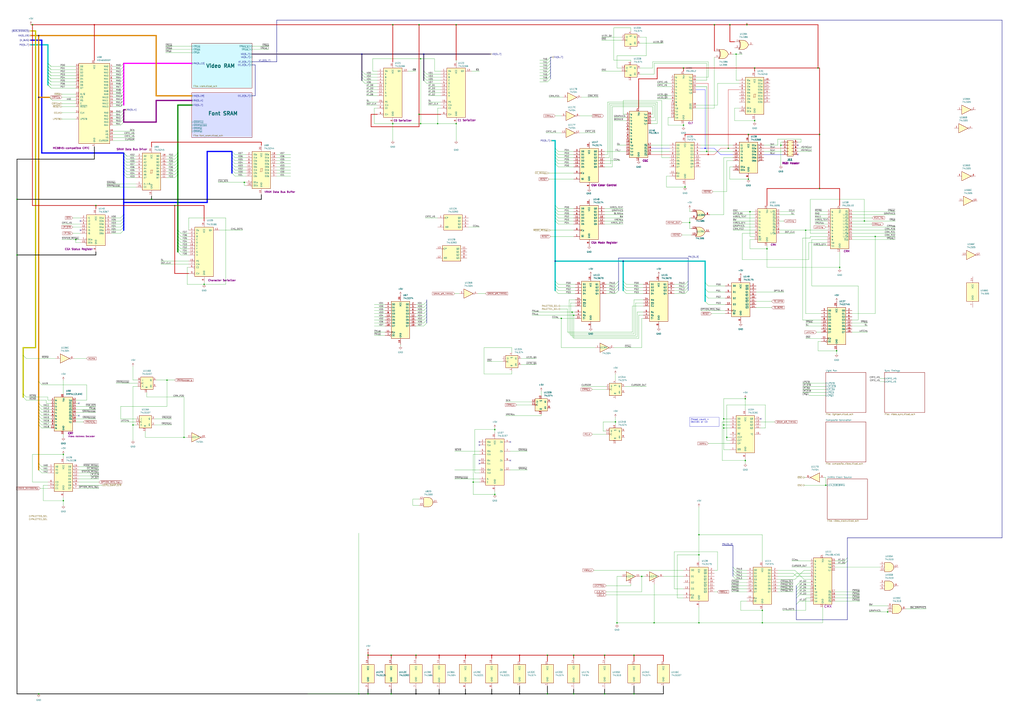
<source format=kicad_sch>
(kicad_sch (version 20250114) (generator "eeschema") (generator_version "9.0")
  (paper "A1")
  (lib_symbols
    (symbol "74xx:74LS00" (pin_names (offset 1.016))
      (property "Reference" "U" (at 0 1.27 0))
      (property "Value" "74LS00" (at 0 -1.27 0))
      (symbol "74LS00_1_1"
        (pin input line (at -7.62 2.54 0) (length 3.81) (name "~") (number "1"))
        (pin input line (at -7.62 -2.54 0) (length 3.81) (name "~") (number "2"))
        (pin output inverted (at 7.62 0 180) (length 3.81) (name "~") (number "3"))
      )
      (symbol "74LS00_1_2"
        (pin input inverted (at -7.62 2.54 0) (length 4.318) (name "~") (number "1"))
        (pin input inverted (at -7.62 -2.54 0) (length 4.318) (name "~") (number "2"))
        (pin output line (at 7.62 0 180) (length 3.81) (name "~") (number "3"))
      )
      (symbol "74LS00_2_1"
        (pin input line (at -7.62 2.54 0) (length 3.81) (name "~") (number "4"))
        (pin input line (at -7.62 -2.54 0) (length 3.81) (name "~") (number "5"))
        (pin output inverted (at 7.62 0 180) (length 3.81) (name "~") (number "6"))
      )
      (symbol "74LS00_2_2"
        (pin input inverted (at -7.62 2.54 0) (length 4.318) (name "~") (number "4"))
        (pin input inverted (at -7.62 -2.54 0) (length 4.318) (name "~") (number "5"))
        (pin output line (at 7.62 0 180) (length 3.81) (name "~") (number "6"))
      )
      (symbol "74LS00_3_1"
        (pin input line (at -7.62 2.54 0) (length 3.81) (name "~") (number "9"))
        (pin input line (at -7.62 -2.54 0) (length 3.81) (name "~") (number "10"))
        (pin output inverted (at 7.62 0 180) (length 3.81) (name "~") (number "8"))
      )
      (symbol "74LS00_3_2"
        (pin input inverted (at -7.62 2.54 0) (length 4.318) (name "~") (number "9"))
        (pin input inverted (at -7.62 -2.54 0) (length 4.318) (name "~") (number "10"))
        (pin output line (at 7.62 0 180) (length 3.81) (name "~") (number "8"))
      )
      (symbol "74LS00_4_1"
        (pin input line (at -7.62 2.54 0) (length 3.81) (name "~") (number "12"))
        (pin input line (at -7.62 -2.54 0) (length 3.81) (name "~") (number "13"))
        (pin output inverted (at 7.62 0 180) (length 3.81) (name "~") (number "11"))
      )
      (symbol "74LS00_4_2"
        (pin input inverted (at -7.62 2.54 0) (length 4.318) (name "~") (number "12"))
        (pin input inverted (at -7.62 -2.54 0) (length 4.318) (name "~") (number "13"))
        (pin output line (at 7.62 0 180) (length 3.81) (name "~") (number "11"))
      )
      (symbol "74LS00_5_0"
        (pin power_in line (at 0 12.7 270) (length 5.08) (name "VCC") (number "14"))
        (pin power_in line (at 0 -12.7 90) (length 5.08) (name "GND") (number "7"))
      )
    )
    (symbol "74xx:74LS04"
      (property "Reference" "U" (at 0 1.27 0))
      (property "Value" "74LS04" (at 0 -1.27 0))
      (symbol "74LS04_1_0"
        (pin input line (at -7.62 0 0) (length 3.81) (name "~") (number "1"))
        (pin output inverted (at 7.62 0 180) (length 3.81) (name "~") (number "2"))
      )
      (symbol "74LS04_2_0"
        (pin input line (at -7.62 0 0) (length 3.81) (name "~") (number "3"))
        (pin output inverted (at 7.62 0 180) (length 3.81) (name "~") (number "4"))
      )
      (symbol "74LS04_3_0"
        (pin input line (at -7.62 0 0) (length 3.81) (name "~") (number "5"))
        (pin output inverted (at 7.62 0 180) (length 3.81) (name "~") (number "6"))
      )
      (symbol "74LS04_4_0"
        (pin input line (at -7.62 0 0) (length 3.81) (name "~") (number "9"))
        (pin output inverted (at 7.62 0 180) (length 3.81) (name "~") (number "8"))
      )
      (symbol "74LS04_5_0"
        (pin input line (at -7.62 0 0) (length 3.81) (name "~") (number "11"))
        (pin output inverted (at 7.62 0 180) (length 3.81) (name "~") (number "10"))
      )
      (symbol "74LS04_6_0"
        (pin input line (at -7.62 0 0) (length 3.81) (name "~") (number "13"))
        (pin output inverted (at 7.62 0 180) (length 3.81) (name "~") (number "12"))
      )
      (symbol "74LS04_7_0"
        (pin power_in line (at 0 12.7 270) (length 5.08) (name "VCC") (number "14"))
        (pin power_in line (at 0 -12.7 90) (length 5.08) (name "GND") (number "7"))
      )
    )
    (symbol "74xx:74LS05" (pin_names (offset 1.016))
      (property "Reference" "U" (at 0 1.27 0))
      (property "Value" "74LS05" (at 0 -1.27 0))
      (symbol "74LS05_1_0"
        (pin input line (at -7.62 0 0) (length 3.81) (name "~") (number "1"))
        (pin open_collector inverted (at 7.62 0 180) (length 3.81) (name "~") (number "2"))
      )
      (symbol "74LS05_2_0"
        (pin input line (at -7.62 0 0) (length 3.81) (name "~") (number "3"))
        (pin open_collector inverted (at 7.62 0 180) (length 3.81) (name "~") (number "4"))
      )
      (symbol "74LS05_3_0"
        (pin input line (at -7.62 0 0) (length 3.81) (name "~") (number "5"))
        (pin open_collector inverted (at 7.62 0 180) (length 3.81) (name "~") (number "6"))
      )
      (symbol "74LS05_4_0"
        (pin input line (at -7.62 0 0) (length 3.81) (name "~") (number "9"))
        (pin open_collector inverted (at 7.62 0 180) (length 3.81) (name "~") (number "8"))
      )
      (symbol "74LS05_5_0"
        (pin input line (at -7.62 0 0) (length 3.81) (name "~") (number "11"))
        (pin open_collector inverted (at 7.62 0 180) (length 3.81) (name "~") (number "10"))
      )
      (symbol "74LS05_6_0"
        (pin input line (at -7.62 0 0) (length 3.81) (name "~") (number "13"))
        (pin open_collector inverted (at 7.62 0 180) (length 3.81) (name "~") (number "12"))
      )
      (symbol "74LS05_7_0"
        (pin power_in line (at 0 12.7 270) (length 5.08) (name "VCC") (number "14"))
        (pin power_in line (at 0 -12.7 90) (length 5.08) (name "GND") (number "7"))
      )
    )
    (symbol "74xx:74LS10" (pin_names (offset 1.016))
      (property "Reference" "U" (at 0 1.27 0))
      (property "Value" "74LS10" (at 0 -1.27 0))
      (symbol "74LS10_1_1"
        (pin input line (at -7.62 2.54 0) (length 3.81) (name "~") (number "1"))
        (pin input line (at -7.62 0 0) (length 3.81) (name "~") (number "2"))
        (pin input line (at -7.62 -2.54 0) (length 3.81) (name "~") (number "13"))
        (pin output inverted (at 7.62 0 180) (length 3.81) (name "~") (number "12"))
      )
      (symbol "74LS10_1_2"
        (pin input inverted (at -7.62 2.54 0) (length 4.318) (name "~") (number "1"))
        (pin input inverted (at -7.62 0 0) (length 4.953) (name "~") (number "2"))
        (pin input inverted (at -7.62 -2.54 0) (length 4.318) (name "~") (number "13"))
        (pin output line (at 7.62 0 180) (length 3.81) (name "~") (number "12"))
      )
      (symbol "74LS10_2_1"
        (pin input line (at -7.62 2.54 0) (length 3.81) (name "~") (number "3"))
        (pin input line (at -7.62 0 0) (length 3.81) (name "~") (number "4"))
        (pin input line (at -7.62 -2.54 0) (length 3.81) (name "~") (number "5"))
        (pin output inverted (at 7.62 0 180) (length 3.81) (name "~") (number "6"))
      )
      (symbol "74LS10_2_2"
        (pin input inverted (at -7.62 2.54 0) (length 4.318) (name "~") (number "3"))
        (pin input inverted (at -7.62 0 0) (length 4.953) (name "~") (number "4"))
        (pin input inverted (at -7.62 -2.54 0) (length 4.318) (name "~") (number "5"))
        (pin output line (at 7.62 0 180) (length 3.81) (name "~") (number "6"))
      )
      (symbol "74LS10_3_1"
        (pin input line (at -7.62 2.54 0) (length 3.81) (name "~") (number "9"))
        (pin input line (at -7.62 0 0) (length 3.81) (name "~") (number "10"))
        (pin input line (at -7.62 -2.54 0) (length 3.81) (name "~") (number "11"))
        (pin output inverted (at 7.62 0 180) (length 3.81) (name "~") (number "8"))
      )
      (symbol "74LS10_3_2"
        (pin input inverted (at -7.62 2.54 0) (length 4.318) (name "~") (number "9"))
        (pin input inverted (at -7.62 0 0) (length 4.953) (name "~") (number "10"))
        (pin input inverted (at -7.62 -2.54 0) (length 4.318) (name "~") (number "11"))
        (pin output line (at 7.62 0 180) (length 3.81) (name "~") (number "8"))
      )
      (symbol "74LS10_4_0"
        (pin power_in line (at 0 12.7 270) (length 5.08) (name "VCC") (number "14"))
        (pin power_in line (at 0 -12.7 90) (length 5.08) (name "GND") (number "7"))
      )
    )
    (symbol "74xx:74LS107" (pin_names (offset 1.016))
      (property "Reference" "U" (at -7.62 8.89 0))
      (property "Value" "74LS107" (at -7.62 -8.89 0))
      (symbol "74LS107_1_0"
        (pin input line (at -7.62 2.54 0) (length 2.54) (name "J") (number "1"))
        (pin input clock (at -7.62 0 0) (length 2.54) (name "C") (number "12"))
        (pin input line (at -7.62 -2.54 0) (length 2.54) (name "K") (number "4"))
        (pin input line (at 0 -7.62 90) (length 2.54) (name "~{R}") (number "13"))
        (pin output line (at 7.62 2.54 180) (length 2.54) (name "Q") (number "3"))
        (pin output line (at 7.62 -2.54 180) (length 2.54) (name "~{Q}") (number "2"))
      )
      (symbol "74LS107_2_0"
        (pin input line (at -7.62 2.54 0) (length 2.54) (name "J") (number "8"))
        (pin input clock (at -7.62 0 0) (length 2.54) (name "C") (number "9"))
        (pin input line (at -7.62 -2.54 0) (length 2.54) (name "K") (number "11"))
        (pin input line (at 0 -7.62 90) (length 2.54) (name "~{R}") (number "10"))
        (pin output line (at 7.62 2.54 180) (length 2.54) (name "Q") (number "5"))
        (pin output line (at 7.62 -2.54 180) (length 2.54) (name "~{Q}") (number "6"))
      )
      (symbol "74LS107_3_0"
        (pin power_in line (at 0 10.16 270) (length 2.54) (name "VCC") (number "14"))
        (pin power_in line (at 0 -10.16 90) (length 2.54) (name "GND") (number "7"))
      )
    )
    (symbol "74xx:74LS125" (pin_names (offset 1.016))
      (property "Reference" "U" (at 0 1.27 0))
      (property "Value" "74LS125" (at 0 -1.27 0))
      (symbol "74LS125_1_0"
        (pin input line (at -7.62 0 0) (length 3.81) (name "~") (number "2"))
        (pin input inverted (at 0 -6.35 90) (length 4.445) (name "~") (number "1"))
        (pin tri_state line (at 7.62 0 180) (length 3.81) (name "~") (number "3"))
      )
      (symbol "74LS125_2_0"
        (pin input line (at -7.62 0 0) (length 3.81) (name "~") (number "5"))
        (pin input inverted (at 0 -6.35 90) (length 4.445) (name "~") (number "4"))
        (pin tri_state line (at 7.62 0 180) (length 3.81) (name "~") (number "6"))
      )
      (symbol "74LS125_3_0"
        (pin input line (at -7.62 0 0) (length 3.81) (name "~") (number "9"))
        (pin input inverted (at 0 -6.35 90) (length 4.445) (name "~") (number "10"))
        (pin tri_state line (at 7.62 0 180) (length 3.81) (name "~") (number "8"))
      )
      (symbol "74LS125_4_0"
        (pin input line (at -7.62 0 0) (length 3.81) (name "~") (number "12"))
        (pin input inverted (at 0 -6.35 90) (length 4.445) (name "~") (number "13"))
        (pin tri_state line (at 7.62 0 180) (length 3.81) (name "~") (number "11"))
      )
      (symbol "74LS125_5_0"
        (pin power_in line (at 0 12.7 270) (length 5.08) (name "VCC") (number "14"))
        (pin power_in line (at 0 -12.7 90) (length 5.08) (name "GND") (number "7"))
      )
    )
    (symbol "74xx:74LS138" (pin_names (offset 1.016))
      (property "Reference" "U" (at -7.62 11.43 0))
      (property "Value" "74LS138" (at -7.62 -13.97 0))
      (symbol "74LS138_1_0"
        (pin input line (at -12.7 7.62 0) (length 5.08) (name "A0") (number "1"))
        (pin input line (at -12.7 5.08 0) (length 5.08) (name "A1") (number "2"))
        (pin input line (at -12.7 2.54 0) (length 5.08) (name "A2") (number "3"))
        (pin input line (at -12.7 -5.08 0) (length 5.08) (name "E3") (number "6"))
        (pin input input_low (at -12.7 -7.62 0) (length 5.08) (name "E2") (number "5"))
        (pin input input_low (at -12.7 -10.16 0) (length 5.08) (name "E1") (number "4"))
        (pin power_in line (at 0 15.24 270) (length 5.08) (name "VCC") (number "16"))
        (pin power_in line (at 0 -17.78 90) (length 5.08) (name "GND") (number "8"))
        (pin output output_low (at 12.7 7.62 180) (length 5.08) (name "O0") (number "15"))
        (pin output output_low (at 12.7 5.08 180) (length 5.08) (name "O1") (number "14"))
        (pin output output_low (at 12.7 2.54 180) (length 5.08) (name "O2") (number "13"))
        (pin output output_low (at 12.7 0 180) (length 5.08) (name "O3") (number "12"))
        (pin output output_low (at 12.7 -2.54 180) (length 5.08) (name "O4") (number "11"))
        (pin output output_low (at 12.7 -5.08 180) (length 5.08) (name "O5") (number "10"))
        (pin output output_low (at 12.7 -7.62 180) (length 5.08) (name "O6") (number "9"))
        (pin output output_low (at 12.7 -10.16 180) (length 5.08) (name "O7") (number "7"))
      )
    )
    (symbol "74xx:74LS157" (pin_names (offset 1.016))
      (property "Reference" "U" (at -7.62 19.05 0))
      (property "Value" "74LS157" (at -7.62 -21.59 0))
      (symbol "74LS157_1_0"
        (pin input line (at -12.7 15.24 0) (length 5.08) (name "I0a") (number "2"))
        (pin input line (at -12.7 12.7 0) (length 5.08) (name "I1a") (number "3"))
        (pin input line (at -12.7 7.62 0) (length 5.08) (name "I0b") (number "5"))
        (pin input line (at -12.7 5.08 0) (length 5.08) (name "I1b") (number "6"))
        (pin input line (at -12.7 0 0) (length 5.08) (name "I0c") (number "11"))
        (pin input line (at -12.7 -2.54 0) (length 5.08) (name "I1c") (number "10"))
        (pin input line (at -12.7 -7.62 0) (length 5.08) (name "I0d") (number "14"))
        (pin input line (at -12.7 -10.16 0) (length 5.08) (name "I1d") (number "13"))
        (pin input line (at -12.7 -15.24 0) (length 5.08) (name "S") (number "1"))
        (pin input inverted (at -12.7 -17.78 0) (length 5.08) (name "E") (number "15"))
        (pin power_in line (at 0 22.86 270) (length 5.08) (name "VCC") (number "16"))
        (pin power_in line (at 0 -25.4 90) (length 5.08) (name "GND") (number "8"))
        (pin output line (at 12.7 15.24 180) (length 5.08) (name "Za") (number "4"))
        (pin output line (at 12.7 7.62 180) (length 5.08) (name "Zb") (number "7"))
        (pin output line (at 12.7 0 180) (length 5.08) (name "Zc") (number "9"))
        (pin output line (at 12.7 -7.62 180) (length 5.08) (name "Zd") (number "12"))
      )
    )
    (symbol "74xx:74LS161" (pin_names (offset 1.016))
      (property "Reference" "U" (at -7.62 16.51 0))
      (property "Value" "74LS161" (at -7.62 -16.51 0))
      (symbol "74LS161_1_0"
        (pin input line (at -12.7 12.7 0) (length 5.08) (name "D0") (number "3"))
        (pin input line (at -12.7 10.16 0) (length 5.08) (name "D1") (number "4"))
        (pin input line (at -12.7 7.62 0) (length 5.08) (name "D2") (number "5"))
        (pin input line (at -12.7 5.08 0) (length 5.08) (name "D3") (number "6"))
        (pin input line (at -12.7 0 0) (length 5.08) (name "~{PE}") (number "9"))
        (pin input line (at -12.7 -2.54 0) (length 5.08) (name "CEP") (number "7"))
        (pin input line (at -12.7 -5.08 0) (length 5.08) (name "CET") (number "10"))
        (pin input line (at -12.7 -7.62 0) (length 5.08) (name "CP") (number "2"))
        (pin input line (at -12.7 -12.7 0) (length 5.08) (name "~{MR}") (number "1"))
        (pin power_in line (at 0 20.32 270) (length 5.08) (name "VCC") (number "16"))
        (pin power_in line (at 0 -20.32 90) (length 5.08) (name "GND") (number "8"))
        (pin output line (at 12.7 12.7 180) (length 5.08) (name "Q0") (number "14"))
        (pin output line (at 12.7 10.16 180) (length 5.08) (name "Q1") (number "13"))
        (pin output line (at 12.7 7.62 180) (length 5.08) (name "Q2") (number "12"))
        (pin output line (at 12.7 5.08 180) (length 5.08) (name "Q3") (number "11"))
        (pin output line (at 12.7 0 180) (length 5.08) (name "TC") (number "15"))
      )
    )
    (symbol "74xx:74LS166" (pin_names (offset 1.016))
      (property "Reference" "U" (at -7.62 21.59 0))
      (property "Value" "74LS166" (at -7.62 -21.59 0))
      (symbol "74LS166_1_0"
        (pin input line (at -12.7 17.78 0) (length 5.08) (name "Ds") (number "1"))
        (pin input line (at -12.7 15.24 0) (length 5.08) (name "A") (number "2"))
        (pin input line (at -12.7 12.7 0) (length 5.08) (name "B") (number "3"))
        (pin input line (at -12.7 10.16 0) (length 5.08) (name "C") (number "4"))
        (pin input line (at -12.7 7.62 0) (length 5.08) (name "D") (number "5"))
        (pin input line (at -12.7 5.08 0) (length 5.08) (name "E") (number "10"))
        (pin input line (at -12.7 2.54 0) (length 5.08) (name "F") (number "11"))
        (pin input line (at -12.7 0 0) (length 5.08) (name "G") (number "12"))
        (pin input line (at -12.7 -2.54 0) (length 5.08) (name "H") (number "14"))
        (pin input inverted (at -12.7 -7.62 0) (length 5.08) (name "PE") (number "15"))
        (pin input line (at -12.7 -10.16 0) (length 5.08) (name "Clk") (number "7"))
        (pin input inverted (at -12.7 -12.7 0) (length 5.08) (name "CE") (number "6"))
        (pin input inverted (at -12.7 -17.78 0) (length 5.08) (name "Clr") (number "9"))
        (pin power_in line (at 0 25.4 270) (length 5.08) (name "VCC") (number "16"))
        (pin power_in line (at 0 -25.4 90) (length 5.08) (name "GND") (number "8"))
        (pin output line (at 12.7 17.78 180) (length 5.08) (name "Qh") (number "13"))
      )
    )
    (symbol "74xx:74LS174" (pin_names (offset 1.016))
      (property "Reference" "U" (at -7.62 13.97 0))
      (property "Value" "74LS174" (at -7.62 -16.51 0))
      (symbol "74LS174_1_0"
        (pin input line (at -12.7 10.16 0) (length 5.08) (name "D0") (number "3"))
        (pin input line (at -12.7 7.62 0) (length 5.08) (name "D1") (number "4"))
        (pin input line (at -12.7 5.08 0) (length 5.08) (name "D2") (number "6"))
        (pin input line (at -12.7 2.54 0) (length 5.08) (name "D3") (number "11"))
        (pin input line (at -12.7 0 0) (length 5.08) (name "D4") (number "13"))
        (pin input line (at -12.7 -2.54 0) (length 5.08) (name "D5") (number "14"))
        (pin input clock (at -12.7 -7.62 0) (length 5.08) (name "Cp") (number "9"))
        (pin input line (at -12.7 -12.7 0) (length 5.08) (name "~{Mr}") (number "1"))
        (pin power_in line (at 0 17.78 270) (length 5.08) (name "VCC") (number "16"))
        (pin power_in line (at 0 -20.32 90) (length 5.08) (name "GND") (number "8"))
        (pin output line (at 12.7 10.16 180) (length 5.08) (name "Q0") (number "2"))
        (pin output line (at 12.7 7.62 180) (length 5.08) (name "Q1") (number "5"))
        (pin output line (at 12.7 5.08 180) (length 5.08) (name "Q2") (number "7"))
        (pin output line (at 12.7 2.54 180) (length 5.08) (name "Q3") (number "10"))
        (pin output line (at 12.7 0 180) (length 5.08) (name "Q4") (number "12"))
        (pin output line (at 12.7 -2.54 180) (length 5.08) (name "Q5") (number "15"))
      )
    )
    (symbol "74xx:74LS175" (pin_names (offset 1.016))
      (property "Reference" "U" (at -7.62 13.97 0))
      (property "Value" "74LS175" (at -7.62 -16.51 0))
      (symbol "74LS175_1_0"
        (pin input line (at -12.7 10.16 0) (length 5.08) (name "D0") (number "4"))
        (pin input line (at -12.7 5.08 0) (length 5.08) (name "D1") (number "5"))
        (pin input line (at -12.7 0 0) (length 5.08) (name "D2") (number "12"))
        (pin input line (at -12.7 -5.08 0) (length 5.08) (name "D3") (number "13"))
        (pin input clock (at -12.7 -10.16 0) (length 5.08) (name "Cp") (number "9"))
        (pin input line (at -12.7 -12.7 0) (length 5.08) (name "~{Mr}") (number "1"))
        (pin power_in line (at 0 17.78 270) (length 5.08) (name "VCC") (number "16"))
        (pin power_in line (at 0 -20.32 90) (length 5.08) (name "GND") (number "8"))
        (pin output line (at 12.7 10.16 180) (length 5.08) (name "Q0") (number "2"))
        (pin output line (at 12.7 7.62 180) (length 5.08) (name "~{Q0}") (number "3"))
        (pin output line (at 12.7 5.08 180) (length 5.08) (name "Q1") (number "7"))
        (pin output line (at 12.7 2.54 180) (length 5.08) (name "~{Q1}") (number "6"))
        (pin output line (at 12.7 0 180) (length 5.08) (name "Q2") (number "10"))
        (pin output line (at 12.7 -2.54 180) (length 5.08) (name "~{Q2}") (number "11"))
        (pin output line (at 12.7 -5.08 180) (length 5.08) (name "Q3") (number "15"))
        (pin output line (at 12.7 -7.62 180) (length 5.08) (name "~{Q3}") (number "14"))
      )
    )
    (symbol "74xx:74LS221" (pin_names (offset 1.016))
      (property "Reference" "U" (at -7.62 8.89 0))
      (property "Value" "74LS221" (at -7.62 -8.89 0))
      (symbol "74LS221_1_0"
        (pin input line (at -12.7 5.08 0) (length 5.08) (name "~{A}") (number "1"))
        (pin input line (at -12.7 2.54 0) (length 5.08) (name "B") (number "2"))
        (pin input line (at -12.7 -2.54 0) (length 5.08) (name "~{CLR}") (number "3"))
        (pin input line (at 0 12.7 270) (length 5.08) (name "Cext") (number "14"))
        (pin input line (at 2.54 12.7 270) (length 5.08) (name "RCext") (number "15"))
        (pin output line (at 12.7 5.08 180) (length 5.08) (name "Q") (number "13"))
        (pin output line (at 12.7 -5.08 180) (length 5.08) (name "~{Q}") (number "4"))
      )
      (symbol "74LS221_2_0"
        (pin input line (at -12.7 5.08 0) (length 5.08) (name "~{A}") (number "9"))
        (pin input line (at -12.7 2.54 0) (length 5.08) (name "B") (number "10"))
        (pin input line (at -12.7 -2.54 0) (length 5.08) (name "~{CLR}") (number "11"))
        (pin input line (at 0 12.7 270) (length 5.08) (name "Cext") (number "6"))
        (pin input line (at 2.54 12.7 270) (length 5.08) (name "RCext") (number "7"))
        (pin output line (at 12.7 5.08 180) (length 5.08) (name "Q") (number "5"))
        (pin output line (at 12.7 -5.08 180) (length 5.08) (name "~{Q}") (number "12"))
      )
      (symbol "74LS221_3_0"
        (pin power_in line (at 0 12.7 270) (length 5.08) (name "VCC") (number "16"))
        (pin power_in line (at 0 -12.7 90) (length 5.08) (name "GND") (number "8"))
      )
    )
    (symbol "74xx:74LS240" (pin_names (offset 1.016))
      (property "Reference" "U" (at -7.62 16.51 0))
      (property "Value" "74LS240" (at -7.62 -16.51 0))
      (symbol "74LS240_1_0"
        (pin input line (at -12.7 12.7 0) (length 5.08) (name "I0a") (number "2"))
        (pin input line (at -12.7 10.16 0) (length 5.08) (name "I1a") (number "4"))
        (pin input line (at -12.7 7.62 0) (length 5.08) (name "I2a") (number "6"))
        (pin input line (at -12.7 5.08 0) (length 5.08) (name "I3a") (number "8"))
        (pin input line (at -12.7 2.54 0) (length 5.08) (name "I0b") (number "11"))
        (pin input line (at -12.7 0 0) (length 5.08) (name "I1b") (number "13"))
        (pin input line (at -12.7 -2.54 0) (length 5.08) (name "I2b") (number "15"))
        (pin input line (at -12.7 -5.08 0) (length 5.08) (name "I3b") (number "17"))
        (pin input inverted (at -12.7 -10.16 0) (length 5.08) (name "OEa") (number "1"))
        (pin input inverted (at -12.7 -12.7 0) (length 5.08) (name "OEb") (number "19"))
        (pin power_in line (at 0 20.32 270) (length 5.08) (name "VCC") (number "20"))
        (pin power_in line (at 0 -20.32 90) (length 5.08) (name "GND") (number "10"))
        (pin tri_state inverted (at 12.7 12.7 180) (length 5.08) (name "O0a") (number "18"))
        (pin tri_state inverted (at 12.7 10.16 180) (length 5.08) (name "O1a") (number "16"))
        (pin tri_state inverted (at 12.7 7.62 180) (length 5.08) (name "O2a") (number "14"))
        (pin tri_state inverted (at 12.7 5.08 180) (length 5.08) (name "O3a") (number "12"))
        (pin tri_state inverted (at 12.7 2.54 180) (length 5.08) (name "O0b") (number "9"))
        (pin tri_state inverted (at 12.7 0 180) (length 5.08) (name "O1b") (number "7"))
        (pin tri_state inverted (at 12.7 -2.54 180) (length 5.08) (name "O2b") (number "5"))
        (pin tri_state inverted (at 12.7 -5.08 180) (length 5.08) (name "O3b") (number "3"))
      )
    )
    (symbol "74xx:74LS244" (pin_names (offset 1.016))
      (property "Reference" "U" (at -7.62 16.51 0))
      (property "Value" "74LS244" (at -7.62 -16.51 0))
      (symbol "74LS244_1_0"
        (pin input line (at -12.7 12.7 0) (length 5.08) (name "I0a") (number "2"))
        (pin input line (at -12.7 10.16 0) (length 5.08) (name "I1a") (number "4"))
        (pin input line (at -12.7 7.62 0) (length 5.08) (name "I2a") (number "6"))
        (pin input line (at -12.7 5.08 0) (length 5.08) (name "I3a") (number "8"))
        (pin input line (at -12.7 2.54 0) (length 5.08) (name "I0b") (number "11"))
        (pin input line (at -12.7 0 0) (length 5.08) (name "I1b") (number "13"))
        (pin input line (at -12.7 -2.54 0) (length 5.08) (name "I2b") (number "15"))
        (pin input line (at -12.7 -5.08 0) (length 5.08) (name "I3b") (number "17"))
        (pin input inverted (at -12.7 -10.16 0) (length 5.08) (name "OEa") (number "1"))
        (pin input inverted (at -12.7 -12.7 0) (length 5.08) (name "OEb") (number "19"))
        (pin power_in line (at 0 20.32 270) (length 5.08) (name "VCC") (number "20"))
        (pin power_in line (at 0 -20.32 90) (length 5.08) (name "GND") (number "10"))
        (pin tri_state line (at 12.7 12.7 180) (length 5.08) (name "O0a") (number "18"))
        (pin tri_state line (at 12.7 10.16 180) (length 5.08) (name "O1a") (number "16"))
        (pin tri_state line (at 12.7 7.62 180) (length 5.08) (name "O2a") (number "14"))
        (pin tri_state line (at 12.7 5.08 180) (length 5.08) (name "O3a") (number "12"))
        (pin tri_state line (at 12.7 2.54 180) (length 5.08) (name "O0b") (number "9"))
        (pin tri_state line (at 12.7 0 180) (length 5.08) (name "O1b") (number "7"))
        (pin tri_state line (at 12.7 -2.54 180) (length 5.08) (name "O2b") (number "5"))
        (pin tri_state line (at 12.7 -5.08 180) (length 5.08) (name "O3b") (number "3"))
      )
    )
    (symbol "74xx:74LS245" (pin_names (offset 1.016))
      (property "Reference" "U" (at -7.62 16.51 0))
      (property "Value" "74LS245" (at -7.62 -16.51 0))
      (symbol "74LS245_1_0"
        (pin tri_state line (at -12.7 12.7 0) (length 5.08) (name "A0") (number "2"))
        (pin tri_state line (at -12.7 10.16 0) (length 5.08) (name "A1") (number "3"))
        (pin tri_state line (at -12.7 7.62 0) (length 5.08) (name "A2") (number "4"))
        (pin tri_state line (at -12.7 5.08 0) (length 5.08) (name "A3") (number "5"))
        (pin tri_state line (at -12.7 2.54 0) (length 5.08) (name "A4") (number "6"))
        (pin tri_state line (at -12.7 0 0) (length 5.08) (name "A5") (number "7"))
        (pin tri_state line (at -12.7 -2.54 0) (length 5.08) (name "A6") (number "8"))
        (pin tri_state line (at -12.7 -5.08 0) (length 5.08) (name "A7") (number "9"))
        (pin input line (at -12.7 -10.16 0) (length 5.08) (name "A->B") (number "1"))
        (pin input inverted (at -12.7 -12.7 0) (length 5.08) (name "CE") (number "19"))
        (pin power_in line (at 0 20.32 270) (length 5.08) (name "VCC") (number "20"))
        (pin power_in line (at 0 -20.32 90) (length 5.08) (name "GND") (number "10"))
        (pin tri_state line (at 12.7 12.7 180) (length 5.08) (name "B0") (number "18"))
        (pin tri_state line (at 12.7 10.16 180) (length 5.08) (name "B1") (number "17"))
        (pin tri_state line (at 12.7 7.62 180) (length 5.08) (name "B2") (number "16"))
        (pin tri_state line (at 12.7 5.08 180) (length 5.08) (name "B3") (number "15"))
        (pin tri_state line (at 12.7 2.54 180) (length 5.08) (name "B4") (number "14"))
        (pin tri_state line (at 12.7 0 180) (length 5.08) (name "B5") (number "13"))
        (pin tri_state line (at 12.7 -2.54 180) (length 5.08) (name "B6") (number "12"))
        (pin tri_state line (at 12.7 -5.08 180) (length 5.08) (name "B7") (number "11"))
      )
    )
    (symbol "74xx:74LS367" (pin_names (offset 1.016))
      (property "Reference" "U" (at -7.62 13.97 0))
      (property "Value" "74LS367" (at -7.62 -13.97 0))
      (symbol "74LS367_1_0"
        (pin input line (at -12.7 10.16 0) (length 5.08) (name "I1") (number "2"))
        (pin input line (at -12.7 7.62 0) (length 5.08) (name "I2") (number "4"))
        (pin input line (at -12.7 5.08 0) (length 5.08) (name "I3") (number "6"))
        (pin input line (at -12.7 2.54 0) (length 5.08) (name "I4") (number "10"))
        (pin input line (at -12.7 0 0) (length 5.08) (name "I5") (number "12"))
        (pin input line (at -12.7 -2.54 0) (length 5.08) (name "I6") (number "14"))
        (pin input inverted (at -12.7 -7.62 0) (length 5.08) (name "OEa") (number "1"))
        (pin input inverted (at -12.7 -10.16 0) (length 5.08) (name "OEb") (number "15"))
        (pin power_in line (at 0 17.78 270) (length 5.08) (name "VCC") (number "16"))
        (pin power_in line (at 0 -17.78 90) (length 5.08) (name "GND") (number "8"))
        (pin tri_state line (at 12.7 10.16 180) (length 5.08) (name "O1a") (number "3"))
        (pin tri_state line (at 12.7 7.62 180) (length 5.08) (name "O2a") (number "5"))
        (pin tri_state line (at 12.7 5.08 180) (length 5.08) (name "O3a") (number "7"))
        (pin tri_state line (at 12.7 2.54 180) (length 5.08) (name "O4a") (number "9"))
        (pin tri_state line (at 12.7 0 180) (length 5.08) (name "O5b") (number "11"))
        (pin tri_state line (at 12.7 -2.54 180) (length 5.08) (name "O6b") (number "13"))
      )
    )
    (symbol "74xx:74LS368" (pin_names (offset 1.016))
      (property "Reference" "U" (at -7.62 13.97 0))
      (property "Value" "74LS368" (at -7.62 -13.97 0))
      (symbol "74LS368_1_0"
        (pin input line (at -12.7 10.16 0) (length 5.08) (name "I1") (number "2"))
        (pin input line (at -12.7 7.62 0) (length 5.08) (name "I2") (number "4"))
        (pin input line (at -12.7 5.08 0) (length 5.08) (name "I3") (number "6"))
        (pin input line (at -12.7 2.54 0) (length 5.08) (name "I4") (number "10"))
        (pin input line (at -12.7 0 0) (length 5.08) (name "I5") (number "12"))
        (pin input line (at -12.7 -2.54 0) (length 5.08) (name "I6") (number "14"))
        (pin input inverted (at -12.7 -7.62 0) (length 5.08) (name "OEa") (number "1"))
        (pin input inverted (at -12.7 -10.16 0) (length 5.08) (name "OEb") (number "15"))
        (pin power_in line (at 0 17.78 270) (length 5.08) (name "VCC") (number "16"))
        (pin power_in line (at 0 -17.78 90) (length 5.08) (name "GND") (number "8"))
        (pin tri_state inverted (at 12.7 10.16 180) (length 5.08) (name "O1a") (number "3"))
        (pin tri_state inverted (at 12.7 7.62 180) (length 5.08) (name "O2a") (number "5"))
        (pin tri_state inverted (at 12.7 5.08 180) (length 5.08) (name "O3a") (number "7"))
        (pin tri_state inverted (at 12.7 2.54 180) (length 5.08) (name "O4a") (number "9"))
        (pin tri_state inverted (at 12.7 0 180) (length 5.08) (name "O5b") (number "11"))
        (pin tri_state inverted (at 12.7 -2.54 180) (length 5.08) (name "O6b") (number "13"))
      )
    )
    (symbol "74xx:74LS374"
      (property "Reference" "U" (at -7.62 16.51 0))
      (property "Value" "74LS374" (at -7.62 -16.51 0))
      (symbol "74LS374_1_0"
        (pin input line (at -12.7 12.7 0) (length 5.08) (name "D0") (number "3"))
        (pin input line (at -12.7 10.16 0) (length 5.08) (name "D1") (number "4"))
        (pin input line (at -12.7 7.62 0) (length 5.08) (name "D2") (number "7"))
        (pin input line (at -12.7 5.08 0) (length 5.08) (name "D3") (number "8"))
        (pin input line (at -12.7 2.54 0) (length 5.08) (name "D4") (number "13"))
        (pin input line (at -12.7 0 0) (length 5.08) (name "D5") (number "14"))
        (pin input line (at -12.7 -2.54 0) (length 5.08) (name "D6") (number "17"))
        (pin input line (at -12.7 -5.08 0) (length 5.08) (name "D7") (number "18"))
        (pin input clock (at -12.7 -10.16 0) (length 5.08) (name "Cp") (number "11"))
        (pin input inverted (at -12.7 -12.7 0) (length 5.08) (name "OE") (number "1"))
        (pin power_in line (at 0 20.32 270) (length 5.08) (name "VCC") (number "20"))
        (pin power_in line (at 0 -20.32 90) (length 5.08) (name "GND") (number "10"))
        (pin tri_state line (at 12.7 12.7 180) (length 5.08) (name "O0") (number "2"))
        (pin tri_state line (at 12.7 10.16 180) (length 5.08) (name "O1") (number "5"))
        (pin tri_state line (at 12.7 7.62 180) (length 5.08) (name "O2") (number "6"))
        (pin tri_state line (at 12.7 5.08 180) (length 5.08) (name "O3") (number "9"))
        (pin tri_state line (at 12.7 2.54 180) (length 5.08) (name "O4") (number "12"))
        (pin tri_state line (at 12.7 0 180) (length 5.08) (name "O5") (number "15"))
        (pin tri_state line (at 12.7 -2.54 180) (length 5.08) (name "O6") (number "16"))
        (pin tri_state line (at 12.7 -5.08 180) (length 5.08) (name "O7") (number "19"))
      )
    )
    (symbol "74xx:74LS393" (pin_names (offset 1.016))
      (property "Reference" "U" (at -7.62 8.89 0))
      (property "Value" "74LS393" (at -7.62 -8.89 0))
      (symbol "74LS393_1_0"
        (pin input clock (at -12.7 2.54 0) (length 5.08) (name "CP") (number "1"))
        (pin input line (at -12.7 -5.08 0) (length 5.08) (name "MR") (number "2"))
        (pin output line (at 12.7 2.54 180) (length 5.08) (name "Q0") (number "3"))
        (pin output line (at 12.7 0 180) (length 5.08) (name "Q1") (number "4"))
        (pin output line (at 12.7 -2.54 180) (length 5.08) (name "Q2") (number "5"))
        (pin output line (at 12.7 -5.08 180) (length 5.08) (name "Q3") (number "6"))
      )
      (symbol "74LS393_2_0"
        (pin input clock (at -12.7 2.54 0) (length 5.08) (name "CP") (number "13"))
        (pin input line (at -12.7 -5.08 0) (length 5.08) (name "MR") (number "12"))
        (pin output line (at 12.7 2.54 180) (length 5.08) (name "Q0") (number "11"))
        (pin output line (at 12.7 0 180) (length 5.08) (name "Q1") (number "10"))
        (pin output line (at 12.7 -2.54 180) (length 5.08) (name "Q2") (number "9"))
        (pin output line (at 12.7 -5.08 180) (length 5.08) (name "Q3") (number "8"))
      )
      (symbol "74LS393_3_0"
        (pin power_in line (at 0 12.7 270) (length 5.08) (name "VCC") (number "14"))
        (pin power_in line (at 0 -12.7 90) (length 5.08) (name "GND") (number "7"))
      )
    )
    (symbol "74xx:74LS670" (pin_names (offset 1.016))
      (property "Reference" "U" (at -7.62 16.51 0))
      (property "Value" "74LS670" (at -7.62 -19.05 0))
      (symbol "74LS670_1_0"
        (pin input line (at -12.7 12.7 0) (length 5.08) (name "D1") (number "15"))
        (pin input line (at -12.7 10.16 0) (length 5.08) (name "D2") (number "1"))
        (pin input line (at -12.7 7.62 0) (length 5.08) (name "D3") (number "2"))
        (pin input line (at -12.7 5.08 0) (length 5.08) (name "D4") (number "3"))
        (pin input line (at -12.7 0 0) (length 5.08) (name "Wa") (number "14"))
        (pin input line (at -12.7 -2.54 0) (length 5.08) (name "Wb") (number "13"))
        (pin input line (at -12.7 -5.08 0) (length 5.08) (name "~{Ew}") (number "12"))
        (pin input line (at -12.7 -10.16 0) (length 5.08) (name "Ra") (number "5"))
        (pin input line (at -12.7 -12.7 0) (length 5.08) (name "Rb") (number "4"))
        (pin input line (at -12.7 -15.24 0) (length 5.08) (name "~{Er}") (number "11"))
        (pin power_in line (at 0 20.32 270) (length 5.08) (name "VCC") (number "16"))
        (pin power_in line (at 0 -22.86 90) (length 5.08) (name "GND") (number "8"))
        (pin tri_state line (at 12.7 12.7 180) (length 5.08) (name "Q1") (number "10"))
        (pin tri_state line (at 12.7 10.16 180) (length 5.08) (name "Q2") (number "9"))
        (pin tri_state line (at 12.7 7.62 180) (length 5.08) (name "Q3") (number "7"))
        (pin tri_state line (at 12.7 5.08 180) (length 5.08) (name "Q4") (number "6"))
      )
    )
    (symbol "74xx:74LS74" (pin_names (offset 1.016))
      (property "Reference" "U" (at -7.62 8.89 0))
      (property "Value" "74LS74" (at -7.62 -8.89 0))
      (symbol "74LS74_1_0"
        (pin input line (at -7.62 2.54 0) (length 2.54) (name "D") (number "2"))
        (pin input clock (at -7.62 0 0) (length 2.54) (name "C") (number "3"))
        (pin input line (at 0 7.62 270) (length 2.54) (name "~{S}") (number "4"))
        (pin input line (at 0 -7.62 90) (length 2.54) (name "~{R}") (number "1"))
        (pin output line (at 7.62 2.54 180) (length 2.54) (name "Q") (number "5"))
        (pin output line (at 7.62 -2.54 180) (length 2.54) (name "~{Q}") (number "6"))
      )
      (symbol "74LS74_2_0"
        (pin input line (at -7.62 2.54 0) (length 2.54) (name "D") (number "12"))
        (pin input clock (at -7.62 0 0) (length 2.54) (name "C") (number "11"))
        (pin input line (at 0 7.62 270) (length 2.54) (name "~{S}") (number "10"))
        (pin input line (at 0 -7.62 90) (length 2.54) (name "~{R}") (number "13"))
        (pin output line (at 7.62 2.54 180) (length 2.54) (name "Q") (number "9"))
        (pin output line (at 7.62 -2.54 180) (length 2.54) (name "~{Q}") (number "8"))
      )
      (symbol "74LS74_3_0"
        (pin power_in line (at 0 10.16 270) (length 2.54) (name "VCC") (number "14"))
        (pin power_in line (at 0 -10.16 90) (length 2.54) (name "GND") (number "7"))
      )
    )
    (symbol "74xx:74LS86" (pin_names (offset 1.016))
      (property "Reference" "U" (at 0 1.27 0))
      (property "Value" "74LS86" (at 0 -1.27 0))
      (symbol "74LS86_1_0"
        (pin input line (at -7.62 2.54 0) (length 4.445) (name "~") (number "1"))
        (pin input line (at -7.62 -2.54 0) (length 4.445) (name "~") (number "2"))
        (pin output line (at 7.62 0 180) (length 3.81) (name "~") (number "3"))
      )
      (symbol "74LS86_2_0"
        (pin input line (at -7.62 2.54 0) (length 4.445) (name "~") (number "4"))
        (pin input line (at -7.62 -2.54 0) (length 4.445) (name "~") (number "5"))
        (pin output line (at 7.62 0 180) (length 3.81) (name "~") (number "6"))
      )
      (symbol "74LS86_3_0"
        (pin input line (at -7.62 2.54 0) (length 4.445) (name "~") (number "9"))
        (pin input line (at -7.62 -2.54 0) (length 4.445) (name "~") (number "10"))
        (pin output line (at 7.62 0 180) (length 3.81) (name "~") (number "8"))
      )
      (symbol "74LS86_4_0"
        (pin input line (at -7.62 2.54 0) (length 4.445) (name "~") (number "12"))
        (pin input line (at -7.62 -2.54 0) (length 4.445) (name "~") (number "13"))
        (pin output line (at 7.62 0 180) (length 3.81) (name "~") (number "11"))
      )
      (symbol "74LS86_5_0"
        (pin power_in line (at 0 12.7 270) (length 5.08) (name "VCC") (number "14"))
        (pin power_in line (at 0 -12.7 90) (length 5.08) (name "GND") (number "7"))
      )
    )
    (symbol "Connector_Generic:Conn_02x05_Top_Bottom" (pin_names (offset 1.016) (hide yes))
      (property "Reference" "J" (at 1.27 7.62 0))
      (property "Value" "Conn_02x05_Top_Bottom" (at 1.27 -7.62 0))
      (symbol "Conn_02x05_Top_Bottom_1_1"
        (pin passive line (at -5.08 5.08 0) (length 3.81) (name "Pin_1") (number "1"))
        (pin passive line (at -5.08 2.54 0) (length 3.81) (name "Pin_2") (number "2"))
        (pin passive line (at -5.08 0 0) (length 3.81) (name "Pin_3") (number "3"))
        (pin passive line (at -5.08 -2.54 0) (length 3.81) (name "Pin_4") (number "4"))
        (pin passive line (at -5.08 -5.08 0) (length 3.81) (name "Pin_5") (number "5"))
        (pin passive line (at 7.62 5.08 180) (length 3.81) (name "Pin_6") (number "6"))
        (pin passive line (at 7.62 2.54 180) (length 3.81) (name "Pin_7") (number "7"))
        (pin passive line (at 7.62 0 180) (length 3.81) (name "Pin_8") (number "8"))
        (pin passive line (at 7.62 -2.54 180) (length 3.81) (name "Pin_9") (number "9"))
        (pin passive line (at 7.62 -5.08 180) (length 3.81) (name "Pin_10") (number "10"))
      )
    )
    (symbol "GPU:MC6845" (pin_names (offset 1.016))
      (property "Reference" "U" (at -10.16 34.29 0))
      (property "Value" "MC6845" (at 12.7 34.29 0))
      (symbol "MC6845_1_1"
        (pin bidirectional line (at -15.24 30.48 0) (length 2.54) (name "D0") (number "33"))
        (pin bidirectional line (at -15.24 27.94 0) (length 2.54) (name "D1") (number "32"))
        (pin bidirectional line (at -15.24 25.4 0) (length 2.54) (name "D2") (number "31"))
        (pin bidirectional line (at -15.24 22.86 0) (length 2.54) (name "D3") (number "30"))
        (pin bidirectional line (at -15.24 20.32 0) (length 2.54) (name "D4") (number "29"))
        (pin bidirectional line (at -15.24 17.78 0) (length 2.54) (name "D5") (number "28"))
        (pin bidirectional line (at -15.24 15.24 0) (length 2.54) (name "D6") (number "27"))
        (pin bidirectional line (at -15.24 12.7 0) (length 2.54) (name "D7") (number "26"))
        (pin input line (at -15.24 7.62 0) (length 2.54) (name "R/~{W}") (number "22"))
        (pin input line (at -15.24 5.08 0) (length 2.54) (name "~{CS}") (number "25"))
        (pin input line (at -15.24 2.54 0) (length 2.54) (name "RS") (number "24"))
        (pin input line (at -15.24 0 0) (length 2.54) (name "E") (number "23"))
        (pin input line (at -15.24 -2.54 0) (length 2.54) (name "~{RESET}") (number "2"))
        (pin input line (at -15.24 -7.62 0) (length 2.54) (name "CLK") (number "21"))
        (pin input line (at -15.24 -12.7 0) (length 2.54) (name "LPSTB") (number "3"))
        (pin power_in line (at 0 35.56 270) (length 2.54) (name "VCC") (number "20"))
        (pin power_in line (at 0 -35.56 90) (length 2.54) (name "GND") (number "1"))
        (pin output line (at 15.24 30.48 180) (length 2.54) (name "MA0") (number "4"))
        (pin output line (at 15.24 27.94 180) (length 2.54) (name "MA1") (number "5"))
        (pin output line (at 15.24 25.4 180) (length 2.54) (name "MA2") (number "6"))
        (pin output line (at 15.24 22.86 180) (length 2.54) (name "MA3") (number "7"))
        (pin output line (at 15.24 20.32 180) (length 2.54) (name "MA4") (number "8"))
        (pin output line (at 15.24 17.78 180) (length 2.54) (name "MA5") (number "9"))
        (pin output line (at 15.24 15.24 180) (length 2.54) (name "MA6") (number "10"))
        (pin output line (at 15.24 12.7 180) (length 2.54) (name "MA7") (number "11"))
        (pin output line (at 15.24 10.16 180) (length 2.54) (name "MA8") (number "12"))
        (pin output line (at 15.24 7.62 180) (length 2.54) (name "MA9") (number "13"))
        (pin output line (at 15.24 5.08 180) (length 2.54) (name "MA10") (number "14"))
        (pin output line (at 15.24 2.54 180) (length 2.54) (name "MA11") (number "15"))
        (pin output line (at 15.24 0 180) (length 2.54) (name "MA12") (number "16"))
        (pin output line (at 15.24 -2.54 180) (length 2.54) (name "MA13") (number "17"))
        (pin output line (at 15.24 -7.62 180) (length 2.54) (name "RA0") (number "38"))
        (pin output line (at 15.24 -10.16 180) (length 2.54) (name "RA1") (number "37"))
        (pin output line (at 15.24 -12.7 180) (length 2.54) (name "RA2") (number "36"))
        (pin output line (at 15.24 -15.24 180) (length 2.54) (name "RA3") (number "35"))
        (pin output line (at 15.24 -17.78 180) (length 2.54) (name "RA4") (number "34"))
        (pin output line (at 15.24 -22.86 180) (length 2.54) (name "DE") (number "18"))
        (pin output line (at 15.24 -25.4 180) (length 2.54) (name "HS") (number "39"))
        (pin output line (at 15.24 -27.94 180) (length 2.54) (name "VS") (number "40"))
        (pin output line (at 15.24 -30.48 180) (length 2.54) (name "CURSOR") (number "19"))
      )
    )
    (symbol "power:+5V" (power) (pin_numbers (hide yes)) (pin_names (offset 0) (hide yes))
      (property "Value" "+5V" (at 0 3.556 0))
      (symbol "+5V_1_1"
        (pin power_in line (at 0 0 90) (length 0) (name "~") (number "1"))
      )
    )
    (symbol "power:GND" (power) (pin_numbers (hide yes)) (pin_names (offset 0) (hide yes))
      (property "Value" "GND" (at 0 -3.81 0))
      (symbol "GND_1_1"
        (pin power_in line (at 0 0 270) (length 0) (name "~") (number "1"))
      )
    )
    (symbol "seequa:PAL12L6"
      (property "Reference" "U" (at -7.366 16.764 0))
      (property "Value" "PAL12L6" (at 1.27 16.764 0))
      (symbol "PAL12L6_0_0"
        (pin power_in line (at 0 -15.24 90) (length 2.54) (name "GND") (number "10"))
      )
      (symbol "PAL12L6_1_0"
        (pin power_in line (at 0 17.78 270) (length 2.54) (name "V_{CC}") (number "20"))
      )
      (symbol "PAL12L6_1_1"
        (pin input line (at -10.16 12.7 0) (length 2.54) (name "I_{0}") (number "1"))
        (pin input line (at -10.16 10.16 0) (length 2.54) (name "I_{1}") (number "2"))
        (pin input line (at -10.16 7.62 0) (length 2.54) (name "I_{2}") (number "3"))
        (pin input line (at -10.16 5.08 0) (length 2.54) (name "I_{3}") (number "4"))
        (pin input line (at -10.16 2.54 0) (length 2.54) (name "I_{4}") (number "5"))
        (pin input line (at -10.16 0 0) (length 2.54) (name "I_{5}") (number "6"))
        (pin input line (at -10.16 -2.54 0) (length 2.54) (name "I_{6}") (number "7"))
        (pin input line (at -10.16 -5.08 0) (length 2.54) (name "I_{7}") (number "8"))
        (pin input line (at -10.16 -7.62 0) (length 2.54) (name "I_{8}") (number "9"))
        (pin input line (at -10.16 -10.16 0) (length 2.54) (name "I_{9}") (number "11"))
        (pin input line (at 10.16 12.7 180) (length 2.54) (name "I_{10}") (number "12"))
        (pin output line (at 10.16 10.16 180) (length 2.54) (name "~{O_{1}}") (number "13"))
        (pin output line (at 10.16 7.62 180) (length 2.54) (name "~{O_{2}}") (number "14"))
        (pin bidirectional line (at 10.16 5.08 180) (length 2.54) (name "~{O_{3}}") (number "15"))
        (pin bidirectional line (at 10.16 2.54 180) (length 2.54) (name "~{O_{4}}") (number "16"))
        (pin bidirectional line (at 10.16 0 180) (length 2.54) (name "~{O_{5}}") (number "17"))
        (pin bidirectional line (at 10.16 -2.54 180) (length 2.54) (name "~{O_{6}}") (number "18"))
        (pin input line (at 10.16 -5.08 180) (length 2.54) (name "I_{11}") (number "19"))
      )
    )
    (symbol "seequa:PAL16R6"
      (property "Reference" "U" (at -7.366 16.764 0))
      (property "Value" "PAL16R6" (at 1.27 16.764 0))
      (symbol "PAL16R6_0_0"
        (pin power_in line (at 0 -15.24 90) (length 2.54) (name "GND") (number "10"))
      )
      (symbol "PAL16R6_1_0"
        (pin power_in line (at 0 17.78 270) (length 2.54) (name "V_{CC}") (number "20"))
      )
      (symbol "PAL16R6_1_1"
        (pin input line (at -10.16 12.7 0) (length 2.54) (name "I_{0}") (number "1"))
        (pin input line (at -10.16 10.16 0) (length 2.54) (name "I_{1}") (number "2"))
        (pin input line (at -10.16 7.62 0) (length 2.54) (name "I_{2}") (number "3"))
        (pin input line (at -10.16 5.08 0) (length 2.54) (name "I_{3}") (number "4"))
        (pin input line (at -10.16 2.54 0) (length 2.54) (name "I_{4}") (number "5"))
        (pin input line (at -10.16 0 0) (length 2.54) (name "I_{5}") (number "6"))
        (pin input line (at -10.16 -2.54 0) (length 2.54) (name "I_{6}") (number "7"))
        (pin input line (at -10.16 -5.08 0) (length 2.54) (name "I_{7}") (number "8"))
        (pin input line (at -10.16 -7.62 0) (length 2.54) (name "I_{8}") (number "9"))
        (pin input line (at -10.16 -10.16 0) (length 2.54) (name "~{OE}") (number "11"))
        (pin tri_state line (at 10.16 12.7 180) (length 2.54) (name "I/~{O_{1}}") (number "12"))
        (pin bidirectional line (at 10.16 10.16 180) (length 2.54) (name "~{O_{2}}") (number "13"))
        (pin bidirectional line (at 10.16 7.62 180) (length 2.54) (name "~{O_{3}}") (number "14"))
        (pin bidirectional line (at 10.16 5.08 180) (length 2.54) (name "~{O_{4}}") (number "15"))
        (pin bidirectional line (at 10.16 2.54 180) (length 2.54) (name "~{O_{5}}") (number "16"))
        (pin bidirectional line (at 10.16 0 180) (length 2.54) (name "~{O_{6}}") (number "17"))
        (pin bidirectional line (at 10.16 -2.54 180) (length 2.54) (name "~{O_{7}}") (number "18"))
        (pin bidirectional line (at 10.16 -5.08 180) (length 2.54) (name "I/~{O_{8}}") (number "19"))
      )
    )
    (symbol "seequa:PAL18L4"
      (property "Reference" "U" (at -7.366 21.844 0))
      (property "Value" "PAL18L4" (at 2.032 21.844 0))
      (symbol "PAL18L4_0_0"
        (pin power_in line (at 0 -20.32 90) (length 2.54) (name "GND") (number "12"))
      )
      (symbol "PAL18L4_1_0"
        (pin power_in line (at 0 22.86 270) (length 2.54) (name "V_{CC}") (number "24"))
      )
      (symbol "PAL18L4_1_1"
        (pin input line (at -10.16 17.78 0) (length 2.54) (name "I_{0}") (number "1"))
        (pin input line (at -10.16 15.24 0) (length 2.54) (name "I_{1}") (number "2"))
        (pin input line (at -10.16 12.7 0) (length 2.54) (name "I_{2}") (number "3"))
        (pin input line (at -10.16 10.16 0) (length 2.54) (name "I_{3}") (number "4"))
        (pin input line (at -10.16 7.62 0) (length 2.54) (name "I_{4}") (number "5"))
        (pin input line (at -10.16 5.08 0) (length 2.54) (name "I_{5}") (number "6"))
        (pin input line (at -10.16 2.54 0) (length 2.54) (name "I_{6}") (number "7"))
        (pin input line (at -10.16 0 0) (length 2.54) (name "I_{7}") (number "8"))
        (pin input line (at -10.16 -2.54 0) (length 2.54) (name "I_{8}") (number "9"))
        (pin input line (at -10.16 -5.08 0) (length 2.54) (name "I_{9}") (number "10"))
        (pin input line (at -10.16 -7.62 0) (length 2.54) (name "I_{10}") (number "11"))
        (pin input line (at -10.16 -10.16 0) (length 2.54) (name "I_{11}") (number "14"))
        (pin input line (at -10.16 -12.7 0) (length 2.54) (name "I_{12}") (number "23"))
        (pin input line (at -10.16 -15.24 0) (length 2.54) (name "I_{13}") (number "13"))
        (pin input line (at 10.16 17.78 180) (length 2.54) (name "I_{14}") (number "15"))
        (pin input line (at 10.16 15.24 180) (length 2.54) (name "I_{15}") (number "16"))
        (pin input line (at 10.16 12.7 180) (length 2.54) (name "I_{16}") (number "21"))
        (pin input line (at 10.16 10.16 180) (length 2.54) (name "I_{17}") (number "22"))
        (pin output line (at 10.16 -7.62 180) (length 2.54) (name "~{O_{0}}") (number "17"))
        (pin output line (at 10.16 -10.16 180) (length 2.54) (name "~{O_{1}}") (number "18"))
        (pin output line (at 10.16 -12.7 180) (length 2.54) (name "~{O_{2}}") (number "19"))
        (pin input line (at 10.16 -15.24 180) (length 2.54) (name "~{O_{3}}") (number "20"))
      )
    )
    (symbol "seequa:PAL20L10"
      (property "Reference" "U" (at -7.366 21.844 0))
      (property "Value" "PAL20L10" (at 2.032 21.844 0))
      (symbol "PAL20L10_0_0"
        (pin power_in line (at 0 -15.24 90) (length 2.54) (name "GND") (number "12"))
      )
      (symbol "PAL20L10_1_0"
        (pin power_in line (at 0 22.86 270) (length 2.54) (name "V_{CC}") (number "24"))
      )
      (symbol "PAL20L10_1_1"
        (pin input line (at -10.16 17.78 0) (length 2.54) (name "I_{0}") (number "1"))
        (pin input line (at -10.16 15.24 0) (length 2.54) (name "I_{1}") (number "2"))
        (pin input line (at -10.16 12.7 0) (length 2.54) (name "I_{2}") (number "3"))
        (pin input line (at -10.16 10.16 0) (length 2.54) (name "I_{3}") (number "4"))
        (pin input line (at -10.16 7.62 0) (length 2.54) (name "I_{4}") (number "5"))
        (pin input line (at -10.16 5.08 0) (length 2.54) (name "I_{5}") (number "6"))
        (pin input line (at -10.16 2.54 0) (length 2.54) (name "I_{6}") (number "7"))
        (pin input line (at -10.16 0 0) (length 2.54) (name "I_{7}") (number "8"))
        (pin input line (at -10.16 -2.54 0) (length 2.54) (name "I_{8}") (number "9"))
        (pin input line (at -10.16 -5.08 0) (length 2.54) (name "I_{9}") (number "10"))
        (pin input line (at -10.16 -7.62 0) (length 2.54) (name "I_{10}") (number "11"))
        (pin input line (at -10.16 -10.16 0) (length 2.54) (name "I_{11}") (number "13"))
        (pin output line (at 10.16 17.78 180) (length 2.54) (name "~{O_{1}}") (number "14"))
        (pin bidirectional line (at 10.16 15.24 180) (length 2.54) (name "I/~{O_{2}}") (number "15"))
        (pin bidirectional line (at 10.16 12.7 180) (length 2.54) (name "I/~{O_{3}}") (number "16"))
        (pin bidirectional line (at 10.16 10.16 180) (length 2.54) (name "I/~{O_{4}}") (number "17"))
        (pin bidirectional line (at 10.16 7.62 180) (length 2.54) (name "I/~{O_{5}}") (number "18"))
        (pin bidirectional line (at 10.16 5.08 180) (length 2.54) (name "I/~{O_{6}}") (number "19"))
        (pin bidirectional line (at 10.16 2.54 180) (length 2.54) (name "I/~{O_{7}}") (number "20"))
        (pin bidirectional line (at 10.16 0 180) (length 2.54) (name "I/~{O_{8}}") (number "21"))
        (pin bidirectional line (at 10.16 -2.54 180) (length 2.54) (name "I/~{O_{9}}") (number "22"))
        (pin output line (at 10.16 -5.08 180) (length 2.54) (name "~{O_{10}}") (number "23"))
      )
    )
    (symbol "seequa:PAL20L2"
      (property "Reference" "U" (at -7.366 21.844 0))
      (property "Value" "PAL20L2" (at 2.032 21.844 0))
      (symbol "PAL20L2_0_0"
        (pin power_in line (at 0 -20.32 90) (length 2.54) (name "GND") (number "12"))
      )
      (symbol "PAL20L2_1_0"
        (pin power_in line (at 0 22.86 270) (length 2.54) (name "V_{CC}") (number "24"))
      )
      (symbol "PAL20L2_1_1"
        (pin input line (at -10.16 17.78 0) (length 2.54) (name "I_{0}") (number "1"))
        (pin input line (at -10.16 15.24 0) (length 2.54) (name "I_{1}") (number "2"))
        (pin input line (at -10.16 12.7 0) (length 2.54) (name "I_{2}") (number "3"))
        (pin input line (at -10.16 10.16 0) (length 2.54) (name "I_{3}") (number "4"))
        (pin input line (at -10.16 7.62 0) (length 2.54) (name "I_{4}") (number "5"))
        (pin input line (at -10.16 5.08 0) (length 2.54) (name "I_{5}") (number "6"))
        (pin input line (at -10.16 2.54 0) (length 2.54) (name "I_{6}") (number "7"))
        (pin input line (at -10.16 0 0) (length 2.54) (name "I_{7}") (number "8"))
        (pin input line (at -10.16 -2.54 0) (length 2.54) (name "I_{8}") (number "9"))
        (pin input line (at -10.16 -5.08 0) (length 2.54) (name "I_{9}") (number "10"))
        (pin input line (at -10.16 -7.62 0) (length 2.54) (name "I_{10}") (number "11"))
        (pin input line (at -10.16 -10.16 0) (length 2.54) (name "I_{11}") (number "14"))
        (pin input line (at -10.16 -12.7 0) (length 2.54) (name "I_{12}") (number "23"))
        (pin input line (at -10.16 -15.24 0) (length 2.54) (name "I_{13}") (number "13"))
        (pin input line (at 10.16 17.78 180) (length 2.54) (name "I_{14}") (number "15"))
        (pin input line (at 10.16 15.24 180) (length 2.54) (name "I_{15}") (number "16"))
        (pin input line (at 10.16 12.7 180) (length 2.54) (name "I_{16}") (number "17"))
        (pin input line (at 10.16 10.16 180) (length 2.54) (name "I_{17}") (number "20"))
        (pin input line (at 10.16 7.62 180) (length 2.54) (name "I_{18}") (number "21"))
        (pin input line (at 10.16 5.08 180) (length 2.54) (name "I_{19}") (number "22"))
        (pin output line (at 10.16 -5.08 180) (length 2.54) (name "~{O_{1}}") (number "18"))
        (pin output line (at 10.16 -7.62 180) (length 2.54) (name "~{O_{2}}") (number "19"))
      )
    )
  )
  (text_box "Preset count = 0b1101 or 13" (at 566.42 342.9 0) (size 24.13 7.62) (margins 0.9525 0.9525 0.9525 0.9525) (effects (font (size 1.27 1.27)) (justify left top)))
  (junction (at 449.58 570.23))
  (junction (at 294.64 570.23))
  (junction (at 403.86 570.23) (color 0 0 0 1))
  (junction (at 322.58 101.6))
  (junction (at 426.72 570.23) (color 0 0 0 1))
  (junction (at 709.93 181.61))
  (junction (at 598.17 121.92))
  (junction (at 374.65 101.6))
  (junction (at 614.68 110.49))
  (junction (at 612.14 327.66))
  (junction (at 594.36 349.25))
  (junction (at 612.14 378.46))
  (junction (at 461.01 261.62))
  (junction (at 579.12 121.92) (color 0 0 255 1))
  (junction (at 297.18 44.45))
  (junction (at 599.44 20.32))
  (junction (at 109.22 349.25))
  (junction (at 374.65 20.32))
  (junction (at 496.57 570.23))
  (junction (at 322.58 20.32))
  (junction (at 471.17 570.23))
  (junction (at 321.31 538.48))
  (junction (at 321.31 570.23))
  (junction (at 728.98 502.92))
  (junction (at 506.73 511.81))
  (junction (at 594.36 351.79))
  (junction (at 406.4 353.06))
  (junction (at 13.97 209.55))
  (junction (at 596.9 359.41))
  (junction (at 671.83 55.88))
  (junction (at 496.57 538.48))
  (junction (at 687.07 288.29))
  (junction (at 341.63 570.23) (color 0 0 0 1))
  (junction (at 302.26 570.23))
  (junction (at 167.64 233.68))
  (junction (at 586.74 20.32))
  (junction (at 566.42 182.88))
  (junction (at 689.61 219.71))
  (junction (at 52.07 373.38))
  (junction (at 31.75 570.23))
  (junction (at 31.75 29.21))
  (junction (at 574.04 455.93))
  (junction (at 471.17 259.08))
  (junction (at 344.17 20.32))
  (junction (at 520.7 538.48))
  (junction (at 581.66 127) (color 194 0 0 1))
  (junction (at 469.9 256.54))
  (junction (at 388.62 396.24))
  (junction (at 619.76 99.06))
  (junction (at 626.11 511.81))
  (junction (at 511.81 214.63))
  (junction (at 615.95 173.99))
  (junction (at 151.13 359.41))
  (junction (at 574.04 511.81))
  (junction (at 302.26 538.48))
  (junction (at 614.68 147.32))
  (junction (at 455.93 214.63))
  (junction (at 344.17 93.98))
  (junction (at 561.34 102.87))
  (junction (at 604.52 44.45))
  (junction (at 471.17 538.48))
  (junction (at 594.36 344.17))
  (junction (at 137.16 312.42))
  (junction (at 718.82 194.31))
  (junction (at 562.61 153.67))
  (junction (at 661.67 189.23))
  (junction (at 124.46 163.83))
  (junction (at 613.41 20.32))
  (junction (at 26.67 20.32))
  (junction (at 629.92 204.47))
  (junction (at 341.63 538.48))
  (junction (at 345.44 101.6))
  (junction (at 537.21 511.81))
  (junction (at 574.04 439.42))
  (junction (at 580.39 124.46))
  (junction (at 520.7 570.23))
  (junction (at 77.47 20.32) (color 194 0 0 1))
  (junction (at 360.68 538.48) (color 194 0 0 1))
  (junction (at 360.68 570.23) (color 0 0 0 1))
  (junction (at 673.1 110.49))
  (junction (at 345.44 48.26))
  (junction (at 359.41 101.6))
  (junction (at 382.27 570.23) (color 0 0 0 1))
  (junction (at 619.76 55.88))
  (junction (at 62.23 196.85))
  (junction (at 561.34 55.88))
  (junction (at 403.86 538.48) (color 194 0 0 1))
  (junction (at 31.75 80.01))
  (junction (at 347.98 44.45))
  (junction (at 52.07 411.48))
  (junction (at 626.11 501.65))
  (junction (at 143.51 168.91))
  (junction (at 78.74 168.91))
  (junction (at 678.18 398.78))
  (junction (at 406.4 406.4))
  (junction (at 449.58 538.48))
  (junction (at 382.27 538.48) (color 194 0 0 1))
  (junction (at 101.6 166.37) (color 0 0 255 1))
  (junction (at 505.46 346.71))
  (junction (at 13.97 163.83))
  (junction (at 673.1 154.94))
  (junction (at 200.66 149.86))
  (junction (at 527.05 473.71))
  (junction (at 426.72 538.48) (color 194 0 0 1))
  (junction (at 641.35 119.38))
  (no_connect (at 624.84 344.17))
  (no_connect (at 655.32 127))
  (no_connect (at 419.1 378.46))
  (no_connect (at 393.7 363.22))
  (no_connect (at 393.7 381))
  (no_connect (at 66.04 189.23))
  (no_connect (at 393.7 365.76))
  (no_connect (at 64.77 331.47))
  (no_connect (at 393.7 378.46))
  (no_connect (at 419.1 363.22))
  (no_connect (at 655.32 119.38))
  (no_connect (at 64.77 341.63))
  (no_connect (at 66.04 181.61))
  (bus_entry (at 39.37 67.31) (size 2.54 2.54))
  (bus_entry (at 101.6 74.93) (size -2.54 2.54))
  (bus_entry (at 19.05 326.39) (size 2.54 2.54))
  (bus_entry (at 146.05 140.97) (size -2.54 2.54))
  (bus_entry (at 190.5 142.24) (size 2.54 2.54))
  (bus_entry (at 146.05 191.77) (size 2.54 2.54))
  (bus_entry (at 347.98 63.5) (size 2.54 2.54))
  (bus_entry (at 455.93 171.45) (size 2.54 2.54))
  (bus_entry (at 101.6 130.81) (size 2.54 2.54))
  (bus_entry (at 39.37 52.07) (size 2.54 2.54))
  (bus_entry (at 654.05 483.87) (size 2.54 -2.54))
  (bus_entry (at 101.6 64.77) (size -2.54 2.54))
  (bus_entry (at 101.6 80.01) (size -2.54 2.54))
  (bus_entry (at 146.05 194.31) (size 2.54 2.54))
  (bus_entry (at 31.75 383.54) (size 2.54 2.54))
  (bus_entry (at 101.6 186.69) (size -2.54 2.54))
  (bus_entry (at 190.5 129.54) (size 2.54 2.54))
  (bus_entry (at 455.93 181.61) (size 2.54 2.54))
  (bus_entry (at 146.05 125.73) (size -2.54 2.54))
  (bus_entry (at 452.12 46.99) (size -2.54 2.54))
  (bus_entry (at 350.52 257.81) (size -2.54 2.54))
  (bus_entry (at 347.98 60.96) (size 2.54 2.54))
  (bus_entry (at 101.6 52.07) (size -2.54 2.54))
  (bus_entry (at 101.6 100.33) (size -2.54 2.54))
  (bus_entry (at 31.75 334.01) (size 2.54 2.54))
  (bus_entry (at 350.52 252.73) (size -2.54 2.54))
  (bus_entry (at 31.75 341.63) (size 2.54 2.54))
  (bus_entry (at 350.52 250.19) (size -2.54 2.54))
  (bus_entry (at 146.05 143.51) (size -2.54 2.54))
  (bus_entry (at 452.12 64.77) (size -2.54 2.54))
  (bus_entry (at 101.6 85.09) (size -2.54 2.54))
  (bus_entry (at 508 233.68) (size -2.54 2.54))
  (bus_entry (at 347.98 58.42) (size 2.54 2.54))
  (bus_entry (at 455.93 233.68) (size 2.54 2.54))
  (bus_entry (at 455.93 134.62) (size 2.54 2.54))
  (bus_entry (at 31.75 381) (size 2.54 2.54))
  (bus_entry (at 455.93 124.46) (size 2.54 2.54))
  (bus_entry (at 146.05 204.47) (size 2.54 2.54))
  (bus_entry (at 452.12 54.61) (size -2.54 2.54))
  (bus_entry (at 39.37 57.15) (size 2.54 2.54))
  (bus_entry (at 101.6 135.89) (size 2.54 2.54))
  (bus_entry (at 39.37 69.85) (size 2.54 2.54))
  (bus_entry (at 146.05 207.01) (size 2.54 2.54))
  (bus_entry (at 350.52 247.65) (size -2.54 2.54))
  (bus_entry (at 101.6 125.73) (size 2.54 2.54))
  (bus_entry (at 511.81 236.22) (size 2.54 2.54))
  (bus_entry (at 190.5 139.7) (size 2.54 2.54))
  (bus_entry (at 579.12 247.65) (size 2.54 2.54))
  (bus_entry (at 31.75 386.08) (size 2.54 2.54))
  (bus_entry (at 579.12 237.49) (size 2.54 2.54))
  (bus_entry (at 455.93 176.53) (size 2.54 2.54))
  (bus_entry (at 455.93 236.22) (size 2.54 2.54))
  (bus_entry (at 31.75 339.09) (size 2.54 2.54))
  (bus_entry (at 146.05 130.81) (size -2.54 2.54))
  (bus_entry (at 297.18 60.96) (size 2.54 2.54))
  (bus_entry (at 101.6 67.31) (size -2.54 2.54))
  (bus_entry (at 101.6 176.53) (size -2.54 2.54))
  (bus_entry (at 455.93 238.76) (size 2.54 2.54))
  (bus_entry (at 190.5 132.08) (size 2.54 2.54))
  (bus_entry (at 101.6 72.39) (size -2.54 2.54))
  (bus_entry (at 101.6 77.47) (size -2.54 2.54))
  (bus_entry (at 565.15 236.22) (size -2.54 2.54))
  (bus_entry (at 101.6 181.61) (size -2.54 2.54))
  (bus_entry (at 101.6 125.73) (size 2.54 2.54))
  (bus_entry (at 452.12 49.53) (size -2.54 2.54))
  (bus_entry (at 654.05 481.33) (size 2.54 -2.54))
  (bus_entry (at 19.05 292.1) (size 2.54 2.54))
  (bus_entry (at 101.6 128.27) (size 2.54 2.54))
  (bus_entry (at 508 236.22) (size -2.54 2.54))
  (bus_entry (at 565.15 238.76) (size -2.54 2.54))
  (bus_entry (at 455.93 168.91) (size 2.54 2.54))
  (bus_entry (at 601.98 471.17) (size 2.54 2.54))
  (bus_entry (at 146.05 135.89) (size -2.54 2.54))
  (bus_entry (at 101.6 140.97) (size 2.54 2.54))
  (bus_entry (at 579.12 232.41) (size 2.54 2.54))
  (bus_entry (at 101.6 95.25) (size -2.54 2.54))
  (bus_entry (at 101.6 90.17) (size -2.54 2.54))
  (bus_entry (at 190.5 137.16) (size 2.54 2.54))
  (bus_entry (at 455.93 127) (size 2.54 2.54))
  (bus_entry (at 511.81 231.14) (size 2.54 2.54))
  (bus_entry (at 101.6 133.35) (size 2.54 2.54))
  (bus_entry (at 511.81 238.76) (size 2.54 2.54))
  (bus_entry (at 101.6 189.23) (size -2.54 2.54))
  (bus_entry (at 452.12 52.07) (size -2.54 2.54))
  (bus_entry (at 452.12 57.15) (size -2.54 2.54))
  (bus_entry (at 39.37 54.61) (size 2.54 2.54))
  (bus_entry (at 101.6 97.79) (size -2.54 2.54))
  (bus_entry (at 190.5 134.62) (size 2.54 2.54))
  (bus_entry (at 39.37 59.69) (size 2.54 2.54))
  (bus_entry (at 31.75 346.71) (size 2.54 2.54))
  (bus_entry (at 654.05 491.49) (size 2.54 -2.54))
  (bus_entry (at 101.6 143.51) (size 2.54 2.54))
  (bus_entry (at 101.6 179.07) (size -2.54 2.54))
  (bus_entry (at 146.05 189.23) (size 2.54 2.54))
  (bus_entry (at 455.93 132.08) (size 2.54 2.54))
  (bus_entry (at 601.98 466.09) (size 2.54 2.54))
  (bus_entry (at 31.75 313.69) (size 2.54 2.54))
  (bus_entry (at 455.93 121.92) (size 2.54 2.54))
  (bus_entry (at 146.05 196.85) (size 2.54 2.54))
  (bus_entry (at 146.05 133.35) (size -2.54 2.54))
  (bus_entry (at 565.15 231.14) (size -2.54 2.54))
  (bus_entry (at 508 231.14) (size -2.54 2.54))
  (bus_entry (at 511.81 233.68) (size 2.54 2.54))
  (bus_entry (at 654.05 496.57) (size 2.54 -2.54))
  (bus_entry (at 39.37 67.31) (size 2.54 2.54))
  (bus_entry (at 101.6 57.15) (size -2.54 2.54))
  (bus_entry (at 190.5 127) (size 2.54 2.54))
  (bus_entry (at 101.6 54.61) (size -2.54 2.54))
  (bus_entry (at 297.18 58.42) (size 2.54 2.54))
  (bus_entry (at 101.6 92.71) (size -2.54 2.54))
  (bus_entry (at 39.37 64.77) (size 2.54 2.54))
  (bus_entry (at 455.93 129.54) (size 2.54 2.54))
  (bus_entry (at 101.6 82.55) (size -2.54 2.54))
  (bus_entry (at 101.6 69.85) (size -2.54 2.54))
  (bus_entry (at 146.05 201.93) (size 2.54 2.54))
  (bus_entry (at 146.05 128.27) (size -2.54 2.54))
  (bus_entry (at 146.05 138.43) (size -2.54 2.54))
  (bus_entry (at 39.37 59.69) (size 2.54 2.54))
  (bus_entry (at 350.52 262.89) (size -2.54 2.54))
  (bus_entry (at 39.37 64.77) (size 2.54 2.54))
  (bus_entry (at 190.5 124.46) (size 2.54 2.54))
  (bus_entry (at 654.05 486.41) (size 2.54 -2.54))
  (bus_entry (at 601.98 468.63) (size 2.54 2.54))
  (bus_entry (at 39.37 52.07) (size 2.54 2.54))
  (bus_entry (at 31.75 331.47) (size 2.54 2.54))
  (bus_entry (at 19.05 323.85) (size 2.54 2.54))
  (bus_entry (at 101.6 138.43) (size 2.54 2.54))
  (bus_entry (at 39.37 62.23) (size 2.54 2.54))
  (bus_entry (at 101.6 59.69) (size -2.54 2.54))
  (bus_entry (at 452.12 59.69) (size -2.54 2.54))
  (bus_entry (at 31.75 336.55) (size 2.54 2.54))
  (bus_entry (at 508 238.76) (size -2.54 2.54))
  (bus_entry (at 101.6 184.15) (size -2.54 2.54))
  (bus_entry (at 455.93 179.07) (size 2.54 2.54))
  (bus_entry (at 695.96 461.01) (size -2.54 2.54))
  (bus_entry (at 39.37 69.85) (size 2.54 2.54))
  (bus_entry (at 350.52 260.35) (size -2.54 2.54))
  (bus_entry (at 297.18 63.5) (size 2.54 2.54))
  (bus_entry (at 297.18 66.04) (size 2.54 2.54))
  (bus_entry (at 101.6 62.23) (size -2.54 2.54))
  (bus_entry (at 695.96 458.47) (size -2.54 2.54))
  (bus_entry (at 39.37 54.61) (size 2.54 2.54))
  (bus_entry (at 565.15 233.68) (size -2.54 2.54))
  (bus_entry (at 601.98 473.71) (size 2.54 2.54))
  (bus_entry (at 452.12 62.23) (size -2.54 2.54))
  (bus_entry (at 455.93 231.14) (size 2.54 2.54))
  (bus_entry (at 654.05 488.95) (size 2.54 -2.54))
  (bus_entry (at 350.52 265.43) (size -2.54 2.54))
  (bus_entry (at 146.05 199.39) (size 2.54 2.54))
  (bus_entry (at 347.98 66.04) (size 2.54 2.54))
  (bus_entry (at 350.52 255.27) (size -2.54 2.54))
  (bus_entry (at 39.37 57.15) (size 2.54 2.54))
  (bus_entry (at 31.75 344.17) (size 2.54 2.54))
  (bus_entry (at 579.12 242.57) (size 2.54 2.54))
  (bus_entry (at 455.93 173.99) (size 2.54 2.54))
  (bus_entry (at 31.75 349.25) (size 2.54 2.54))
  (bus_entry (at 39.37 62.23) (size 2.54 2.54))
  (bus_entry (at 40.64 80.01) (size 2.54 2.54))
  (bus (pts (xy 31.75 339.09) (xy 31.75 341.63)) (stroke (width 1) (color 221 133 0 1)))
  (wire (pts (xy 709.93 163.83) (xy 665.48 163.83)))
  (wire (pts (xy 193.04 127) (xy 201.93 127)))
  (bus (pts (xy 25.4 33.02) (xy 34.29 33.02)) (stroke (width 1) (color 0 0 255 1)))
  (wire (pts (xy 350.52 68.58) (xy 361.95 68.58)))
  (bus (pts (xy 101.6 90.17) (xy 101.6 92.71)) (stroke (width 1) (color 132 0 132 1)))
  (wire (pts (xy 669.29 173.99) (xy 679.45 173.99)))
  (bus (pts (xy 101.6 133.35) (xy 101.6 135.89)) (stroke (width 1) (color 0 0 255 1)))
  (wire (pts (xy 518.16 481.33) (xy 518.16 480.06)))
  (wire (pts (xy 227.33 144.78) (xy 238.76 144.78)))
  (bus (pts (xy 452.12 52.07) (xy 452.12 54.61)))
  (bus (pts (xy 455.93 179.07) (xy 455.93 181.61)) (stroke (width 1) (color 0 194 194 1)))
  (wire (pts (xy 586.74 88.9) (xy 586.74 46.99)))
  (wire (pts (xy 128.27 312.42) (xy 137.16 312.42)))
  (wire (pts (xy 306.07 48.26) (xy 345.44 48.26)))
  (bus (pts (xy 101.6 128.27) (xy 101.6 130.81)) (stroke (width 1) (color 0 0 255 1)))
  (wire (pts (xy 673.1 154.94) (xy 629.92 154.94)) (stroke (width 0.5) (color 194 0 0 1)))
  (wire (pts (xy 520.7 246.38) (xy 528.32 246.38)))
  (wire (pts (xy 504.19 49.53) (xy 518.16 49.53)))
  (wire (pts (xy 124.46 163.83) (xy 214.63 163.83)) (stroke (width 0.5) (color 0 0 0 1)))
  (bus (pts (xy 350.52 246.38) (xy 350.52 247.65)))
  (wire (pts (xy 673.1 110.49) (xy 673.1 154.94)) (stroke (width 0.5) (color 194 0 0 1)))
  (bus (pts (xy 350.52 250.19) (xy 350.52 252.73)))
  (wire (pts (xy 666.75 196.85) (xy 666.75 234.95)))
  (wire (pts (xy 529.59 473.71) (xy 527.05 473.71)))
  (wire (pts (xy 594.36 327.66) (xy 612.14 327.66)))
  (wire (pts (xy 154.94 201.93) (xy 148.59 201.93)))
  (wire (pts (xy 615.95 204.47) (xy 629.92 204.47)))
  (bus (pts (xy 101.6 64.77) (xy 101.6 62.23)) (stroke (width 1) (color 255 0 255 1)))
  (wire (pts (xy 420.37 289.56) (xy 420.37 285.75)))
  (wire (pts (xy 496.57 127) (xy 499.11 127)))
  (wire (pts (xy 527.05 486.41) (xy 527.05 473.71)))
  (wire (pts (xy 664.21 325.12) (xy 678.18 325.12)))
  (wire (pts (xy 299.72 68.58) (xy 309.88 68.58)))
  (wire (pts (xy 556.26 455.93) (xy 574.04 455.93)))
  (wire (pts (xy 13.97 163.83) (xy 124.46 163.83)) (stroke (width 0.5) (color 0 0 0 1)))
  (wire (pts (xy 361.95 88.9) (xy 359.41 88.9)))
  (wire (pts (xy 652.78 476.25) (xy 660.4 468.63)))
  (wire (pts (xy 345.44 48.26) (xy 345.44 101.6)))
  (wire (pts (xy 547.37 153.67) (xy 562.61 153.67)))
  (wire (pts (xy 92.71 77.47) (xy 99.06 77.47)))
  (wire (pts (xy 497.84 481.33) (xy 518.16 481.33)))
  (wire (pts (xy 699.77 184.15) (xy 716.28 184.15)))
  (wire (pts (xy 594.36 349.25) (xy 599.44 349.25)))
  (wire (pts (xy 699.77 173.99) (xy 735.33 173.99)))
  (wire (pts (xy 99.06 346.71) (xy 111.76 346.71)))
  (bus (pts (xy 101.6 135.89) (xy 101.6 138.43)) (stroke (width 1) (color 0 0 255 1)))
  (wire (pts (xy 643.89 240.03) (xy 621.03 240.03)))
  (wire (pts (xy 671.83 280.67) (xy 671.83 288.29)))
  (wire (pts (xy 427.99 299.72) (xy 440.69 299.72)))
  (wire (pts (xy 26.67 168.91) (xy 78.74 168.91)) (stroke (width 0.5) (color 194 0 0 1)))
  (wire (pts (xy 13.97 163.83) (xy 13.97 130.81)) (stroke (width 0.5) (color 0 0 0 1)))
  (wire (pts (xy 135.89 43.18) (xy 157.48 43.18)))
  (wire (pts (xy 661.67 267.97) (xy 674.37 267.97)))
  (wire (pts (xy 514.35 241.3) (xy 528.32 241.3)))
  (wire (pts (xy 496.57 570.23) (xy 496.57 566.42)) (stroke (width 0.5) (color 0 0 0 1)))
  (wire (pts (xy 382.27 566.42) (xy 382.27 570.23)) (stroke (width 0.5) (color 0 0 0 1)))
  (wire (pts (xy 64.77 401.32) (xy 81.28 401.32)))
  (wire (pts (xy 619.76 196.85) (xy 615.95 196.85)))
  (wire (pts (xy 544.83 538.48) (xy 544.83 543.56)) (stroke (width 0.5) (color 194 0 0 1)))
  (wire (pts (xy 609.6 191.77) (xy 609.6 213.36)))
  (wire (pts (xy 52.07 359.41) (xy 52.07 356.87)))
  (wire (pts (xy 574.04 511.81) (xy 626.11 511.81)))
  (wire (pts (xy 535.94 93.98) (xy 534.67 93.98)))
  (wire (pts (xy 471.17 127) (xy 458.47 127)))
  (bus (pts (xy 190.5 132.08) (xy 190.5 134.62)) (stroke (width 1) (color 0 0 255 1)))
  (bus (pts (xy 101.6 179.07) (xy 101.6 181.61)) (stroke (width 1) (color 0 0 255 1)))
  (wire (pts (xy 351.79 86.36) (xy 361.95 86.36)))
  (wire (pts (xy 580.39 52.07) (xy 580.39 66.04)))
  (wire (pts (xy 64.77 383.54) (xy 81.28 383.54)))
  (wire (pts (xy 461.01 261.62) (xy 461.01 285.75)))
  (wire (pts (xy 685.8 463.55) (xy 693.42 463.55)))
  (wire (pts (xy 322.58 20.32) (xy 322.58 50.8)) (stroke (width 0.5) (color 194 0 0 1)))
  (wire (pts (xy 525.78 30.48) (xy 530.86 30.48)))
  (bus (pts (xy 25.4 36.83) (xy 39.37 36.83)) (stroke (width 1) (color 0 194 194 1)))
  (wire (pts (xy 321.31 538.48) (xy 321.31 541.02)) (stroke (width 0.5) (color 194 0 0 1)))
  (wire (pts (xy 599.44 34.29) (xy 603.25 34.29)) (stroke (width 0.5) (color 194 0 0 1)))
  (wire (pts (xy 341.63 265.43) (xy 347.98 265.43)))
  (wire (pts (xy 535.94 50.8) (xy 581.66 50.8)))
  (wire (pts (xy 535.94 55.88) (xy 535.94 50.8)))
  (wire (pts (xy 321.31 566.42) (xy 321.31 570.23)) (stroke (width 0.5) (color 0 0 0 1)))
  (wire (pts (xy 709.93 181.61) (xy 709.93 163.83)))
  (wire (pts (xy 137.16 334.01) (xy 99.06 334.01)))
  (wire (pts (xy 638.81 478.79) (xy 651.51 478.79)))
  (wire (pts (xy 566.42 179.07) (xy 566.42 182.88)))
  (wire (pts (xy 154.94 179.07) (xy 185.42 179.07)))
  (wire (pts (xy 496.57 124.46) (xy 514.35 124.46)))
  (wire (pts (xy 613.41 486.41) (xy 600.71 486.41)))
  (wire (pts (xy 64.77 391.16) (xy 81.28 391.16)))
  (bus (pts (xy 101.6 125.73) (xy 101.6 128.27)) (stroke (width 1) (color 0 0 255 1)))
  (bus (pts (xy 31.75 381) (xy 31.75 383.54)) (stroke (width 1) (color 221 133 0 1)))
  (bus (pts (xy 29.21 285.75) (xy 19.05 285.75)) (stroke (width 1) (color 194 194 0 1)))
  (wire (pts (xy 427.99 294.64) (xy 440.69 294.64)))
  (bus (pts (xy 25.4 29.21) (xy 31.75 29.21)) (stroke (width 1) (color 221 133 0 1)))
  (wire (pts (xy 34.29 351.79) (xy 41.91 351.79)))
  (wire (pts (xy 524.51 259.08) (xy 528.32 259.08)))
  (wire (pts (xy 655.32 116.84) (xy 657.86 116.84)))
  (wire (pts (xy 322.58 20.32) (xy 344.17 20.32)) (stroke (width 0.5) (color 194 0 0 1)))
  (bus (pts (xy 350.52 255.27) (xy 350.52 257.81)))
  (wire (pts (xy 31.75 570.23) (xy 294.64 570.23)) (stroke (width 0.5) (color 0 0 0 1)))
  (wire (pts (xy 388.62 396.24) (xy 388.62 406.4)))
  (bus (pts (xy 31.75 346.71) (xy 31.75 349.25)) (stroke (width 1) (color 221 133 0 1)))
  (wire (pts (xy 538.48 99.06) (xy 538.48 85.09)))
  (wire (pts (xy 384.81 186.69) (xy 393.7 186.69)))
  (wire (pts (xy 537.21 52.07) (xy 580.39 52.07)))
  (wire (pts (xy 450.85 142.24) (xy 471.17 142.24)))
  (wire (pts (xy 64.77 396.24) (xy 81.28 396.24)))
  (wire (pts (xy 302.26 538.48) (xy 302.26 541.02)) (stroke (width 0.5) (color 194 0 0 1)))
  (wire (pts (xy 335.28 58.42) (xy 341.63 58.42)))
  (wire (pts (xy 626.11 439.42) (xy 626.11 461.01)))
  (wire (pts (xy 699.77 265.43) (xy 712.47 265.43)))
  (wire (pts (xy 154.94 219.71) (xy 153.67 219.71)))
  (wire (pts (xy 496.57 181.61) (xy 511.81 181.61)))
  (wire (pts (xy 574.04 511.81) (xy 574.04 499.11)))
  (wire (pts (xy 496.57 171.45) (xy 511.81 171.45)))
  (wire (pts (xy 607.06 66.04) (xy 604.52 66.04)))
  (wire (pts (xy 227.33 139.7) (xy 238.76 139.7)))
  (bus (pts (xy 190.5 129.54) (xy 190.5 132.08)) (stroke (width 1) (color 0 0 255 1)))
  (wire (pts (xy 534.67 124.46) (xy 549.91 124.46)) (stroke (width 0.2) (color 0 132 0 1)))
  (wire (pts (xy 594.36 344.17) (xy 599.44 344.17)))
  (wire (pts (xy 654.05 471.17) (xy 665.48 471.17)))
  (bus (pts (xy 146.05 196.85) (xy 146.05 194.31)) (stroke (width 1) (color 0 132 0 1)))
  (wire (pts (xy 589.28 86.36) (xy 589.28 68.58)))
  (wire (pts (xy 497.84 486.41) (xy 527.05 486.41)))
  (wire (pts (xy 704.85 234.95) (xy 704.85 262.89)))
  (bus (pts (xy 695.96 441.96) (xy 822.96 441.96)))
  (bus (pts (xy 146.05 196.85) (xy 146.05 199.39)) (stroke (width 1) (color 0 132 0 1)))
  (wire (pts (xy 506.73 511.81) (xy 537.21 511.81)))
  (wire (pts (xy 350.52 66.04) (xy 361.95 66.04)))
  (wire (pts (xy 99.06 102.87) (xy 92.71 102.87)))
  (wire (pts (xy 665.48 195.58) (xy 665.48 194.31)))
  (wire (pts (xy 41.91 64.77) (xy 62.23 64.77)))
  (wire (pts (xy 35.56 398.78) (xy 39.37 398.78)))
  (wire (pts (xy 561.34 55.88) (xy 539.75 55.88)) (stroke (width 0.5) (color 194 0 0 1)))
  (wire (pts (xy 92.71 80.01) (xy 99.06 80.01)))
  (wire (pts (xy 612.14 378.46) (xy 612.14 377.19)))
  (bus (pts (xy 39.37 57.15) (xy 39.37 59.69)) (stroke (width 1) (color 0 194 194 1)))
  (wire (pts (xy 132.08 217.17) (xy 154.94 217.17)))
  (wire (pts (xy 41.91 54.61) (xy 62.23 54.61)))
  (bus (pts (xy 101.6 74.93) (xy 101.6 72.39)) (stroke (width 1) (color 255 0 255 1)))
  (wire (pts (xy 26.67 396.24) (xy 26.67 373.38)))
  (wire (pts (xy 26.67 373.38) (xy 52.07 373.38)))
  (bus (pts (xy 31.75 336.55) (xy 31.75 339.09)) (stroke (width 1) (color 221 133 0 1)))
  (bus (pts (xy 565.15 238.76) (xy 565.15 236.22)))
  (wire (pts (xy 71.12 328.93) (xy 62.23 328.93)))
  (wire (pts (xy 471.17 179.07) (xy 458.47 179.07)))
  (wire (pts (xy 200.66 149.86) (xy 201.93 149.86)))
  (wire (pts (xy 505.46 346.71) (xy 505.46 349.25)))
  (wire (pts (xy 497.84 241.3) (xy 505.46 241.3)))
  (bus (pts (xy 190.5 139.7) (xy 190.5 137.16)) (stroke (width 1) (color 0 0 255 1)))
  (wire (pts (xy 689.61 207.01) (xy 689.61 219.71)))
  (bus (pts (xy 19.05 292.1) (xy 19.05 323.85)) (stroke (width 1) (color 194 194 0 1)))
  (wire (pts (xy 151.13 359.41) (xy 153.67 359.41)))
  (bus (pts (xy 101.6 143.51) (xy 101.6 166.37)) (stroke (width 1) (color 0 0 255 1)))
  (wire (pts (xy 601.98 173.99) (xy 615.95 173.99)))
  (wire (pts (xy 341.63 570.23) (xy 360.68 570.23)) (stroke (width 0.5) (color 0 0 0 1)))
  (wire (pts (xy 599.44 20.32) (xy 613.41 20.32)) (stroke (width 0.5) (color 194 0 0 1)))
  (wire (pts (xy 92.71 74.93) (xy 99.06 74.93)))
  (wire (pts (xy 487.68 468.63) (xy 561.34 468.63)))
  (wire (pts (xy 41.91 69.85) (xy 62.23 69.85)))
  (wire (pts (xy 200.66 152.4) (xy 200.66 149.86)))
  (wire (pts (xy 615.95 173.99) (xy 615.95 194.31)))
  (wire (pts (xy 549.91 144.78) (xy 547.37 144.78)))
  (bus (pts (xy 822.96 441.96) (xy 822.96 16.51)))
  (wire (pts (xy 471.17 538.48) (xy 471.17 541.02)) (stroke (width 0.5) (color 194 0 0 1)))
  (bus (pts (xy 508 231.14) (xy 508 212.09)))
  (wire (pts (xy 534.67 119.38) (xy 549.91 119.38)))
  (wire (pts (xy 561.34 55.88) (xy 619.76 55.88)) (stroke (width 0.5) (color 194 0 0 1)))
  (bus (pts (xy 455.93 134.62) (xy 455.93 168.91)) (stroke (width 1) (color 0 194 194 1)))
  (wire (pts (xy 92.71 57.15) (xy 99.06 57.15)))
  (wire (pts (xy 671.83 55.88) (xy 619.76 55.88)) (stroke (width 0.5) (color 194 0 0 1)))
  (wire (pts (xy 494.03 33.02) (xy 510.54 33.02)))
  (wire (pts (xy 92.71 107.95) (xy 110.49 107.95)))
  (wire (pts (xy 520.7 563.88) (xy 520.7 570.23)) (stroke (width 0.5) (color 0 0 0 1)))
  (wire (pts (xy 589.28 453.39) (xy 553.72 453.39)))
  (wire (pts (xy 92.71 115.57) (xy 110.49 115.57)))
  (wire (pts (xy 539.75 68.58) (xy 551.18 68.58)))
  (wire (pts (xy 167.64 168.91) (xy 167.64 181.61)) (stroke (width 0.5) (color 194 0 0 1)))
  (wire (pts (xy 665.48 191.77) (xy 679.45 191.77)))
  (wire (pts (xy 562.61 110.49) (xy 562.61 111.76)) (stroke (width 0.5) (color 194 0 0 1)))
  (wire (pts (xy 52.07 411.48) (xy 35.56 411.48)))
  (wire (pts (xy 252.73 570.23) (xy 294.64 570.23)))
  (wire (pts (xy 109.22 300.99) (xy 109.22 312.42)))
  (wire (pts (xy 689.61 154.94) (xy 689.61 168.91)) (stroke (width 0.5) (color 194 0 0 1)))
  (wire (pts (xy 466.09 273.05) (xy 519.43 273.05)))
  (wire (pts (xy 109.22 317.5) (xy 109.22 349.25)))
  (wire (pts (xy 95.25 314.96) (xy 113.03 314.96)))
  (wire (pts (xy 227.33 137.16) (xy 238.76 137.16)))
  (bus (pts (xy 347.98 63.5) (xy 347.98 66.04)) (stroke (width 1) (color 111 96 132 1)))
  (bus (pts (xy 508 233.68) (xy 508 231.14)))
  (wire (pts (xy 13.97 209.55) (xy 78.74 209.55)) (stroke (width 0.5) (color 0 0 0 1)))
  (wire (pts (xy 674.37 262.89) (xy 659.13 262.89)))
  (wire (pts (xy 185.42 233.68) (xy 167.64 233.68)))
  (wire (pts (xy 466.09 254) (xy 466.09 273.05)))
  (bus (pts (xy 209.55 53.34) (xy 209.55 78.74)))
  (wire (pts (xy 302.26 538.48) (xy 302.26 535.94)) (stroke (width 0.5) (color 194 0 0 1)))
  (wire (pts (xy 596.9 361.95) (xy 596.9 359.41)))
  (wire (pts (xy 596.9 332.74) (xy 596.9 359.41)))
  (wire (pts (xy 656.59 494.03) (xy 665.48 494.03)))
  (wire (pts (xy 307.34 275.59) (xy 316.23 275.59)))
  (wire (pts (xy 525.78 35.56) (xy 544.83 35.56)))
  (wire (pts (xy 744.22 500.38) (xy 760.73 500.38)))
  (wire (pts (xy 596.9 132.08) (xy 596.9 157.48)))
  (bus (pts (xy 350.52 257.81) (xy 350.52 260.35)))
  (bus (pts (xy 579.12 237.49) (xy 579.12 242.57)) (stroke (width 1) (color 0 194 194 1)))
  (wire (pts (xy 167.64 168.91) (xy 143.51 168.91)) (stroke (width 0.5) (color 194 0 0 1)))
  (bus (pts (xy 101.6 95.25) (xy 101.6 97.79)) (stroke (width 1) (color 132 0 132 1)))
  (wire (pts (xy 341.63 267.97) (xy 347.98 267.97)))
  (wire (pts (xy 665.48 491.49) (xy 661.67 491.49)))
  (wire (pts (xy 344.17 415.29) (xy 339.09 415.29)))
  (bus (pts (xy 455.93 181.61) (xy 455.93 214.63)) (stroke (width 1) (color 0 194 194 1)))
  (bus (pts (xy 146.05 143.51) (xy 146.05 189.23)) (stroke (width 1) (color 0 132 0 1)))
  (wire (pts (xy 322.58 101.6) (xy 345.44 101.6)))
  (bus (pts (xy 146.05 128.27) (xy 146.05 130.81)) (stroke (width 1) (color 0 132 0 1)))
  (wire (pts (xy 34.29 386.08) (xy 39.37 386.08)))
  (wire (pts (xy 615.95 196.85) (xy 615.95 204.47)))
  (wire (pts (xy 497.84 488.95) (xy 561.34 488.95)))
  (wire (pts (xy 392.43 241.3) (xy 398.78 241.3)))
  (wire (pts (xy 539.75 83.82) (xy 539.75 101.6)))
  (wire (pts (xy 613.41 473.71) (xy 604.52 473.71)))
  (wire (pts (xy 494.03 30.48) (xy 510.54 30.48)))
  (wire (pts (xy 699.77 194.31) (xy 718.82 194.31)))
  (wire (pts (xy 571.5 88.9) (xy 586.74 88.9)))
  (wire (pts (xy 659.13 317.5) (xy 678.18 317.5)))
  (wire (pts (xy 403.86 570.23) (xy 382.27 570.23)) (stroke (width 0.5) (color 0 0 0 1)))
  (wire (pts (xy 389.89 388.62) (xy 389.89 353.06)))
  (wire (pts (xy 574.04 439.42) (xy 626.11 439.42)))
  (wire (pts (xy 468.63 275.59) (xy 521.97 275.59)))
  (wire (pts (xy 461.01 285.75) (xy 488.95 285.75)))
  (wire (pts (xy 638.81 468.63) (xy 652.78 468.63)))
  (wire (pts (xy 193.04 132.08) (xy 201.93 132.08)))
  (wire (pts (xy 449.58 49.53) (xy 443.23 49.53)))
  (bus (pts (xy 31.75 344.17) (xy 31.75 346.71)) (stroke (width 1) (color 221 133 0 1)))
  (wire (pts (xy 561.34 491.49) (xy 556.26 491.49)))
  (wire (pts (xy 92.71 95.25) (xy 99.06 95.25)))
  (wire (pts (xy 534.67 127) (xy 549.91 127)) (stroke (width 0.2) (color 194 0 0 1)))
  (wire (pts (xy 613.41 468.63) (xy 604.52 468.63)))
  (wire (pts (xy 419.1 386.08) (xy 433.07 386.08)))
  (wire (pts (xy 654.05 473.71) (xy 665.48 473.71)))
  (wire (pts (xy 511.81 82.55) (xy 511.81 93.98)))
  (wire (pts (xy 627.38 124.46) (xy 642.62 124.46)) (stroke (width 0.2)))
  (wire (pts (xy 426.72 563.88) (xy 426.72 570.23)) (stroke (width 0.5) (color 0 0 0 1)))
  (wire (pts (xy 539.75 71.12) (xy 551.18 71.12)))
  (wire (pts (xy 659.13 322.58) (xy 678.18 322.58)))
  (wire (pts (xy 92.71 69.85) (xy 99.06 69.85)))
  (wire (pts (xy 581.66 364.49) (xy 599.44 364.49)))
  (wire (pts (xy 502.92 137.16) (xy 502.92 87.63)))
  (wire (pts (xy 650.24 461.01) (xy 665.48 461.01)))
  (wire (pts (xy 575.31 127) (xy 581.66 127)) (stroke (width 0.2) (color 194 0 0 1)))
  (wire (pts (xy 604.52 44.45) (xy 609.6 44.45)))
  (bus (pts (xy 31.75 29.21) (xy 31.75 80.01)) (stroke (width 1) (color 221 133 0 1)))
  (wire (pts (xy 104.14 143.51) (xy 111.76 143.51)))
  (wire (pts (xy 621.03 252.73) (xy 633.73 252.73)))
  (wire (pts (xy 185.42 179.07) (xy 185.42 233.68)))
  (bus (pts (xy 207.01 53.34) (xy 209.55 53.34)))
  (wire (pts (xy 471.17 278.13) (xy 524.51 278.13)))
  (wire (pts (xy 300.99 78.74) (xy 309.88 78.74)))
  (wire (pts (xy 544.83 570.23) (xy 544.83 563.88)) (stroke (width 0.5) (color 0 0 0 1)))
  (wire (pts (xy 341.63 541.02) (xy 341.63 538.48)) (stroke (width 0.5) (color 194 0 0 1)))
  (wire (pts (xy 350.52 60.96) (xy 361.95 60.96)))
  (wire (pts (xy 599.44 361.95) (xy 596.9 361.95)))
  (wire (pts (xy 104.14 135.89) (xy 111.76 135.89)))
  (wire (pts (xy 575.31 255.27) (xy 595.63 255.27)))
  (wire (pts (xy 593.09 378.46) (xy 612.14 378.46)))
  (wire (pts (xy 601.98 121.92) (xy 598.17 121.92)) (stroke (width 0.2) (color 194 0 0 1)))
  (bus (pts (xy 452.12 54.61) (xy 452.12 57.15)))
  (wire (pts (xy 718.82 257.81) (xy 699.77 257.81)))
  (wire (pts (xy 153.67 233.68) (xy 167.64 233.68)))
  (wire (pts (xy 92.71 64.77) (xy 99.06 64.77)))
  (wire (pts (xy 406.4 351.79) (xy 406.4 353.06)))
  (wire (pts (xy 471.17 181.61) (xy 458.47 181.61)))
  (wire (pts (xy 472.44 248.92) (xy 468.63 248.92)))
  (wire (pts (xy 34.29 388.62) (xy 39.37 388.62)))
  (wire (pts (xy 656.59 478.79) (xy 665.48 478.79)))
  (wire (pts (xy 66.04 186.69) (xy 59.69 186.69)))
  (bus (pts (xy 347.98 60.96) (xy 347.98 63.5)) (stroke (width 1) (color 111 96 132 1)))
  (bus (pts (xy 101.6 77.47) (xy 101.6 74.93)) (stroke (width 1) (color 255 0 255 1)))
  (wire (pts (xy 601.98 176.53) (xy 619.76 176.53)))
  (wire (pts (xy 629.92 154.94) (xy 629.92 168.91)) (stroke (width 0.5) (color 194 0 0 1)))
  (wire (pts (xy 471.17 173.99) (xy 458.47 173.99)))
  (wire (pts (xy 137.16 138.43) (xy 143.51 138.43)))
  (wire (pts (xy 638.81 476.25) (xy 652.78 476.25)))
  (wire (pts (xy 699.77 189.23) (xy 735.33 189.23)))
  (wire (pts (xy 300.99 76.2) (xy 309.88 76.2)))
  (bus (pts (xy 455.93 231.14) (xy 455.93 233.68)) (stroke (width 1) (color 0 194 194 1)))
  (wire (pts (xy 426.72 538.48) (xy 449.58 538.48)) (stroke (width 0.5) (color 194 0 0 1)))
  (wire (pts (xy 543.56 82.55) (xy 511.81 82.55)))
  (wire (pts (xy 477.52 80.01) (xy 491.49 80.01)))
  (wire (pts (xy 495.3 354.33) (xy 495.3 346.71)))
  (wire (pts (xy 514.35 96.52) (xy 504.19 96.52)))
  (wire (pts (xy 601.98 179.07) (xy 619.76 179.07)))
  (bus (pts (xy 101.6 184.15) (xy 101.6 186.69)) (stroke (width 1) (color 0 0 255 1)))
  (wire (pts (xy 299.72 66.04) (xy 309.88 66.04)))
  (wire (pts (xy 598.17 73.66) (xy 598.17 121.92)) (stroke (width 0.2) (color 194 0 0 1)))
  (wire (pts (xy 518.16 49.53) (xy 518.16 50.8)))
  (wire (pts (xy 514.35 236.22) (xy 528.32 236.22)))
  (wire (pts (xy 599.44 346.71) (xy 593.09 346.71)))
  (bus (pts (xy 101.6 62.23) (xy 101.6 59.69)) (stroke (width 1) (color 255 0 255 1)))
  (wire (pts (xy 613.41 481.33) (xy 600.71 481.33)))
  (wire (pts (xy 397.51 285.75) (xy 397.51 307.34)))
  (wire (pts (xy 420.37 307.34) (xy 420.37 304.8)))
  (wire (pts (xy 579.12 73.66) (xy 579.12 121.92)) (stroke (width 0.2) (color 0 0 255 1)))
  (wire (pts (xy 497.84 233.68) (xy 505.46 233.68)))
  (wire (pts (xy 594.36 129.54) (xy 601.98 129.54)))
  (wire (pts (xy 614.68 110.49) (xy 614.68 111.76)) (stroke (width 0.5) (color 194 0 0 1)))
  (wire (pts (xy 300.99 86.36) (xy 309.88 86.36)))
  (wire (pts (xy 92.71 100.33) (xy 99.06 100.33)))
  (wire (pts (xy 594.36 351.79) (xy 599.44 351.79)))
  (wire (pts (xy 137.16 312.42) (xy 143.51 312.42)))
  (wire (pts (xy 537.21 86.36) (xy 537.21 96.52)))
  (wire (pts (xy 34.29 336.55) (xy 41.91 336.55)))
  (wire (pts (xy 574.04 455.93) (xy 574.04 461.01)))
  (bus (pts (xy 39.37 67.31) (xy 39.37 69.85)) (stroke (width 1) (color 0 194 194 1)))
  (wire (pts (xy 539.75 78.74) (xy 551.18 78.74)))
  (wire (pts (xy 120.65 326.39) (xy 151.13 326.39)))
  (wire (pts (xy 449.58 57.15) (xy 443.23 57.15)))
  (wire (pts (xy 38.1 328.93) (xy 38.1 331.47)))
  (wire (pts (xy 420.37 285.75) (xy 397.51 285.75)))
  (wire (pts (xy 699.77 196.85) (xy 735.33 196.85)))
  (bus (pts (xy 601.98 448.31) (xy 601.98 466.09)))
  (wire (pts (xy 299.72 63.5) (xy 309.88 63.5)))
  (wire (pts (xy 713.74 502.92) (xy 728.98 502.92)))
  (bus (pts (xy 654.05 483.87) (xy 654.05 486.41)))
  (bus (pts (xy 31.75 349.25) (xy 31.75 381)) (stroke (width 1) (color 221 133 0 1)))
  (wire (pts (xy 227.33 127) (xy 238.76 127)))
  (wire (pts (xy 62.23 196.85) (xy 62.23 199.39)))
  (wire (pts (xy 459.74 251.46) (xy 472.44 251.46)))
  (wire (pts (xy 52.07 373.38) (xy 52.07 375.92)))
  (wire (pts (xy 436.88 256.54) (xy 469.9 256.54)))
  (wire (pts (xy 664.21 213.36) (xy 664.21 199.39)))
  (bus (pts (xy 508 236.22) (xy 508 233.68)))
  (bus (pts (xy 146.05 135.89) (xy 146.05 133.35)) (stroke (width 1) (color 0 132 0 1)))
  (wire (pts (xy 39.37 396.24) (xy 26.67 396.24)))
  (wire (pts (xy 458.47 236.22) (xy 472.44 236.22)))
  (wire (pts (xy 619.76 191.77) (xy 609.6 191.77)))
  (wire (pts (xy 586.74 121.92) (xy 591.82 127)) (stroke (width 0.2) (color 0 0 255 1)))
  (bus (pts (xy 190.5 142.24) (xy 190.5 139.7)) (stroke (width 1) (color 0 0 255 1)))
  (bus (pts (xy 101.6 186.69) (xy 101.6 189.23)) (stroke (width 1) (color 0 0 255 1)))
  (wire (pts (xy 304.8 93.98) (xy 304.8 104.14)) (stroke (width 0.5) (color 194 0 0 1)))
  (wire (pts (xy 543.56 129.54) (xy 543.56 82.55)))
  (wire (pts (xy 660.4 476.25) (xy 665.48 476.25)))
  (wire (pts (xy 62.23 85.09) (xy 50.8 85.09)))
  (wire (pts (xy 300.99 83.82) (xy 309.88 83.82)))
  (wire (pts (xy 528.32 256.54) (xy 523.24 256.54)))
  (wire (pts (xy 450.85 147.32) (xy 471.17 147.32)))
  (wire (pts (xy 316.23 262.89) (xy 307.34 262.89)))
  (wire (pts (xy 539.75 81.28) (xy 551.18 81.28)))
  (bus (pts (xy 452.12 62.23) (xy 452.12 64.77)))
  (wire (pts (xy 458.47 241.3) (xy 472.44 241.3)))
  (wire (pts (xy 316.23 252.73) (xy 307.34 252.73)))
  (wire (pts (xy 586.74 468.63) (xy 589.28 468.63)))
  (wire (pts (xy 99.06 189.23) (xy 91.44 189.23)))
  (bus (pts (xy 29.21 25.4) (xy 29.21 285.75)) (stroke (width 1) (color 194 194 0 1)))
  (wire (pts (xy 341.63 262.89) (xy 347.98 262.89)))
  (wire (pts (xy 674.37 265.43) (xy 661.67 265.43)))
  (bus (pts (xy 455.93 127) (xy 455.93 129.54)) (stroke (width 1) (color 0 194 194 1)))
  (wire (pts (xy 307.34 273.05) (xy 316.23 273.05)))
  (wire (pts (xy 132.08 214.63) (xy 154.94 214.63)))
  (wire (pts (xy 581.66 250.19) (xy 595.63 250.19)))
  (wire (pts (xy 638.81 486.41) (xy 651.51 486.41)))
  (wire (pts (xy 444.5 340.36) (xy 444.5 341.63)))
  (wire (pts (xy 613.41 19.05) (xy 613.41 20.32)) (stroke (width 0.5) (color 194 0 0 1)))
  (bus (pts (xy 455.93 132.08) (xy 455.93 134.62)) (stroke (width 1) (color 0 194 194 1)))
  (wire (pts (xy 426.72 570.23) (xy 403.86 570.23)) (stroke (width 0.5) (color 0 0 0 1)))
  (wire (pts (xy 124.46 163.83) (xy 124.46 161.29)) (stroke (width 0.5) (color 0 0 0 1)))
  (wire (pts (xy 689.61 219.71) (xy 689.61 220.98)))
  (wire (pts (xy 574.04 439.42) (xy 574.04 455.93)))
  (bus (pts (xy 101.6 72.39) (xy 101.6 69.85)) (stroke (width 1) (color 255 0 255 1)))
  (wire (pts (xy 539.75 64.77) (xy 524.51 64.77)) (stroke (width 0.5) (color 194 0 0 1)))
  (wire (pts (xy 678.18 392.43) (xy 678.18 398.78)))
  (wire (pts (xy 388.62 373.38) (xy 388.62 396.24)))
  (wire (pts (xy 524.51 278.13) (xy 524.51 259.08)))
  (wire (pts (xy 99.06 186.69) (xy 91.44 186.69)))
  (wire (pts (xy 609.6 213.36) (xy 664.21 213.36)))
  (wire (pts (xy 294.64 570.23) (xy 302.26 570.23)) (stroke (width 0.5) (color 0 0 0 1)))
  (wire (pts (xy 304.8 93.98) (xy 309.88 93.98)) (stroke (width 0.5) (color 194 0 0 1)))
  (wire (pts (xy 356.87 58.42) (xy 356.87 48.26)))
  (bus (pts (xy 452.12 46.99) (xy 452.12 49.53)))
  (wire (pts (xy 214.63 160.02) (xy 214.63 163.83)) (stroke (width 0.5) (color 0 0 0 1)))
  (bus (pts (xy 34.29 33.02) (xy 34.29 125.73)) (stroke (width 1) (color 0 0 255 1)))
  (bus (pts (xy 579.12 214.63) (xy 511.81 214.63)) (stroke (width 1) (color 0 194 194 1)))
  (bus (pts (xy 146.05 201.93) (xy 146.05 199.39)) (stroke (width 1) (color 0 132 0 1)))
  (wire (pts (xy 521.97 248.92) (xy 521.97 275.59)))
  (wire (pts (xy 553.72 241.3) (xy 562.61 241.3)))
  (bus (pts (xy 39.37 52.07) (xy 39.37 54.61)) (stroke (width 1) (color 0 194 194 1)))
  (bus (pts (xy 227.33 16.51) (xy 227.33 50.8)))
  (wire (pts (xy 709.93 181.61) (xy 735.33 181.61)))
  (wire (pts (xy 77.47 20.32) (xy 77.47 49.53)) (stroke (width 0.5) (color 194 0 0 1)))
  (wire (pts (xy 135.89 40.64) (xy 157.48 40.64)))
  (bus (pts (xy 209.55 78.74) (xy 207.01 78.74)))
  (wire (pts (xy 41.91 72.39) (xy 62.23 72.39)))
  (bus (pts (xy 31.75 313.69) (xy 31.75 331.47)) (stroke (width 1) (color 221 133 0 1)))
  (wire (pts (xy 581.66 245.11) (xy 595.63 245.11)))
  (wire (pts (xy 718.82 194.31) (xy 735.33 194.31)))
  (wire (pts (xy 92.71 97.79) (xy 99.06 97.79)))
  (wire (pts (xy 359.41 101.6) (xy 374.65 101.6)))
  (wire (pts (xy 571.5 68.58) (xy 581.66 68.58)) (stroke (width 0.2) (color 194 0 0 1)))
  (wire (pts (xy 50.8 80.01) (xy 62.23 80.01)))
  (bus (pts (xy 101.6 181.61) (xy 101.6 184.15)) (stroke (width 1) (color 0 0 255 1)))
  (wire (pts (xy 436.88 259.08) (xy 471.17 259.08)))
  (wire (pts (xy 604.52 44.45) (xy 604.52 66.04)))
  (wire (pts (xy 586.74 20.32) (xy 586.74 41.91)) (stroke (width 0.5) (color 194 0 0 1)))
  (wire (pts (xy 537.21 96.52) (xy 534.67 96.52)))
  (wire (pts (xy 302.26 566.42) (xy 302.26 570.23)) (stroke (width 0.5) (color 0 0 0 1)))
  (wire (pts (xy 601.98 127) (xy 591.82 127)) (stroke (width 0.2) (color 0 0 255 1)))
  (wire (pts (xy 449.58 64.77) (xy 443.23 64.77)))
  (wire (pts (xy 449.58 538.48) (xy 471.17 538.48)) (stroke (width 0.5) (color 194 0 0 1)))
  (wire (pts (xy 581.66 50.8) (xy 581.66 63.5)))
  (wire (pts (xy 127 349.25) (xy 140.97 349.25)))
  (wire (pts (xy 601.98 189.23) (xy 619.76 189.23)))
  (wire (pts (xy 661.67 278.13) (xy 674.37 278.13)))
  (bus (pts (xy 190.5 134.62) (xy 190.5 137.16)) (stroke (width 1) (color 0 0 255 1)))
  (wire (pts (xy 628.65 332.74) (xy 596.9 332.74)))
  (bus (pts (xy 601.98 473.71) (xy 601.98 471.17)))
  (wire (pts (xy 497.84 354.33) (xy 495.3 354.33)))
  (wire (pts (xy 513.08 317.5) (xy 530.86 317.5)))
  (wire (pts (xy 87.63 153.67) (xy 111.76 153.67)))
  (bus (pts (xy 31.75 29.21) (xy 128.27 29.21)) (stroke (width 1) (color 221 133 0 1)))
  (wire (pts (xy 316.23 250.19) (xy 307.34 250.19)))
  (wire (pts (xy 66.04 179.07) (xy 59.69 179.07)))
  (wire (pts (xy 665.48 163.83) (xy 665.48 191.77)))
  (wire (pts (xy 669.29 179.07) (xy 679.45 179.07)))
  (wire (pts (xy 661.67 257.81) (xy 674.37 257.81)))
  (bus (pts (xy 39.37 54.61) (xy 39.37 57.15)) (stroke (width 1) (color 0 194 194 1)))
  (wire (pts (xy 99.06 334.01) (xy 99.06 344.17)))
  (wire (pts (xy 450.85 80.01) (xy 462.28 80.01)))
  (bus (pts (xy 39.37 59.69) (xy 39.37 62.23)) (stroke (width 1) (color 0 194 194 1)))
  (wire (pts (xy 685.8 494.03) (xy 706.12 494.03)))
  (wire (pts (xy 34.29 339.09) (xy 41.91 339.09)))
  (wire (pts (xy 341.63 257.81) (xy 347.98 257.81)))
  (wire (pts (xy 34.29 316.23) (xy 71.12 316.23)))
  (wire (pts (xy 92.71 67.31) (xy 99.06 67.31)))
  (wire (pts (xy 661.67 491.49) (xy 661.67 501.65)))
  (bus (pts (xy 101.6 57.15) (xy 101.6 54.61)) (stroke (width 1) (color 255 0 255 1)))
  (bus (pts (xy 654.05 496.57) (xy 654.05 509.27)))
  (bus (pts (xy 146.05 125.73) (xy 146.05 128.27)) (stroke (width 1) (color 0 132 0 1)))
  (wire (pts (xy 571.5 73.66) (xy 579.12 73.66)) (stroke (width 0.2) (color 0 0 255 1)))
  (wire (pts (xy 494.03 58.42) (xy 510.54 58.42)))
  (bus (pts (xy 101.6 82.55) (xy 101.6 80.01)) (stroke (width 1) (color 255 0 255 1)))
  (wire (pts (xy 92.71 72.39) (xy 99.06 72.39)))
  (wire (pts (xy 594.36 349.25) (xy 594.36 351.79)))
  (wire (pts (xy 344.17 93.98) (xy 361.95 93.98)) (stroke (width 0.5) (color 194 0 0 1)))
  (wire (pts (xy 62.23 346.71) (xy 68.58 346.71)))
  (wire (pts (xy 670.56 273.05) (xy 674.37 273.05)))
  (wire (pts (xy 496.57 538.48) (xy 520.7 538.48)) (stroke (width 0.5) (color 194 0 0 1)))
  (bus (pts (xy 452.12 59.69) (xy 452.12 62.23)))
  (wire (pts (xy 619.76 99.06) (xy 619.76 100.33)))
  (wire (pts (xy 544.83 473.71) (xy 561.34 473.71)))
  (wire (pts (xy 514.35 233.68) (xy 528.32 233.68)))
  (wire (pts (xy 21.59 328.93) (xy 38.1 328.93)))
  (wire (pts (xy 665.48 466.09) (xy 650.24 466.09)))
  (bus (pts (xy 101.6 52.07) (xy 157.48 52.07)) (stroke (width 1) (color 255 0 255 1)))
  (wire (pts (xy 60.96 294.64) (xy 71.12 294.64)))
  (wire (pts (xy 154.94 199.39) (xy 148.59 199.39)))
  (wire (pts (xy 104.14 138.43) (xy 111.76 138.43)))
  (bus (pts (xy 101.6 92.71) (xy 101.6 95.25)) (stroke (width 1) (color 132 0 132 1)))
  (wire (pts (xy 613.41 478.79) (xy 600.71 478.79)))
  (bus (pts (xy 565.15 212.09) (xy 565.15 231.14)))
  (bus (pts (xy 593.09 448.31) (xy 601.98 448.31)))
  (wire (pts (xy 530.86 30.48) (xy 530.86 45.72)))
  (wire (pts (xy 660.4 398.78) (xy 678.18 398.78)))
  (wire (pts (xy 64.77 398.78) (xy 83.82 398.78)))
  (bus (pts (xy 511.81 231.14) (xy 511.81 233.68)) (stroke (width 1) (color 0 194 194 1)))
  (wire (pts (xy 642.62 119.38) (xy 641.35 119.38)))
  (wire (pts (xy 547.37 144.78) (xy 547.37 153.67)))
  (wire (pts (xy 41.91 62.23) (xy 62.23 62.23)))
  (wire (pts (xy 581.66 234.95) (xy 595.63 234.95)))
  (bus (pts (xy 455.93 214.63) (xy 455.93 231.14)) (stroke (width 1) (color 0 194 194 1)))
  (bus (pts (xy 190.5 129.54) (xy 190.5 127)) (stroke (width 1) (color 0 0 255 1)))
  (wire (pts (xy 307.34 267.97) (xy 316.23 267.97)))
  (wire (pts (xy 373.38 393.7) (xy 393.7 393.7)))
  (bus (pts (xy 146.05 86.36) (xy 146.05 125.73)) (stroke (width 1) (color 0 132 0 1)))
  (wire (pts (xy 651.51 473.71) (xy 654.05 471.17)))
  (wire (pts (xy 99.06 344.17) (xy 111.76 344.17)))
  (bus (pts (xy 579.12 242.57) (xy 579.12 247.65)) (stroke (width 1) (color 0 194 194 1)))
  (wire (pts (xy 685.8 491.49) (xy 706.12 491.49)))
  (wire (pts (xy 472.44 259.08) (xy 471.17 259.08)))
  (wire (pts (xy 406.4 353.06) (xy 406.4 355.6)))
  (wire (pts (xy 92.71 82.55) (xy 99.06 82.55)))
  (wire (pts (xy 104.14 133.35) (xy 111.76 133.35)))
  (bus (pts (xy 190.5 127) (xy 190.5 124.46)) (stroke (width 1) (color 0 0 255 1)))
  (wire (pts (xy 596.9 359.41) (xy 599.44 359.41)))
  (wire (pts (xy 506.73 473.71) (xy 510.54 473.71)))
  (wire (pts (xy 26.67 20.32) (xy 77.47 20.32)) (stroke (width 0.5) (color 194 0 0 1)))
  (wire (pts (xy 193.04 139.7) (xy 201.93 139.7)))
  (bus (pts (xy 146.05 138.43) (xy 146.05 135.89)) (stroke (width 1) (color 0 132 0 1)))
  (wire (pts (xy 499.11 127) (xy 499.11 83.82)))
  (wire (pts (xy 665.48 194.31) (xy 679.45 194.31)))
  (wire (pts (xy 52.07 415.29) (xy 52.07 411.48)))
  (bus (pts (xy 455.93 124.46) (xy 455.93 127)) (stroke (width 1) (color 0 194 194 1)))
  (wire (pts (xy 99.06 191.77) (xy 91.44 191.77)))
  (wire (pts (xy 640.08 173.99) (xy 652.78 173.99)))
  (wire (pts (xy 556.26 491.49) (xy 556.26 455.93)))
  (wire (pts (xy 393.7 388.62) (xy 389.89 388.62)))
  (wire (pts (xy 626.11 511.81) (xy 675.64 511.81)))
  (wire (pts (xy 345.44 101.6) (xy 359.41 101.6)))
  (bus (pts (xy 695.96 458.47) (xy 695.96 461.01)))
  (wire (pts (xy 575.31 124.46) (xy 580.39 124.46)) (stroke (width 0.2)))
  (wire (pts (xy 614.68 110.49) (xy 562.61 110.49)) (stroke (width 0.5) (color 194 0 0 1)))
  (wire (pts (xy 601.98 186.69) (xy 619.76 186.69)))
  (wire (pts (xy 41.91 59.69) (xy 62.23 59.69)))
  (wire (pts (xy 599.44 369.57) (xy 594.36 369.57)))
  (bus (pts (xy 455.93 236.22) (xy 455.93 238.76)) (stroke (width 1) (color 0 194 194 1)))
  (bus (pts (xy 101.6 97.79) (xy 101.6 100.33)) (stroke (width 1) (color 132 0 132 1)))
  (wire (pts (xy 137.16 312.42) (xy 137.16 334.01)))
  (bus (pts (xy 455.93 115.57) (xy 453.39 115.57)) (stroke (width 1) (color 0 194 194 1)))
  (wire (pts (xy 718.82 194.31) (xy 718.82 257.81)))
  (wire (pts (xy 341.63 252.73) (xy 347.98 252.73)))
  (wire (pts (xy 496.57 538.48) (xy 496.57 541.02)) (stroke (width 0.5) (color 194 0 0 1)))
  (bus (pts (xy 654.05 486.41) (xy 654.05 488.95)))
  (wire (pts (xy 601.98 137.16) (xy 599.44 137.16)))
  (wire (pts (xy 43.18 82.55) (xy 62.23 82.55)))
  (wire (pts (xy 455.93 95.25) (xy 461.01 95.25)))
  (wire (pts (xy 34.29 346.71) (xy 41.91 346.71)))
  (wire (pts (xy 77.47 20.32) (xy 322.58 20.32)) (stroke (width 0.5) (color 194 0 0 1)))
  (wire (pts (xy 461.01 261.62) (xy 472.44 261.62)))
  (wire (pts (xy 304.8 104.14) (xy 344.17 104.14)) (stroke (width 0.5) (color 194 0 0 1)))
  (wire (pts (xy 124.46 116.84) (xy 124.46 120.65)) (stroke (width 0.5) (color 194 0 0 1)))
  (bus (pts (xy 101.6 100.33) (xy 128.27 100.33)) (stroke (width 1) (color 132 0 132 1)))
  (wire (pts (xy 659.13 195.58) (xy 659.13 262.89)))
  (wire (pts (xy 638.81 119.38) (xy 638.81 114.3)))
  (wire (pts (xy 459.74 254) (xy 466.09 254)))
  (wire (pts (xy 154.94 209.55) (xy 148.59 209.55)))
  (wire (pts (xy 300.99 71.12) (xy 309.88 71.12)))
  (wire (pts (xy 397.51 307.34) (xy 420.37 307.34)))
  (wire (pts (xy 406.4 406.4) (xy 406.4 403.86)))
  (bus (pts (xy 579.12 214.63) (xy 579.12 232.41)) (stroke (width 1) (color 0 194 194 1)))
  (bus (pts (xy 101.6 90.17) (xy 102.87 90.17)) (stroke (width 1) (color 132 0 132 1)))
  (wire (pts (xy 497.84 238.76) (xy 505.46 238.76)))
  (wire (pts (xy 389.89 353.06) (xy 406.4 353.06)))
  (wire (pts (xy 360.68 538.48) (xy 382.27 538.48)) (stroke (width 0.5) (color 194 0 0 1)))
  (wire (pts (xy 193.04 129.54) (xy 201.93 129.54)))
  (wire (pts (xy 537.21 511.81) (xy 574.04 511.81)))
  (wire (pts (xy 449.58 59.69) (xy 443.23 59.69)))
  (wire (pts (xy 66.04 184.15) (xy 50.8 184.15)))
  (bus (pts (xy 601.98 468.63) (xy 601.98 471.17)))
  (wire (pts (xy 527.05 473.71) (xy 525.78 473.71)))
  (wire (pts (xy 502.92 87.63) (xy 535.94 87.63)))
  (wire (pts (xy 685.8 466.09) (xy 722.63 466.09)))
  (wire (pts (xy 676.91 392.43) (xy 678.18 392.43)))
  (wire (pts (xy 514.35 238.76) (xy 528.32 238.76)))
  (wire (pts (xy 638.81 473.71) (xy 651.51 473.71)))
  (wire (pts (xy 99.06 181.61) (xy 91.44 181.61)))
  (wire (pts (xy 467.36 274.32) (xy 520.7 274.32)))
  (wire (pts (xy 664.21 199.39) (xy 679.45 199.39)))
  (bus (pts (xy 822.96 16.51) (xy 227.33 16.51)))
  (wire (pts (xy 26.67 20.32) (xy 26.67 168.91)) (stroke (width 0.5) (color 194 0 0 1)))
  (wire (pts (xy 669.29 184.15) (xy 679.45 184.15)))
  (wire (pts (xy 603.25 88.9) (xy 603.25 99.06)))
  (wire (pts (xy 449.58 563.88) (xy 449.58 570.23)) (stroke (width 0.5) (color 0 0 0 1)))
  (wire (pts (xy 322.58 101.6) (xy 322.58 115.57)))
  (wire (pts (xy 627.38 119.38) (xy 638.81 119.38)))
  (wire (pts (xy 113.03 317.5) (xy 109.22 317.5)))
  (wire (pts (xy 659.13 320.04) (xy 678.18 320.04)))
  (wire (pts (xy 104.14 140.97) (xy 111.76 140.97)))
  (bus (pts (xy 508 238.76) (xy 508 236.22)))
  (wire (pts (xy 699.77 179.07) (xy 716.28 179.07)))
  (wire (pts (xy 614.68 110.49) (xy 673.1 110.49)) (stroke (width 0.5) (color 194 0 0 1)))
  (wire (pts (xy 307.34 260.35) (xy 316.23 260.35)))
  (wire (pts (xy 374.65 49.53) (xy 374.65 50.8)))
  (wire (pts (xy 360.68 541.02) (xy 360.68 538.48)) (stroke (width 0.5) (color 194 0 0 1)))
  (wire (pts (xy 78.74 209.55) (xy 78.74 207.01)) (stroke (width 0.5) (color 0 0 0 1)))
  (wire (pts (xy 506.73 45.72) (xy 506.73 55.88)))
  (wire (pts (xy 373.38 370.84) (xy 393.7 370.84)))
  (wire (pts (xy 704.85 262.89) (xy 699.77 262.89)))
  (wire (pts (xy 143.51 168.91) (xy 143.51 224.79)) (stroke (width 0.5) (color 194 0 0 1)))
  (wire (pts (xy 476.25 95.25) (xy 486.41 95.25)))
  (wire (pts (xy 471.17 129.54) (xy 458.47 129.54)))
  (wire (pts (xy 722.63 311.15) (xy 726.44 311.15)))
  (wire (pts (xy 193.04 134.62) (xy 201.93 134.62)))
  (wire (pts (xy 449.58 52.07) (xy 443.23 52.07)))
  (wire (pts (xy 39.37 328.93) (xy 39.37 326.39)))
  (bus (pts (xy 101.6 140.97) (xy 101.6 143.51)) (stroke (width 1) (color 0 0 255 1)))
  (wire (pts (xy 566.42 173.99) (xy 567.69 173.99)))
  (wire (pts (xy 656.59 481.33) (xy 665.48 481.33)))
  (wire (pts (xy 227.33 129.54) (xy 238.76 129.54)))
  (wire (pts (xy 580.39 71.12) (xy 580.39 124.46)) (stroke (width 0.2)))
  (wire (pts (xy 344.17 20.32) (xy 374.65 20.32)) (stroke (width 0.5) (color 194 0 0 1)))
  (wire (pts (xy 476.25 109.22) (xy 488.95 109.22)))
  (wire (pts (xy 566.42 171.45) (xy 566.42 173.99)))
  (wire (pts (xy 604.52 44.45) (xy 601.98 44.45)))
  (wire (pts (xy 62.23 339.09) (xy 78.74 339.09)))
  (wire (pts (xy 137.16 135.89) (xy 143.51 135.89)))
  (wire (pts (xy 656.59 488.95) (xy 665.48 488.95)))
  (wire (pts (xy 62.23 336.55) (xy 78.74 336.55)))
  (wire (pts (xy 307.34 88.9) (xy 309.88 88.9)))
  (wire (pts (xy 468.63 248.92) (xy 468.63 275.59)))
  (wire (pts (xy 505.46 307.34) (xy 505.46 312.42)))
  (wire (pts (xy 603.25 99.06) (xy 619.76 99.06)))
  (bus (pts (xy 146.05 133.35) (xy 146.05 130.81)) (stroke (width 1) (color 0 132 0 1)))
  (wire (pts (xy 321.31 570.23) (xy 341.63 570.23)) (stroke (width 0.5) (color 0 0 0 1)))
  (wire (pts (xy 471.17 124.46) (xy 458.47 124.46)))
  (wire (pts (xy 415.29 330.2) (xy 436.88 330.2)))
  (bus (pts (xy 31.75 80.01) (xy 40.64 80.01)) (stroke (width 1) (color 221 133 0 1)))
  (wire (pts (xy 471.17 570.23) (xy 471.17 566.42)) (stroke (width 0.5) (color 0 0 0 1)))
  (wire (pts (xy 137.16 143.51) (xy 143.51 143.51)))
  (wire (pts (xy 496.57 137.16) (xy 502.92 137.16)))
  (wire (pts (xy 154.94 191.77) (xy 148.59 191.77)))
  (bus (pts (xy 654.05 488.95) (xy 654.05 491.49)))
  (bus (pts (xy 455.93 233.68) (xy 455.93 236.22)) (stroke (width 1) (color 0 194 194 1)))
  (wire (pts (xy 495.3 346.71) (xy 505.46 346.71)))
  (wire (pts (xy 687.07 288.29) (xy 687.07 290.83)))
  (wire (pts (xy 561.34 102.87) (xy 561.34 101.6)))
  (bus (pts (xy 101.6 85.09) (xy 101.6 82.55)) (stroke (width 1) (color 255 0 255 1)))
  (wire (pts (xy 656.59 483.87) (xy 665.48 483.87)))
  (wire (pts (xy 469.9 276.86) (xy 469.9 256.54)))
  (wire (pts (xy 624.84 346.71) (xy 636.27 346.71)))
  (wire (pts (xy 153.67 219.71) (xy 153.67 233.68)))
  (bus (pts (xy 146.05 140.97) (xy 146.05 138.43)) (stroke (width 1) (color 0 132 0 1)))
  (bus (pts (xy 101.6 138.43) (xy 101.6 140.97)) (stroke (width 1) (color 0 0 255 1)))
  (wire (pts (xy 92.71 87.63) (xy 99.06 87.63)))
  (wire (pts (xy 586.74 127) (xy 591.82 121.92)) (stroke (width 0.2) (color 194 0 0 1)))
  (wire (pts (xy 78.74 168.91) (xy 143.51 168.91)) (stroke (width 0.5) (color 194 0 0 1)))
  (wire (pts (xy 561.34 55.88) (xy 561.34 58.42)) (stroke (width 0.5) (color 194 0 0 1)))
  (wire (pts (xy 50.8 87.63) (xy 62.23 87.63)))
  (wire (pts (xy 553.72 483.87) (xy 561.34 483.87)))
  (wire (pts (xy 201.93 152.4) (xy 200.66 152.4)))
  (wire (pts (xy 621.03 247.65) (xy 633.73 247.65)))
  (wire (pts (xy 673.1 55.88) (xy 671.83 55.88)) (stroke (width 0.5) (color 194 0 0 1)))
  (wire (pts (xy 344.17 20.32) (xy 344.17 93.98)) (stroke (width 0.5) (color 194 0 0 1)))
  (wire (pts (xy 388.62 406.4) (xy 406.4 406.4)))
  (wire (pts (xy 594.36 351.79) (xy 594.36 369.57)))
  (wire (pts (xy 673.1 55.88) (xy 673.1 110.49)) (stroke (width 0.5) (color 194 0 0 1)))
  (wire (pts (xy 486.41 320.04) (xy 497.84 320.04)))
  (wire (pts (xy 444.5 321.31) (xy 444.5 325.12)))
  (wire (pts (xy 613.41 483.87) (xy 600.71 483.87)))
  (wire (pts (xy 449.58 570.23) (xy 471.17 570.23)) (stroke (width 0.5) (color 0 0 0 1)))
  (wire (pts (xy 135.89 38.1) (xy 157.48 38.1)))
  (wire (pts (xy 728.98 500.38) (xy 728.98 502.92)))
  (wire (pts (xy 34.29 334.01) (xy 41.91 334.01)))
  (wire (pts (xy 50.8 92.71) (xy 62.23 92.71)))
  (wire (pts (xy 143.51 224.79) (xy 154.94 224.79)) (stroke (width 0.5) (color 194 0 0 1)))
  (wire (pts (xy 227.33 142.24) (xy 238.76 142.24)))
  (wire (pts (xy 50.8 97.79) (xy 62.23 97.79)))
  (bus (pts (xy 455.93 176.53) (xy 455.93 179.07)) (stroke (width 1) (color 0 194 194 1)))
  (wire (pts (xy 307.34 265.43) (xy 316.23 265.43)))
  (wire (pts (xy 699.77 267.97) (xy 712.47 267.97)))
  (wire (pts (xy 525.78 60.96) (xy 537.21 60.96)))
  (wire (pts (xy 608.33 501.65) (xy 626.11 501.65)))
  (bus (pts (xy 146.05 194.31) (xy 146.05 191.77)) (stroke (width 1) (color 0 132 0 1)))
  (wire (pts (xy 656.59 486.41) (xy 665.48 486.41)))
  (wire (pts (xy 120.65 322.58) (xy 120.65 326.39)))
  (wire (pts (xy 344.17 104.14) (xy 344.17 93.98)) (stroke (width 0.5) (color 194 0 0 1)))
  (wire (pts (xy 530.86 45.72) (xy 506.73 45.72)))
  (wire (pts (xy 137.16 130.81) (xy 143.51 130.81)))
  (wire (pts (xy 349.25 179.07) (xy 359.41 179.07)))
  (wire (pts (xy 501.65 134.62) (xy 501.65 86.36)))
  (wire (pts (xy 137.16 140.97) (xy 143.51 140.97)))
  (wire (pts (xy 659.13 314.96) (xy 678.18 314.96)))
  (wire (pts (xy 307.34 257.81) (xy 316.23 257.81)))
  (wire (pts (xy 299.72 60.96) (xy 309.88 60.96)))
  (wire (pts (xy 453.39 261.62) (xy 461.01 261.62)))
  (wire (pts (xy 520.7 246.38) (xy 520.7 274.32)))
  (bus (pts (xy 39.37 64.77) (xy 39.37 67.31)) (stroke (width 1) (color 0 194 194 1)))
  (wire (pts (xy 350.52 63.5) (xy 361.95 63.5)))
  (bus (pts (xy 297.18 60.96) (xy 297.18 63.5)) (stroke (width 1) (color 111 96 132 1)))
  (bus (pts (xy 101.6 54.61) (xy 101.6 52.07)) (stroke (width 1) (color 255 0 255 1)))
  (wire (pts (xy 34.29 341.63) (xy 41.91 341.63)))
  (wire (pts (xy 666.75 234.95) (xy 704.85 234.95)))
  (wire (pts (xy 640.08 176.53) (xy 652.78 176.53)))
  (wire (pts (xy 351.79 71.12) (xy 361.95 71.12)))
  (wire (pts (xy 193.04 142.24) (xy 201.93 142.24)))
  (wire (pts (xy 575.31 119.38) (xy 601.98 119.38)))
  (wire (pts (xy 671.83 288.29) (xy 687.07 288.29)))
  (bus (pts (xy 146.05 189.23) (xy 146.05 191.77)) (stroke (width 1) (color 0 132 0 1)))
  (wire (pts (xy 458.47 233.68) (xy 472.44 233.68)))
  (bus (pts (xy 511.81 233.68) (xy 511.81 236.22)) (stroke (width 1) (color 0 194 194 1)))
  (wire (pts (xy 528.32 248.92) (xy 521.97 248.92)))
  (wire (pts (xy 581.66 68.58) (xy 581.66 127)) (stroke (width 0.2) (color 194 0 0 1)))
  (wire (pts (xy 41.91 328.93) (xy 39.37 328.93)))
  (wire (pts (xy 154.94 207.01) (xy 148.59 207.01)))
  (wire (pts (xy 661.67 189.23) (xy 679.45 189.23)))
  (bus (pts (xy 347.98 44.45) (xy 347.98 58.42)) (stroke (width 1) (color 111 96 132 1)))
  (wire (pts (xy 660.4 392.43) (xy 661.67 392.43)))
  (wire (pts (xy 78.74 168.91) (xy 78.74 171.45)) (stroke (width 0.5) (color 194 0 0 1)))
  (wire (pts (xy 351.79 76.2) (xy 361.95 76.2)))
  (wire (pts (xy 104.14 146.05) (xy 111.76 146.05)))
  (bus (pts (xy 170.18 124.46) (xy 170.18 166.37)) (stroke (width 1) (color 0 0 255 1)))
  (wire (pts (xy 562.61 153.67) (xy 562.61 152.4)))
  (wire (pts (xy 571.5 71.12) (xy 580.39 71.12)) (stroke (width 0.2)))
  (wire (pts (xy 309.88 58.42) (xy 306.07 58.42)))
  (wire (pts (xy 685.8 461.01) (xy 693.42 461.01)))
  (wire (pts (xy 551.18 96.52) (xy 548.64 96.52)))
  (wire (pts (xy 627.38 127) (xy 642.62 127)) (stroke (width 0.2) (color 0 0 194 1)))
  (bus (pts (xy 25.4 25.4) (xy 29.21 25.4)) (stroke (width 1) (color 194 194 0 1)))
  (wire (pts (xy 92.71 59.69) (xy 99.06 59.69)))
  (bus (pts (xy 695.96 458.47) (xy 695.96 441.96)))
  (wire (pts (xy 307.34 88.9) (xy 307.34 101.6)))
  (wire (pts (xy 668.02 201.93) (xy 679.45 201.93)))
  (wire (pts (xy 119.38 359.41) (xy 151.13 359.41)))
  (bus (pts (xy 128.27 100.33) (xy 128.27 82.55)) (stroke (width 1) (color 132 0 132 1)))
  (wire (pts (xy 471.17 137.16) (xy 458.47 137.16)))
  (wire (pts (xy 599.44 147.32) (xy 614.68 147.32)))
  (wire (pts (xy 449.58 54.61) (xy 443.23 54.61)))
  (wire (pts (xy 497.84 236.22) (xy 505.46 236.22)))
  (bus (pts (xy 508 212.09) (xy 565.15 212.09)))
  (bus (pts (xy 402.59 44.45) (xy 347.98 44.45)) (stroke (width 1) (color 111 96 132 1)))
  (wire (pts (xy 373.38 386.08) (xy 393.7 386.08)))
  (wire (pts (xy 356.87 58.42) (xy 361.95 58.42)))
  (wire (pts (xy 722.63 313.69) (xy 726.44 313.69)))
  (wire (pts (xy 539.75 101.6) (xy 534.67 101.6)))
  (wire (pts (xy 582.93 176.53) (xy 594.36 176.53)))
  (bus (pts (xy 146.05 140.97) (xy 146.05 143.51)) (stroke (width 1) (color 0 132 0 1)))
  (wire (pts (xy 629.92 201.93) (xy 629.92 204.47)))
  (wire (pts (xy 400.05 297.18) (xy 412.75 297.18)))
  (bus (pts (xy 455.93 168.91) (xy 455.93 171.45)) (stroke (width 1) (color 0 194 194 1)))
  (bus (pts (xy 297.18 44.45) (xy 297.18 58.42)) (stroke (width 1) (color 111 96 132 1)))
  (bus (pts (xy 101.6 166.37) (xy 170.18 166.37)) (stroke (width 1) (color 0 0 255 1)))
  (wire (pts (xy 638.81 471.17) (xy 651.51 471.17)))
  (wire (pts (xy 167.64 233.68) (xy 167.64 232.41)))
  (wire (pts (xy 669.29 181.61) (xy 679.45 181.61)))
  (wire (pts (xy 524.51 64.77) (xy 524.51 88.9)) (stroke (width 0.5) (color 194 0 0 1)))
  (wire (pts (xy 640.08 181.61) (xy 643.89 181.61)))
  (wire (pts (xy 71.12 316.23) (xy 71.12 328.93)))
  (wire (pts (xy 322.58 101.6) (xy 307.34 101.6)))
  (wire (pts (xy 92.71 54.61) (xy 99.06 54.61)))
  (wire (pts (xy 41.91 67.31) (xy 62.23 67.31)))
  (wire (pts (xy 579.12 121.92) (xy 575.31 121.92)) (stroke (width 0.2) (color 0 0 255 1)))
  (wire (pts (xy 506.73 55.88) (xy 510.54 55.88)))
  (bus (pts (xy 579.12 232.41) (xy 579.12 237.49)) (stroke (width 1) (color 0 194 194 1)))
  (wire (pts (xy 154.94 204.47) (xy 148.59 204.47)))
  (wire (pts (xy 527.05 261.62) (xy 527.05 285.75)))
  (wire (pts (xy 591.82 121.92) (xy 598.17 121.92)) (stroke (width 0.2) (color 194 0 0 1)))
  (wire (pts (xy 193.04 137.16) (xy 201.93 137.16)))
  (wire (pts (xy 520.7 538.48) (xy 520.7 543.56)) (stroke (width 0.5) (color 194 0 0 1)))
  (wire (pts (xy 321.31 538.48) (xy 302.26 538.48)) (stroke (width 0.5) (color 194 0 0 1)))
  (wire (pts (xy 657.86 114.3) (xy 657.86 116.84)))
  (bus (pts (xy 39.37 36.83) (xy 39.37 52.07)) (stroke (width 1) (color 0 194 194 1)))
  (wire (pts (xy 496.57 184.15) (xy 511.81 184.15)))
  (wire (pts (xy 92.71 113.03) (xy 110.49 113.03)))
  (wire (pts (xy 154.94 196.85) (xy 148.59 196.85)))
  (wire (pts (xy 180.34 189.23) (xy 199.39 189.23)))
  (wire (pts (xy 504.19 22.86) (xy 504.19 49.53)))
  (wire (pts (xy 586.74 20.32) (xy 599.44 20.32)) (stroke (width 0.5) (color 194 0 0 1)))
  (bus (pts (xy 190.5 124.46) (xy 170.18 124.46)) (stroke (width 1) (color 0 0 255 1)))
  (wire (pts (xy 50.8 77.47) (xy 62.23 77.47)))
  (wire (pts (xy 469.9 256.54) (xy 472.44 256.54)))
  (wire (pts (xy 374.65 20.32) (xy 586.74 20.32)) (stroke (width 0.5) (color 194 0 0 1)))
  (wire (pts (xy 661.67 189.23) (xy 661.67 257.81)))
  (wire (pts (xy 594.36 129.54) (xy 594.36 176.53)))
  (wire (pts (xy 525.78 55.88) (xy 535.94 55.88)))
  (bus (pts (xy 455.93 115.57) (xy 455.93 121.92)) (stroke (width 1) (color 0 194 194 1)))
  (wire (pts (xy 523.24 256.54) (xy 523.24 276.86)))
  (wire (pts (xy 501.65 86.36) (xy 537.21 86.36)))
  (wire (pts (xy 520.7 538.48) (xy 544.83 538.48)) (stroke (width 0.5) (color 194 0 0 1)))
  (wire (pts (xy 580.39 66.04) (xy 571.5 66.04)))
  (bus (pts (xy 511.81 214.63) (xy 455.93 214.63)) (stroke (width 1) (color 0 194 194 1)))
  (wire (pts (xy 638.81 483.87) (xy 651.51 483.87)))
  (wire (pts (xy 214.63 116.84) (xy 214.63 119.38)) (stroke (width 0.5) (color 194 0 0 1)))
  (wire (pts (xy 571.5 86.36) (xy 589.28 86.36)))
  (bus (pts (xy 39.37 62.23) (xy 39.37 64.77)) (stroke (width 1) (color 0 194 194 1)))
  (wire (pts (xy 13.97 570.23) (xy 31.75 570.23)) (stroke (width 0.5) (color 0 0 0 1)))
  (wire (pts (xy 500.38 129.54) (xy 496.57 129.54)))
  (wire (pts (xy 13.97 570.23) (xy 13.97 209.55)) (stroke (width 0.5) (color 0 0 0 1)))
  (wire (pts (xy 660.4 468.63) (xy 665.48 468.63)))
  (wire (pts (xy 25.4 20.32) (xy 26.67 20.32)) (stroke (width 0.5) (color 194 0 0 1)))
  (wire (pts (xy 154.94 194.31) (xy 148.59 194.31)))
  (wire (pts (xy 594.36 344.17) (xy 594.36 327.66)))
  (bus (pts (xy 350.52 260.35) (xy 350.52 262.89)))
  (wire (pts (xy 612.14 327.66) (xy 612.14 336.55)))
  (wire (pts (xy 66.04 191.77) (xy 59.69 191.77)))
  (bus (pts (xy 601.98 466.09) (xy 601.98 468.63)))
  (wire (pts (xy 613.41 494.03) (xy 608.33 494.03)))
  (wire (pts (xy 679.45 196.85) (xy 666.75 196.85)))
  (wire (pts (xy 448.31 109.22) (xy 461.01 109.22)))
  (wire (pts (xy 87.63 151.13) (xy 111.76 151.13)))
  (wire (pts (xy 21.59 326.39) (xy 39.37 326.39)))
  (wire (pts (xy 685.8 486.41) (xy 706.12 486.41)))
  (wire (pts (xy 13.97 130.81) (xy 77.47 130.81)) (stroke (width 0.5) (color 0 0 0 1)))
  (bus (pts (xy 101.6 166.37) (xy 101.6 176.53)) (stroke (width 1) (color 0 0 255 1)))
  (wire (pts (xy 678.18 398.78) (xy 679.45 398.78)))
  (wire (pts (xy 403.86 538.48) (xy 426.72 538.48)) (stroke (width 0.5) (color 194 0 0 1)))
  (wire (pts (xy 589.28 68.58) (xy 607.06 68.58)))
  (wire (pts (xy 419.1 370.84) (xy 433.07 370.84)))
  (wire (pts (xy 35.56 411.48) (xy 35.56 398.78)))
  (wire (pts (xy 307.34 255.27) (xy 316.23 255.27)))
  (wire (pts (xy 640.08 191.77) (xy 652.78 191.77)))
  (bus (pts (xy 146.05 204.47) (xy 146.05 201.93)) (stroke (width 1) (color 0 132 0 1)))
  (wire (pts (xy 553.72 453.39) (xy 553.72 483.87)))
  (wire (pts (xy 539.75 55.88) (xy 539.75 64.77)) (stroke (width 0.5) (color 194 0 0 1)))
  (wire (pts (xy 452.12 189.23) (xy 471.17 189.23)))
  (wire (pts (xy 500.38 85.09) (xy 500.38 129.54)))
  (wire (pts (xy 675.64 499.11) (xy 675.64 511.81)))
  (wire (pts (xy 137.16 146.05) (xy 143.51 146.05)))
  (wire (pts (xy 599.44 137.16) (xy 599.44 147.32)))
  (wire (pts (xy 467.36 246.38) (xy 467.36 274.32)))
  (wire (pts (xy 699.77 176.53) (xy 735.33 176.53)))
  (wire (pts (xy 641.35 119.38) (xy 641.35 135.89)))
  (wire (pts (xy 628.65 351.79) (xy 628.65 332.74)))
  (wire (pts (xy 607.06 88.9) (xy 603.25 88.9)))
  (wire (pts (xy 62.23 344.17) (xy 78.74 344.17)))
  (wire (pts (xy 62.23 199.39) (xy 66.04 199.39)))
  (wire (pts (xy 351.79 73.66) (xy 361.95 73.66)))
  (wire (pts (xy 615.95 173.99) (xy 619.76 173.99)))
  (wire (pts (xy 612.14 381) (xy 612.14 378.46)))
  (bus (pts (xy 565.15 231.14) (xy 565.15 233.68)))
  (wire (pts (xy 388.62 396.24) (xy 393.7 396.24)))
  (wire (pts (xy 104.14 128.27) (xy 111.76 128.27)))
  (wire (pts (xy 449.58 62.23) (xy 443.23 62.23)))
  (wire (pts (xy 227.33 132.08) (xy 238.76 132.08)))
  (wire (pts (xy 137.16 128.27) (xy 143.51 128.27)))
  (wire (pts (xy 527.05 261.62) (xy 528.32 261.62)))
  (wire (pts (xy 119.38 354.33) (xy 119.38 359.41)))
  (wire (pts (xy 471.17 259.08) (xy 471.17 278.13)))
  (bus (pts (xy 101.6 59.69) (xy 101.6 57.15)) (stroke (width 1) (color 255 0 255 1)))
  (wire (pts (xy 561.34 104.14) (xy 561.34 102.87)))
  (bus (pts (xy 101.6 86.36) (xy 101.6 85.09)) (stroke (width 1) (color 255 0 255 1)))
  (wire (pts (xy 566.42 187.96) (xy 567.69 187.96)))
  (wire (pts (xy 601.98 181.61) (xy 619.76 181.61)))
  (wire (pts (xy 486.41 356.87) (xy 497.84 356.87)))
  (wire (pts (xy 651.51 471.17) (xy 654.05 473.71)))
  (wire (pts (xy 99.06 184.15) (xy 91.44 184.15)))
  (wire (pts (xy 496.57 134.62) (xy 501.65 134.62)))
  (wire (pts (xy 471.17 538.48) (xy 496.57 538.48)) (stroke (width 0.5) (color 194 0 0 1)))
  (wire (pts (xy 613.41 20.32) (xy 671.83 20.32)) (stroke (width 0.5) (color 194 0 0 1)))
  (wire (pts (xy 585.47 157.48) (xy 596.9 157.48)))
  (wire (pts (xy 538.48 85.09) (xy 500.38 85.09)))
  (wire (pts (xy 566.42 182.88) (xy 566.42 187.96)))
  (wire (pts (xy 13.97 209.55) (xy 13.97 163.83)) (stroke (width 0.5) (color 0 0 0 1)))
  (wire (pts (xy 403.86 538.48) (xy 403.86 541.02)) (stroke (width 0.5) (color 194 0 0 1)))
  (wire (pts (xy 629.92 204.47) (xy 629.92 219.71)))
  (bus (pts (xy 31.75 334.01) (xy 31.75 336.55)) (stroke (width 1) (color 221 133 0 1)))
  (wire (pts (xy 699.77 186.69) (xy 735.33 186.69)))
  (bus (pts (xy 452.12 49.53) (xy 452.12 52.07)))
  (wire (pts (xy 641.35 116.84) (xy 642.62 116.84)))
  (wire (pts (xy 341.63 250.19) (xy 347.98 250.19)))
  (wire (pts (xy 472.44 246.38) (xy 467.36 246.38)))
  (wire (pts (xy 560.07 193.04) (xy 567.69 193.04)))
  (wire (pts (xy 382.27 570.23) (xy 360.68 570.23)) (stroke (width 0.5) (color 0 0 0 1)))
  (wire (pts (xy 699.77 273.05) (xy 712.47 273.05)))
  (wire (pts (xy 548.64 102.87) (xy 561.34 102.87)))
  (wire (pts (xy 471.17 171.45) (xy 458.47 171.45)))
  (wire (pts (xy 496.57 176.53) (xy 511.81 176.53)))
  (wire (pts (xy 523.24 276.86) (xy 469.9 276.86)))
  (wire (pts (xy 471.17 184.15) (xy 458.47 184.15)))
  (wire (pts (xy 518.16 25.4) (xy 518.16 22.86)))
  (bus (pts (xy 146.05 207.01) (xy 146.05 204.47)) (stroke (width 1) (color 0 132 0 1)))
  (wire (pts (xy 415.29 341.63) (xy 444.5 341.63)))
  (wire (pts (xy 294.64 438.15) (xy 294.64 570.23)))
  (wire (pts (xy 471.17 570.23) (xy 496.57 570.23)) (stroke (width 0.5) (color 0 0 0 1)))
  (wire (pts (xy 699.77 181.61) (xy 709.93 181.61)))
  (wire (pts (xy 306.07 48.26) (xy 306.07 58.42)))
  (wire (pts (xy 652.78 468.63) (xy 660.4 476.25)))
  (bus (pts (xy 455.93 129.54) (xy 455.93 132.08)) (stroke (width 1) (color 0 194 194 1)))
  (wire (pts (xy 393.7 373.38) (xy 388.62 373.38)))
  (wire (pts (xy 471.17 132.08) (xy 458.47 132.08)))
  (bus (pts (xy 511.81 231.14) (xy 511.81 214.63)) (stroke (width 1) (color 0 194 194 1)))
  (wire (pts (xy 560.07 182.88) (xy 566.42 182.88)))
  (bus (pts (xy 31.75 341.63) (xy 31.75 344.17)) (stroke (width 1) (color 221 133 0 1)))
  (bus (pts (xy 101.6 67.31) (xy 101.6 64.77)) (stroke (width 1) (color 255 0 255 1)))
  (wire (pts (xy 109.22 349.25) (xy 111.76 349.25)))
  (wire (pts (xy 92.71 85.09) (xy 99.06 85.09)))
  (wire (pts (xy 671.83 280.67) (xy 674.37 280.67)))
  (bus (pts (xy 19.05 285.75) (xy 19.05 292.1)) (stroke (width 1) (color 194 194 0 1)))
  (wire (pts (xy 64.77 393.7) (xy 81.28 393.7)))
  (wire (pts (xy 92.71 62.23) (xy 99.06 62.23)))
  (wire (pts (xy 535.94 87.63) (xy 535.94 93.98)))
  (wire (pts (xy 374.65 20.32) (xy 374.65 49.53)) (stroke (width 0.5) (color 194 0 0 1)))
  (wire (pts (xy 505.46 342.9) (xy 505.46 346.71)))
  (bus (pts (xy 101.6 130.81) (xy 101.6 133.35)) (stroke (width 1) (color 0 0 255 1)))
  (wire (pts (xy 506.73 513.08) (xy 506.73 511.81)))
  (wire (pts (xy 596.9 132.08) (xy 601.98 132.08)))
  (wire (pts (xy 92.71 110.49) (xy 110.49 110.49)))
  (wire (pts (xy 581.66 127) (xy 586.74 127)) (stroke (width 0.2) (color 194 0 0 1)))
  (wire (pts (xy 99.06 179.07) (xy 91.44 179.07)))
  (wire (pts (xy 38.1 331.47) (xy 41.91 331.47)))
  (wire (pts (xy 548.64 96.52) (xy 548.64 102.87)))
  (wire (pts (xy 593.09 346.71) (xy 593.09 378.46)))
  (bus (pts (xy 347.98 58.42) (xy 347.98 60.96)) (stroke (width 1) (color 111 96 132 1)))
  (bus (pts (xy 452.12 57.15) (xy 452.12 59.69)))
  (wire (pts (xy 594.36 344.17) (xy 594.36 349.25)))
  (wire (pts (xy 584.2 257.81) (xy 595.63 257.81)))
  (wire (pts (xy 608.33 494.03) (xy 608.33 501.65)))
  (wire (pts (xy 341.63 566.42) (xy 341.63 570.23)) (stroke (width 0.5) (color 0 0 0 1)))
  (wire (pts (xy 496.57 570.23) (xy 520.7 570.23)) (stroke (width 0.5) (color 0 0 0 1)))
  (wire (pts (xy 426.72 538.48) (xy 426.72 543.56)) (stroke (width 0.5) (color 194 0 0 1)))
  (wire (pts (xy 613.41 476.25) (xy 604.52 476.25)))
  (wire (pts (xy 62.23 196.85) (xy 50.8 196.85)))
  (wire (pts (xy 151.13 326.39) (xy 151.13 359.41)))
  (wire (pts (xy 627.38 121.92) (xy 642.62 121.92)) (stroke (width 0.2) (color 194 0 0 1)))
  (bus (pts (xy 350.52 262.89) (xy 350.52 265.43)))
  (bus (pts (xy 695.96 509.27) (xy 654.05 509.27)))
  (wire (pts (xy 62.23 341.63) (xy 64.77 341.63)))
  (wire (pts (xy 519.43 251.46) (xy 519.43 273.05)))
  (wire (pts (xy 581.66 63.5) (xy 571.5 63.5)))
  (bus (pts (xy 453.39 46.99) (xy 452.12 46.99)))
  (wire (pts (xy 685.8 488.95) (xy 706.12 488.95)))
  (wire (pts (xy 586.74 121.92) (xy 579.12 121.92)) (stroke (width 0.2) (color 0 0 255 1)))
  (wire (pts (xy 77.47 120.65) (xy 77.47 130.81)) (stroke (width 0.5) (color 0 0 0 1)))
  (wire (pts (xy 671.83 20.32) (xy 671.83 55.88)) (stroke (width 0.5) (color 194 0 0 1)))
  (wire (pts (xy 626.11 511.81) (xy 626.11 501.65)))
  (bus (pts (xy 101.6 176.53) (xy 101.6 179.07)) (stroke (width 1) (color 0 0 255 1)))
  (wire (pts (xy 179.07 149.86) (xy 200.66 149.86)))
  (wire (pts (xy 567.69 179.07) (xy 566.42 179.07)))
  (wire (pts (xy 624.84 351.79) (xy 628.65 351.79)))
  (wire (pts (xy 574.04 416.56) (xy 574.04 439.42)))
  (wire (pts (xy 452.12 194.31) (xy 471.17 194.31)))
  (wire (pts (xy 581.66 240.03) (xy 595.63 240.03)))
  (wire (pts (xy 471.17 176.53) (xy 458.47 176.53)))
  (bus (pts (xy 654.05 481.33) (xy 654.05 483.87)))
  (wire (pts (xy 339.09 410.21) (xy 344.17 410.21)))
  (bus (pts (xy 511.81 236.22) (xy 511.81 238.76)) (stroke (width 1) (color 0 194 194 1)))
  (wire (pts (xy 220.98 40.64) (xy 207.01 40.64)))
  (bus (pts (xy 34.29 125.73) (xy 101.6 125.73)) (stroke (width 1) (color 0 0 255 1)))
  (wire (pts (xy 518.16 22.86) (xy 504.19 22.86)))
  (bus (pts (xy 455.93 173.99) (xy 455.93 176.53)) (stroke (width 1) (color 0 194 194 1)))
  (bus (pts (xy 31.75 383.54) (xy 31.75 386.08)) (stroke (width 1) (color 221 133 0 1)))
  (wire (pts (xy 589.28 468.63) (xy 589.28 453.39)))
  (wire (pts (xy 580.39 124.46) (xy 601.98 124.46)) (stroke (width 0.2)))
  (bus (pts (xy 350.52 252.73) (xy 350.52 255.27)))
  (wire (pts (xy 64.77 386.08) (xy 81.28 386.08)))
  (wire (pts (xy 34.29 344.17) (xy 41.91 344.17)))
  (bus (pts (xy 297.18 63.5) (xy 297.18 66.04)) (stroke (width 1) (color 111 96 132 1)))
  (wire (pts (xy 21.59 294.64) (xy 45.72 294.64)))
  (wire (pts (xy 124.46 116.84) (xy 214.63 116.84)) (stroke (width 0.5) (color 194 0 0 1)))
  (wire (pts (xy 669.29 176.53) (xy 679.45 176.53)))
  (wire (pts (xy 436.88 332.74) (xy 424.18 332.74)))
  (wire (pts (xy 52.07 411.48) (xy 52.07 408.94)))
  (wire (pts (xy 504.19 285.75) (xy 527.05 285.75)))
  (wire (pts (xy 537.21 60.96) (xy 537.21 52.07)))
  (wire (pts (xy 586.74 486.41) (xy 589.28 486.41)))
  (wire (pts (xy 601.98 184.15) (xy 619.76 184.15)))
  (bus (pts (xy 654.05 491.49) (xy 654.05 496.57)))
  (bus (pts (xy 207.01 44.45) (xy 297.18 44.45)) (stroke (width 1) (color 111 96 132 1)))
  (bus (pts (xy 128.27 78.74) (xy 157.48 78.74)) (stroke (width 1) (color 221 133 0 1)))
  (wire (pts (xy 641.35 119.38) (xy 641.35 116.84)))
  (wire (pts (xy 341.63 538.48) (xy 360.68 538.48)) (stroke (width 0.5) (color 194 0 0 1)))
  (wire (pts (xy 713.74 497.84) (xy 728.98 497.84)))
  (wire (pts (xy 339.09 415.29) (xy 339.09 410.21)))
  (wire (pts (xy 629.92 219.71) (xy 689.61 219.71)))
  (bus (pts (xy 455.93 121.92) (xy 455.93 124.46)) (stroke (width 1) (color 0 194 194 1)))
  (wire (pts (xy 328.93 283.21) (xy 328.93 284.48)))
  (wire (pts (xy 506.73 119.38) (xy 514.35 119.38)))
  (wire (pts (xy 66.04 196.85) (xy 62.23 196.85)))
  (bus (pts (xy 347.98 44.45) (xy 297.18 44.45)) (stroke (width 1) (color 111 96 132 1)))
  (bus (pts (xy 695.96 461.01) (xy 695.96 509.27)))
  (wire (pts (xy 655.32 121.92) (xy 666.75 121.92)))
  (wire (pts (xy 351.79 83.82) (xy 361.95 83.82)))
  (wire (pts (xy 537.21 480.06) (xy 537.21 511.81)))
  (wire (pts (xy 534.67 99.06) (xy 538.48 99.06)))
  (wire (pts (xy 599.44 20.32) (xy 599.44 34.29)) (stroke (width 0.5) (color 194 0 0 1)))
  (wire (pts (xy 613.41 471.17) (xy 604.52 471.17)))
  (wire (pts (xy 34.29 383.54) (xy 39.37 383.54)))
  (wire (pts (xy 520.7 570.23) (xy 544.83 570.23)) (stroke (width 0.5) (color 0 0 0 1)))
  (wire (pts (xy 374.65 101.6) (xy 374.65 115.57)))
  (wire (pts (xy 227.33 134.62) (xy 238.76 134.62)))
  (wire (pts (xy 207.01 38.1) (xy 220.98 38.1)))
  (wire (pts (xy 154.94 189.23) (xy 154.94 179.07)))
  (wire (pts (xy 499.11 83.82) (xy 539.75 83.82)))
  (wire (pts (xy 351.79 78.74) (xy 361.95 78.74)))
  (wire (pts (xy 607.06 73.66) (xy 598.17 73.66)) (stroke (width 0.2) (color 194 0 0 1)))
  (wire (pts (xy 449.58 538.48) (xy 449.58 543.56)) (stroke (width 0.5) (color 194 0 0 1)))
  (wire (pts (xy 553.72 233.68) (xy 562.61 233.68)))
  (wire (pts (xy 127 344.17) (xy 140.97 344.17)))
  (wire (pts (xy 302.26 570.23) (xy 321.31 570.23)) (stroke (width 0.5) (color 0 0 0 1)))
  (wire (pts (xy 373.38 241.3) (xy 377.19 241.3)))
  (bus (pts (xy 565.15 233.68) (xy 565.15 236.22)))
  (wire (pts (xy 34.29 349.25) (xy 41.91 349.25)))
  (wire (pts (xy 458.47 238.76) (xy 472.44 238.76)))
  (wire (pts (xy 382.27 538.48) (xy 382.27 541.02)) (stroke (width 0.5) (color 194 0 0 1)))
  (bus (pts (xy 207.01 50.8) (xy 227.33 50.8)))
  (wire (pts (xy 359.41 88.9) (xy 359.41 101.6)))
  (wire (pts (xy 514.35 99.06) (xy 504.19 99.06)))
  (wire (pts (xy 341.63 538.48) (xy 321.31 538.48)) (stroke (width 0.5) (color 194 0 0 1)))
  (wire (pts (xy 300.99 73.66) (xy 309.88 73.66)))
  (wire (pts (xy 496.57 132.08) (xy 509.27 132.08)))
  (wire (pts (xy 471.17 134.62) (xy 458.47 134.62)))
  (bus (pts (xy 19.05 323.85) (xy 19.05 326.39)) (stroke (width 1) (color 194 194 0 1)))
  (wire (pts (xy 137.16 133.35) (xy 143.51 133.35)))
  (wire (pts (xy 477.52 317.5) (xy 497.84 317.5)))
  (wire (pts (xy 360.68 566.42) (xy 360.68 570.23)) (stroke (width 0.5) (color 0 0 0 1)))
  (bus (pts (xy 31.75 80.01) (xy 31.75 313.69)) (stroke (width 1) (color 221 133 0 1)))
  (bus (pts (xy 101.6 80.01) (xy 101.6 77.47)) (stroke (width 1) (color 255 0 255 1)))
  (bus (pts (xy 101.6 69.85) (xy 101.6 67.31)) (stroke (width 1) (color 255 0 255 1)))
  (wire (pts (xy 506.73 473.71) (xy 506.73 511.81)))
  (wire (pts (xy 549.91 129.54) (xy 543.56 129.54)))
  (wire (pts (xy 496.57 173.99) (xy 511.81 173.99)))
  (wire (pts (xy 642.62 501.65) (xy 661.67 501.65)))
  (wire (pts (xy 52.07 312.42) (xy 52.07 323.85)))
  (wire (pts (xy 553.72 236.22) (xy 562.61 236.22)))
  (wire (pts (xy 403.86 566.42) (xy 403.86 570.23)) (stroke (width 0.5) (color 0 0 0 1)))
  (wire (pts (xy 64.77 388.62) (xy 81.28 388.62)))
  (wire (pts (xy 41.91 57.15) (xy 62.23 57.15)))
  (wire (pts (xy 62.23 331.47) (xy 64.77 331.47)))
  (wire (pts (xy 109.22 312.42) (xy 113.03 312.42)))
  (wire (pts (xy 619.76 55.88) (xy 619.76 58.42)) (stroke (width 0.5) (color 194 0 0 1)))
  (wire (pts (xy 382.27 538.48) (xy 403.86 538.48)) (stroke (width 0.5) (color 194 0 0 1)))
  (wire (pts (xy 341.63 260.35) (xy 347.98 260.35)))
  (wire (pts (xy 638.81 114.3) (xy 657.86 114.3)))
  (wire (pts (xy 341.63 255.27) (xy 347.98 255.27)))
  (wire (pts (xy 678.18 186.69) (xy 679.45 186.69)))
  (wire (pts (xy 104.14 130.81) (xy 111.76 130.81)))
  (wire (pts (xy 640.08 189.23) (xy 661.67 189.23)))
  (wire (pts (xy 519.43 251.46) (xy 528.32 251.46)))
  (bus (pts (xy 297.18 58.42) (xy 297.18 60.96)) (stroke (width 1) (color 111 96 132 1)))
  (wire (pts (xy 193.04 144.78) (xy 201.93 144.78)))
  (bus (pts (xy 146.05 86.36) (xy 157.48 86.36)) (stroke (width 1) (color 0 132 0 1)))
  (wire (pts (xy 655.32 124.46) (xy 666.75 124.46)))
  (wire (pts (xy 511.81 93.98) (xy 514.35 93.98)))
  (wire (pts (xy 659.13 195.58) (xy 665.48 195.58)))
  (wire (pts (xy 673.1 154.94) (xy 689.61 154.94)) (stroke (width 0.5) (color 194 0 0 1)))
  (wire (pts (xy 534.67 121.92) (xy 549.91 121.92)) (stroke (width 0.2) (color 0 0 194 1)))
  (wire (pts (xy 62.23 334.01) (xy 78.74 334.01)))
  (wire (pts (xy 33.02 401.32) (xy 39.37 401.32)))
  (wire (pts (xy 92.71 92.71) (xy 99.06 92.71)))
  (wire (pts (xy 553.72 238.76) (xy 562.61 238.76)))
  (wire (pts (xy 619.76 194.31) (xy 615.95 194.31)))
  (bus (pts (xy 128.27 29.21) (xy 128.27 78.74)) (stroke (width 1) (color 221 133 0 1)))
  (bus (pts (xy 350.52 247.65) (xy 350.52 250.19)))
  (wire (pts (xy 699.77 191.77) (xy 735.33 191.77)))
  (wire (pts (xy 449.58 570.23) (xy 426.72 570.23)) (stroke (width 0.5) (color 0 0 0 1)))
  (wire (pts (xy 496.57 179.07) (xy 511.81 179.07)))
  (bus (pts (xy 455.93 171.45) (xy 455.93 173.99)) (stroke (width 1) (color 0 194 194 1)))
  (wire (pts (xy 449.58 67.31) (xy 443.23 67.31)))
  (wire (pts (xy 345.44 48.26) (xy 356.87 48.26)))
  (bus (pts (xy 31.75 331.47) (xy 31.75 334.01)) (stroke (width 1) (color 221 133 0 1)))
  (wire (pts (xy 638.81 481.33) (xy 651.51 481.33)))
  (bus (pts (xy 128.27 82.55) (xy 157.48 82.55)) (stroke (width 1) (color 132 0 132 1)))
  (wire (pts (xy 387.35 58.42) (xy 393.7 58.42)))
  (wire (pts (xy 109.22 349.25) (xy 109.22 361.95)))
  (label "PD0" (at 588.01 234.95 0))
  (label "XD1" (at 106.68 130.81 0))
  (label "XD2" (at 95.25 191.77 180) (effects (font (thickness 0.1588))))
  (label "MA12" (at 95.25 85.09 0))
  (label "XA16" (at 35.56 346.71 0))
  (label "U131_QA" (at 494.03 30.48 0))
  (label "FA2" (at 449.58 54.61 180))
  (label "RA0" (at 669.29 176.53 0))
  (label "CURSOR_OUT" (at 530.86 317.5 180))
  (label "HIRES_GFX" (at 601.98 184.15 0))
  (label "FD2" (at 153.67 204.47 180))
  (label "MA4" (at 95.25 64.77 0))
  (label "FA4" (at 449.58 59.69 180))
  (label "RA2" (at 95.25 97.79 0))
  (label "AT_D3" (at 351.79 73.66 0))
  (label "VD3" (at 351.79 63.5 0) (effects (font (thickness 0.1588))))
  (label "PD2" (at 463.55 129.54 0))
  (label "CURSOR" (at 110.49 115.57 180))
  (label "~{CMX_{O2}_DLY}" (at 651.51 481.33 180))
  (label "VD4" (at 311.15 260.35 0))
  (label "XD0" (at 342.9 252.73 0))
  (label "U131_QA" (at 539.75 78.74 0))
  (label "PD2" (at 588.01 245.11 0))
  (label "PD4" (at 463.55 124.46 0))
  (label "SL" (at 300.99 83.82 0))
  (label "AT_D1" (at 351.79 71.12 0))
  (label "~{VM_{RAS}}" (at 135.89 40.64 0))
  (label "PAL2" (at 557.53 238.76 0))
  (label "SL'" (at 652.78 176.53 180))
  (label "AT_D5" (at 351.79 76.2 0))
  (label "PD0" (at 463.55 137.16 0))
  (label "DOT_CLK" (at 132.08 217.17 0))
  (label "FA1" (at 449.58 52.07 180))
  (label "~{STATUS_REG_{SEL}}" (at 81.28 388.62 180))
  (label "VD5" (at 311.15 255.27 0))
  (label "XD7" (at 199.39 127 180) (effects (font (thickness 0.1588))))
  (label "VD6" (at 300.99 68.58 0))
  (label "PAL0" (at 557.53 233.68 0))
  (label "CRM_{VA5}" (at 735.33 186.69 180))
  (label "~{MEMR}" (at 24.13 328.93 0))
  (label "PD1" (at 463.55 173.99 0))
  (label "XA14" (at 35.56 341.63 0))
  (label "PAL_{A0}" (at 307.34 273.05 0))
  (label "~{CMX_{O1}_DLY}" (at 651.51 483.87 180))
  (label "~{LP_CLR}" (at 81.28 391.16 180))
  (label "U131_QA" (at 440.69 294.64 180))
  (label "XA18" (at 35.56 351.79 0))
  (label "~{VRAM_{DECODE}}" (at 95.25 314.96 0))
  (label "HIRES_TEXT" (at 601.98 179.07 0))
  (label "OSC" (at 601.98 173.99 0))
  (label "GRAPHICS" (at 713.74 502.92 0))
  (label "CRM_P20" (at 151.13 326.39 180))
  (label "BW" (at 713.74 497.84 0))
  (label "FD2" (at 142.24 128.27 180))
  (label "AT_D6" (at 300.99 78.74 0))
  (label "FD6" (at 153.67 194.31 180))
  (label "RA3" (at 95.25 100.33 0))
  (label "BW" (at 601.98 181.61 0))
  (label "XD5" (at 106.68 140.97 0))
  (label "PD2" (at 464.82 238.76 0))
  (label "PD3" (at 49.53 62.23 0))
  (label "~{CMX_{O1}}" (at 706.12 488.95 180))
  (label "MA2" (at 95.25 59.69 0))
  (label "GRAPHICS" (at 735.33 176.53 180))
  (label "FD4" (at 138.43 143.51 0))
  (label "XD5" (at 95.25 181.61 180))
  (label "CRTC_HS" (at 722.63 311.15 180))
  (label "VD6" (at 233.68 129.54 180))
  (label "AT_D0" (at 300.99 71.12 0))
  (label "PD4" (at 463.55 184.15 0))
  (label "PD7" (at 49.53 72.39 0))
  (label "VD4" (at 300.99 66.04 0))
  (label "~{CMX_{O0}_DLY}" (at 651.51 486.41 180))
  (label "PD2" (at 49.53 59.69 0))
  (label "PD2" (at 463.55 179.07 0))
  (label "~{MODE_REG_{SEL}}" (at 81.28 383.54 180))
  (label "~{CC_REG_{SEL}}" (at 81.28 386.08 180))
  (label "XD7" (at 106.68 135.89 0))
  (label "~{VM_{CAS}}" (at 135.89 38.1 0))
  (label "VD1" (at 311.15 250.19 0))
  (label "VSYNC_{EXT}" (at 666.75 121.92 180))
  (label "VMEM_{EN}" (at 415.29 341.63 0))
  (label "PD4" (at 49.53 64.77 0))
  (label "~{CMX_{O2}}" (at 706.12 491.49 180))
  (label "XA11" (at 35.56 334.01 0))
  (label "PD3" (at 520.7 241.3 0))
  (label "MA10" (at 95.25 80.01 0))
  (label "~{OPTION_REG_3_{SEL}}" (at 575.31 255.27 0))
  (label "LATCH_{S}" (at 99.06 346.71 0))
  (label "CRTC_VS" (at 50.8 184.15 0))
  (label "PD3" (at 588.01 250.19 0))
  (label "FA7" (at 449.58 67.31 180))
  (label "AT_D3" (at 656.59 488.95 0))
  (label "PD5" (at 463.55 132.08 0))
  (label "~{VM_{WR}}" (at 735.33 181.61 180))
  (label "DOT_CLK" (at 300.99 86.36 0))
  (label "CRTC_VS" (at 539.75 71.12 0))
  (label "XA19" (at 39.37 316.23 180))
  (label "GRAPHICS" (at 504.19 96.52 0))
  (label "LATCH_{S}" (at 712.47 273.05 180))
  (label "OPT3_B1" (at 643.89 240.03 180))
  (label "VD3" (at 233.68 137.16 180) (effects (font (thickness 0.1588))))
  (label "~{OSC}" (at 661.67 278.13 0))
  (label "VD7" (at 351.79 68.58 0) (effects (font (thickness 0.1588))))
  (label "~{VMUX_{CPU}}" (at 140.97 349.25 180))
  (label "AT_D2" (at 656.59 478.79 0))
  (label "~{OSC}" (at 400.05 297.18 0))
  (label "~{CC_{PAL}}" (at 513.08 285.75 0))
  (label "CRTC_HS" (at 448.31 109.22 0))
  (label "CHG_DOTS" (at 199.39 189.23 180))
  (label "PD1" (at 464.82 236.22 0))
  (label "AT_D6" (at 656.59 481.33 0))
  (label "XD3" (at 106.68 146.05 0))
  (label "VD2" (at 300.99 63.5 0) (effects (font (thickness 0.1588))))
  (label "PD0" (at 464.82 233.68 0))
  (label "XD6" (at 342.9 265.43 0))
  (label "PAL_{A0}" (at 436.88 256.54 0))
  (label "RA0" (at 95.25 92.71 0))
  (label "CC_{PAL}" (at 393.7 186.69 180))
  (label "PD0" (at 520.7 233.68 0))
  (label "AT_D5" (at 656.59 483.87 0))
  (label "~{PAL_{OE}}" (at 307.34 275.59 0))
  (label "~{VM_{RAS}'}" (at 661.67 265.43 0))
  (label "GRAPHICS" (at 601.98 186.69 0))
  (label "~{STATUS_REG_{SEL}}" (at 50.8 196.85 0))
  (label "~{PAL_{OE}}" (at 78.74 336.55 180))
  (label "G_{EXT}" (at 632.46 124.46 0))
  (label "SL" (at 132.08 214.63 0))
  (label "FG_I" (at 505.46 124.46 0))
  (label "BODGE0" (at 504.19 99.06 0))
  (label "XD0" (at 199.39 142.24 180))
  (label "DOT_CLK" (at 351.79 86.36 0))
  (label "PAL2" (at 500.38 238.76 0))
  (label "PAL[0..3]" (at 593.09 448.31 0))
  (label "MA8" (at 95.25 74.93 0))
  (label "FD3" (at 138.43 146.05 0))
  (label "PD3" (at 463.55 127 0))
  (label "I_{EXT}" (at 632.46 119.38 0))
  (label "~{MEMR}" (at 373.38 370.84 0))
  (label "FD4" (at 153.67 199.39 180))
  (label "AT_D0" (at 688.34 463.55 0))
  (label "XA1" (at 35.56 386.08 0))
  (label "PD1" (at 588.01 240.03 0))
  (label "~{OPTION_REG_3_{SEL}}" (at 81.28 401.32 180))
  (label "~{VM_{RAS}}" (at 220.98 38.1 180))
  (label "U133_~{QA}" (at 544.83 35.56 180))
  (label "VD2" (at 311.15 262.89 0) (effects (font (thickness 0.1588))))
  (label "HIRES_TEXT" (at 669.29 181.61 0))
  (label "AT_D4" (at 300.99 76.2 0))
  (label "FD5" (at 153.67 196.85 180))
  (label "~{BW_GRAPHICS}" (at 760.73 500.38 180))
  (label "VD3" (at 311.15 257.81 0) (effects (font (thickness 0.1588))))
  (label "XD0" (at 106.68 133.35 0))
  (label "~{CRTC_HS}" (at 488.95 109.22 180))
  (label "~{SRAM_{MR}}" (at 433.07 370.84 180))
  (label "~{CMX_{O2}}" (at 600.71 481.33 0))
  (label "~{CMX_{O0}}" (at 706.12 486.41 180))
  (label "~{VM_{CAS_T}}" (at 735.33 196.85 180))
  (label "DEN" (at 415.29 330.2 0))
  (label "~{SRAM_{DECODE}}" (at 87.63 153.67 0))
  (label "~{VM_{RAS}'}" (at 735.33 173.99 180))
  (label "C1" (at 393.7 58.42 180) (effects (font (thickness 0.254) (bold yes))))
  (label "GRAPHICS" (at 511.81 173.99 180))
  (label "DEN" (at 110.49 107.95 180))
  (label "OSC" (at 494.03 58.42 0))
  (label "MA6" (at 95.25 69.85 0))
  (label "CRM_P21" (at 450.85 80.01 0))
  (label "~{CGA_AEN}" (at 179.07 149.86 0))
  (label "FD1" (at 153.67 207.01 180))
  (label "CRM_P20" (at 735.33 189.23 180))
  (label "SL'" (at 661.67 267.97 0))
  (label "HIRES_GFX" (at 511.81 184.15 180))
  (label "HSYNC_{EXT}" (at 666.75 124.46 180))
  (label "VMUX_{EN}" (at 669.29 184.15 0))
  (label "~{SRAM_{RD}}" (at 87.63 151.13 0))
  (label "O_{1}" (at 609.6 44.45 180))
  (label "SL" (at 712.47 267.97 180))
  (label "XD2" (at 199.39 139.7 180) (effects (font (thickness 0.1588))))
  (label "VD0" (at 233.68 142.24 180))
  (label "CRTC_VS" (at 349.25 179.07 0))
  (label "PD0" (at 463.55 171.45 0))
  (label "XD4" (at 342.9 260.35 0))
  (label "AT_D7" (at 656.59 494.03 0))
  (label "VD5" (at 351.79 66.04 0))
  (label "CHG_DOTS" (at 642.62 501.65 0))
  (label "R_{EXT}" (at 632.46 121.92 0))
  (label "VD4" (at 233.68 134.62 180))
  (label "PD1" (at 463.55 134.62 0))
  (label "XD1" (at 199.39 144.78 180))
  (label "XA2" (at 35.56 388.62 0))
  (label "FD5" (at 138.43 140.97 0))
  (label "MA1" (at 95.25 57.15 0))
  (label "~{LP_{SET}}" (at 664.21 325.12 180))
  (label "MA11" (at 669.29 179.07 0))
  (label "XA15" (at 35.56 344.17 0))
  (label "FD3" (at 153.67 201.93 180))
  (label "VD6" (at 311.15 265.43 0))
  (label "PAL0" (at 500.38 233.68 0))
  (label "PAL2" (at 609.6 473.71 180))
  (label "VMEM_{EN}" (at 511.81 181.61 180))
  (label "FA0" (at 449.58 49.53 180))
  (label "CURSOR" (at 477.52 317.5 0))
  (label "PD1" (at 520.7 236.22 0))
  (label "XD3" (at 95.25 184.15 180))
  (label "XD2" (at 342.9 262.89 0) (effects (font (thickness 0.1588))))
  (label "CRM_P22" (at 735.33 194.31 180))
  (label "PAL1" (at 500.38 236.22 0))
  (label "PD5" (at 49.53 67.31 0))
  (label "AT_D3" (at 300.99 73.66 0))
  (label "XD4" (at 95.25 189.23 180))
  (label "AT_D[0..7]" (at 222.25 50.8 180))
  (label "FA6" (at 449.58 64.77 180))
  (label "RA4" (at 95.25 102.87 0))
  (label "XD3" (at 342.9 257.81 0) (effects (font (thickness 0.1588))))
  (label "VD0" (at 311.15 252.73 0))
  (label "MA0" (at 95.25 54.61 0))
  (label "~{CGA_AEN}" (at 78.74 334.01 180))
  (label "FA5" (at 449.58 62.23 180))
  (label "CRTC_VS" (at 722.63 313.69 180))
  (label "~{OSC}" (at 494.03 33.02 0))
  (label "~{LP_SW}" (at 659.13 320.04 0))
  (label "~{U131_QA}" (at 440.69 299.72 180))
  (label "BLINK_{EN}" (at 511.81 176.53 180))
  (label "PAL1" (at 557.53 236.22 0))
  (label "PD6" (at 49.53 69.85 0))
  (label "XA13" (at 35.56 339.09 0))
  (label "VD7" (at 233.68 127 180) (effects (font (thickness 0.1588))))
  (label "~{SRAM_{DECODE}}" (at 373.38 393.7 0))
  (label "PAL3" (at 557.53 241.3 0))
  (label "~{CMX_{O3}_DLY}" (at 651.51 478.79 180))
  (label "FD6" (at 138.43 138.43 0))
  (label "PAL1" (at 609.6 471.17 180))
  (label "PD5" (at 463.55 176.53 0))
  (label "CC_{PAL}" (at 453.39 261.62 0))
  (label "PAL[0..3]" (at 565.15 212.09 0))
  (label "~{SRAM_{WE}}" (at 433.07 386.08 180))
  (label "C0" (at 341.63 58.42 180) (effects (font (thickness 0.254) (bold yes))))
  (label "MA9" (at 95.25 77.47 0))
  (label "CURSOR_OUT" (at 650.24 466.09 0))
  (label "DOT_CLK" (at 652.78 191.77 180))
  (label "VD0" (at 300.99 60.96 0))
  (label "VD2" (at 233.68 139.7 180) (effects (font (thickness 0.1588))))
  (label "PAL3" (at 500.38 241.3 0))
  (label "~{MEMW}" (at 24.13 326.39 0))
  (label "CRTC_HS" (at 110.49 110.49 180))
  (label "XD1" (at 95.25 186.69 180))
  (label "~{VMUX_{CRT}}" (at 140.97 344.17 180))
  (label "PD3" (at 463.55 181.61 0))
  (label "FD7" (at 153.67 191.77 180))
  (label "FD0" (at 142.24 133.35 180))
  (label "O_{1}" (at 506.73 119.38 0))
  (label "~{VM_{RAS}}" (at 712.47 265.43 180))
  (label "XD6" (at 199.39 129.54 180))
  (label "CRTC_HS" (at 539.75 68.58 0))
  (label "XA0" (at 54.61 82.55 0))
  (label "PD0" (at 49.53 54.61 0))
  (label "~{VRAM_{DECODE}}" (at 78.74 344.17 180))
  (label "~{CMX_{O1}}" (at 600.71 483.87 0))
  (label "CC_{PAL}" (at 650.24 461.01 0))
  (label "VD1" (at 351.79 60.96 0))
  (label "XD6" (at 106.68 138.43 0))
  (label "FD1" (at 142.24 130.81 180))
  (label "FD0" (at 153.67 209.55 180))
  (label "~{LP_SET}" (at 81.28 393.7 180))
  (label "PD3" (at 464.82 241.3 0))
  (label "CRM_P21" (at 735.33 191.77 180))
  (label "VD5" (at 233.68 132.08 180))
  (label "~{CMX_{O0}}" (at 600.71 486.41 0))
  (label "XD5" (at 342.9 255.27 0))
  (label "CRTC_VS" (at 110.49 113.03 180))
  (label "~{CMX_{O3}}" (at 600.71 478.79 0))
  (label "VD7" (at 311.15 267.97 0) (effects (font (thickness 0.1588))))
  (label "RA1" (at 95.25 95.25 0))
  (label "MA13" (at 95.25 87.63 0))
  (label "MA5" (at 95.25 67.31 0))
  (label "VD1" (at 233.68 144.78 180))
  (label "LPSTB" (at 659.13 314.96 0))
  (label "XD4" (at 199.39 134.62 180))
  (label "XA17" (at 35.56 349.25 0))
  (label "CC_{PAL}" (at 509.27 132.08 180))
  (label "XA12" (at 35.56 336.55 0))
  (label "~{LP_CLR}" (at 659.13 322.58 0))
  (label "MA7" (at 95.25 72.39 0))
  (label "PAL3" (at 609.6 476.25 180))
  (label "~{MEMW}" (at 34.29 294.64 0))
  (label "CCLK" (at 652.78 173.99 180))
  (label "MA11" (at 95.25 82.55 0))
  (label "AT_D1" (at 688.34 461.01 0))
  (label "PD2" (at 520.7 238.76 0))
  (label "XA0" (at 35.56 383.54 0))
  (label "XD0" (at 95.25 179.07 180))
  (label "XD1" (at 342.9 250.19 0))
  (label "PAL_{A1}" (at 436.88 259.08 0))
  (label "FA3" (at 449.58 57.15 180))
  (label "OPT3_B1" (at 601.98 176.53 0))
  (label "CRM_P22" (at 601.98 189.23 0))
  (label "~{CMX_{O3}}" (at 706.12 494.03 180))
  (label "~{SRAM_{DECODE}}" (at 78.74 339.09 180))
  (label "BW" (at 511.81 179.07 180))
  (label "U133_~{QA}" (at 539.75 81.28 0))
  (label "~{VM_{CAS_T}}" (at 220.98 40.64 180))
  (label "AT_D4" (at 656.59 486.41 0))
  (label "~{CRM_P21}" (at 491.49 80.01 180))
  (label "XD4" (at 106.68 143.51 0))
  (label "SL" (at 351.79 83.82 0))
  (label "PAL0" (at 609.6 468.63 180))
  (label "XD3" (at 199.39 137.16 180) (effects (font (thickness 0.1588))))
  (label "~{VM_{WR}}" (at 135.89 43.18 0))
  (label "B_{EXT}" (at 632.46 127 0))
  (label "FD7" (at 138.43 135.89 0))
  (label "HIRES_TEXT" (at 511.81 171.45 180))
  (label "PD1" (at 49.53 57.15 0))
  (label "XD7" (at 342.9 267.97 0) (effects (font (thickness 0.1588))))
  (label "~{LP_STB}" (at 659.13 317.5 0))
  (label "AT_D2" (at 351.79 78.74 0))
  (label "XD5" (at 199.39 132.08 180))
  (label "~{MEMW}" (at 669.29 173.99 0))
  (label "HIRES_GFX" (at 668.02 201.93 0))
  (label "XD2" (at 106.68 128.27 0))
  (label "MA3" (at 95.25 62.23 0))
  (global_label "PCLK" (shape input) (at 486.41 356.87 180) (property "Intersheetrefs" "${INTERSHEET_REFS}" (effects (hide yes))))
  (global_label "LATCH_{S}'" (shape input) (at 643.89 181.61 0) (property "Intersheetrefs" "${INTERSHEET_REFS}" (effects (hide yes))))
  (global_label "J13_P1" (shape input) (at 497.84 486.41 180) (property "Intersheetrefs" "${INTERSHEET_REFS}" (effects (hide yes))))
  (global_label "~{DEN}" (shape input) (at 59.69 179.07 180) (property "Intersheetrefs" "${INTERSHEET_REFS}" (effects (hide yes))))
  (global_label "KBD_{CLK}" (shape input) (at 487.68 468.63 180) (property "Intersheetrefs" "${INTERSHEET_REFS}" (effects (hide yes))))
  (global_label "~{CRM_{CLK}}" (shape output) (at 486.41 95.25 0) (property "Intersheetrefs" "${INTERSHEET_REFS}" (effects (hide yes))))
  (global_label "~{KBD_{CLK}}" (shape input) (at 589.28 486.41 0) (property "Intersheetrefs" "${INTERSHEET_REFS}" (effects (hide yes))))
  (global_label "~{VMUX_{CPU}}" (shape input) (at 68.58 346.71 0) (property "Intersheetrefs" "${INTERSHEET_REFS}" (effects (hide yes))))
  (global_label "MEMW" (shape input) (at 71.12 294.64 0) (property "Intersheetrefs" "${INTERSHEET_REFS}" (effects (hide yes))))
  (global_label "~{HSYNC}" (shape input) (at 585.47 157.48 180) (property "Intersheetrefs" "${INTERSHEET_REFS}" (effects (hide yes))))
  (global_label "LATCH_{S}'" (shape input) (at 678.18 186.69 180) (property "Intersheetrefs" "${INTERSHEET_REFS}" (effects (hide yes))))
  (global_label "~{MUX_IN_{A}}" (shape input) (at 716.28 179.07 0) (property "Intersheetrefs" "${INTERSHEET_REFS}" (effects (hide yes))))
  (global_label "~{HSYNC}" (shape input) (at 560.07 193.04 180) (property "Intersheetrefs" "${INTERSHEET_REFS}" (effects (hide yes))))
  (global_label "~{SRAM_WR_TIMING}" (shape input) (at 398.78 241.3 0) (property "Intersheetrefs" "${INTERSHEET_REFS}" (effects (hide yes))))
  (global_label "~{VIDEO_DECODER_{EN}}" (shape input) (at 33.02 401.32 180) (property "Intersheetrefs" "${INTERSHEET_REFS}" (effects (hide yes))))
  (global_label "SRAM_WR_TIMING" (shape input) (at 636.27 346.71 0) (property "Intersheetrefs" "${INTERSHEET_REFS}" (effects (hide yes))))
  (global_label "~{CRM_{CLK}}" (shape input) (at 486.41 320.04 180) (property "Intersheetrefs" "${INTERSHEET_REFS}" (effects (hide yes))))
  (global_label "DCLK" (shape input) (at 497.84 488.95 180) (property "Intersheetrefs" "${INTERSHEET_REFS}" (effects (hide yes))))
  (global_label "~{CRM_{CLK}}" (shape input) (at 424.18 332.74 180) (property "Intersheetrefs" "${INTERSHEET_REFS}" (effects (hide yes))))
  (global_label "~{RESET}" (shape input) (at 452.12 194.31 180) (property "Intersheetrefs" "${INTERSHEET_REFS}" (effects (hide yes))))
  (global_label "CRM_{CLK}" (shape output) (at 716.28 184.15 0) (property "Intersheetrefs" "${INTERSHEET_REFS}" (effects (hide yes))))
  (global_label "CRM_{CLK}" (shape input) (at 455.93 95.25 180) (property "Intersheetrefs" "${INTERSHEET_REFS}" (effects (hide yes))))
  (global_label "~{OPTION_REG_1_{SEL}}" (shape input) (at 81.28 396.24 0) (property "Intersheetrefs" "${INTERSHEET_REFS}" (effects (hide yes))))
  (global_label "VSYNC_OUT" (shape input) (at 560.07 182.88 180) (property "Intersheetrefs" "${INTERSHEET_REFS}" (effects (hide yes))))
  (global_label "~{LP_STR}" (shape input) (at 59.69 186.69 180) (property "Intersheetrefs" "${INTERSHEET_REFS}" (effects (hide yes))))
  (global_label "~{TO_8291}" (shape input) (at 633.73 252.73 0) (property "Intersheetrefs" "${INTERSHEET_REFS}" (effects (hide yes))))
  (global_label "~{RESET}" (shape input) (at 584.2 257.81 180) (property "Intersheetrefs" "${INTERSHEET_REFS}" (effects (hide yes))))
  (global_label "~{VRAM_{DECODE_Q}}" (shape input) (at 143.51 312.42 0) (property "Intersheetrefs" "${INTERSHEET_REFS}" (effects (hide yes))))
  (global_label "~{U127D_{EN}}" (shape input) (at 497.84 481.33 180) (property "Intersheetrefs" "${INTERSHEET_REFS}" (effects (hide yes))))
  (global_label "SRAM_WR_TIMING" (shape input) (at 373.38 241.3 180) (property "Intersheetrefs" "${INTERSHEET_REFS}" (effects (hide yes))))
  (global_label "16MHz" (shape input) (at 581.66 364.49 180) (property "Intersheetrefs" "${INTERSHEET_REFS}" (effects (hide yes))))
  (global_label "~{LP_SW}" (shape input) (at 59.69 191.77 180) (property "Intersheetrefs" "${INTERSHEET_REFS}" (effects (hide yes))))
  (global_label "LATCH_{S}'" (shape input) (at 670.56 273.05 180) (property "Intersheetrefs" "${INTERSHEET_REFS}" (effects (hide yes))))
  (global_label "~{RESET}" (shape input) (at 450.85 147.32 180) (property "Intersheetrefs" "${INTERSHEET_REFS}" (effects (hide yes))))
  (global_label "~{TO_GPIB}" (shape input) (at 633.73 247.65 0) (property "Intersheetrefs" "${INTERSHEET_REFS}" (effects (hide yes))))
  (global_label "~{CRTC_{CS}}" (shape input) (at 50.8 80.01 180) (property "Intersheetrefs" "${INTERSHEET_REFS}" (effects (hide yes))))
  (hierarchical_label "XA[0..19]" (shape bidirectional) (at 25.4 29.21 180))
  (hierarchical_label "PD[0..7]" (shape bidirectional) (at 25.4 36.83 180))
  (hierarchical_label "~{OSC}" (shape output) (at 660.4 392.43 180))
  (hierarchical_label "~{XIOW}" (shape input) (at 50.8 77.47 180))
  (hierarchical_label "LPSTB" (shape input) (at 50.8 97.79 180))
  (hierarchical_label "PD[0..7]" (shape bidirectional) (at 453.39 115.57 180))
  (hierarchical_label "~{CPU_SWAP_STR}" (shape input) (at 83.82 398.78 0))
  (hierarchical_label "CRTC_{EN}" (shape input) (at 50.8 85.09 180))
  (hierarchical_label "FA[0..7]" (shape input) (at 453.39 46.99 0))
  (hierarchical_label "PALETTE0_SEL" (shape output) (at 24.13 424.18 0))
  (hierarchical_label "CCLK" (shape input) (at 50.8 92.71 180))
  (hierarchical_label "~{RESET}" (shape input) (at 50.8 87.63 180))
  (hierarchical_label "{X_BUS}" (shape bidirectional) (at 25.4 33.02 180))
  (hierarchical_label "PALETTE1_SEL" (shape output) (at 459.74 254 180))
  (hierarchical_label "~{CC_REG_{SEL}}" (shape input) (at 450.85 142.24 180))
  (hierarchical_label "RA[0..4]" (shape input) (at 102.87 90.17 0))
  (hierarchical_label "PALETTE1_SEL" (shape output) (at 24.13 426.72 0))
  (hierarchical_label "VD[0..7]" (shape bidirectional) (at 402.59 44.45 0))
  (hierarchical_label "~{MODE_REG_{SEL}}" (shape input) (at 452.12 189.23 180))
  (hierarchical_label "OSC" (shape output) (at 660.4 398.78 180))
  (hierarchical_label "PALETTE0_SEL" (shape output) (at 459.74 251.46 180))
  (hierarchical_label "{~{BUS_SIGNALS}}" (shape input) (at 25.4 25.4 180))
  (symbol (lib_id "74xx:74LS04") (at 496.57 285.75 0) (unit 1)
    (property "Reference" "U136" (at 495.808 285.496 0))
    (property "Value" "74LS04" (at 498.094 290.322 0))
    (property "Footprint" "Package_DIP:DIP-14_W7.62mm" (effects (hide yes)))
    (property "Datasheet" "http://www.ti.com/lit/gpn/sn74LS04" (effects (hide yes)))
    (property "Description" "Hex Inverter" (effects (hide yes)))
  )
  (symbol (lib_id "power:GND") (at 541.02 269.24 0) (unit 1)
    (property "Reference" "#PWR094" (effects (hide yes)))
    (property "Value" "GND" (at 541.02 274.32 0))
    (property "Description" "Power symbol creates a global label with name \"GND\" , ground" (effects (hide yes)))
  )
  (symbol (lib_id "74xx:74LS10") (at 730.25 466.09 0) (unit 1)
    (property "Reference" "U155" (at 730.2417 457.2 0))
    (property "Value" "74LS10" (at 730.2417 459.74 0))
    (property "Footprint" "Package_DIP:DIP-14_W7.62mm" (effects (hide yes)))
    (property "Datasheet" "http://www.ti.com/lit/gpn/sn74LS10" (effects (hide yes)))
    (property "Description" "Triple 3-input NAND" (effects (hide yes)))
  )
  (symbol (lib_id "74xx:74LS74") (at 505.46 356.87 0) (unit 2)
    (property "Reference" "U134" (at 507.6033 346.71 0) (effects (justify left)))
    (property "Value" "74LS74" (at 507.6033 349.25 0) (effects (justify left)))
    (property "Footprint" "Package_DIP:DIP-14_W7.62mm" (effects (hide yes)))
    (property "Datasheet" "74xx/74hc_hct74.pdf" (effects (hide yes)))
    (property "Description" "Dual D Flip-flop, Set & Reset" (effects (hide yes)))
    (property "seq_partno" "SN74LS74AN" (effects (hide yes)))
    (property "seq_silkscreen" "LS74" (effects (hide yes)))
  )
  (symbol (lib_id "74xx:74LS367") (at 78.74 189.23 0) (unit 1)
    (property "Reference" "U140" (at 80.8833 171.45 0) (effects (justify left)))
    (property "Value" "74LS367" (at 80.8833 173.99 0) (effects (justify left)))
    (property "Footprint" "Package_DIP:DIP-16_W7.62mm" (effects (hide yes)))
    (property "Datasheet" "http://www.ti.com/lit/gpn/sn74LS367" (effects (hide yes)))
    (property "Description" "Hex Bus Driver 3-state outputs" (effects (hide yes)))
    (property "seq_silkscreen" "LS376" (effects (hide yes)))
    (property "seq_notes" "CGA Status Register" (at 53.086 204.724 0) (effects (font (size 1.5 1.5) (thickness 0.3) (bold yes)) (justify left)))
  )
  (symbol (lib_id "power:GND") (at 524.51 132.08 0) (unit 1)
    (property "Reference" "#PWR099" (effects (hide yes)))
    (property "Value" "GND" (at 524.51 137.16 0))
    (property "Description" "Power symbol creates a global label with name \"GND\" , ground" (effects (hide yes)))
  )
  (symbol (lib_id "power:+5V") (at 505.46 342.9 0) (unit 1)
    (property "Reference" "#PWR039" (effects (hide yes)))
    (property "Value" "+5V" (at 505.46 337.82 0))
    (property "Description" "Power symbol creates a global label with name \"+5V\"" (effects (hide yes)))
  )
  (symbol (lib_id "power:GND") (at 562.61 153.67 0) (unit 1)
    (property "Reference" "#PWR0103" (effects (hide yes)))
    (property "Value" "GND" (at 562.61 158.75 0))
    (property "Description" "Power symbol creates a global label with name \"GND\" , ground" (effects (hide yes)))
  )
  (symbol (lib_id "74xx:74LS393") (at 321.31 553.72 0) (unit 3)
    (property "Reference" "U112" (at 327.66 552.4499 0) (effects (justify left)))
    (property "Value" "74LS393" (at 327.66 554.9899 0) (effects (justify left)))
    (property "Footprint" "Package_DIP:DIP-14_W7.62mm" (effects (hide yes)))
    (property "Datasheet" "74xx\\74LS393.pdf" (effects (hide yes)))
    (property "Description" "Dual BCD 4-bit counter" (effects (hide yes)))
  )
  (symbol (lib_id "power:+5V") (at 505.46 307.34 0) (unit 1)
    (property "Reference" "#PWR025" (effects (hide yes)))
    (property "Value" "+5V" (at 505.46 302.26 0))
    (property "Description" "Power symbol creates a global label with name \"+5V\"" (effects (hide yes)))
  )
  (symbol (lib_id "power:+5V") (at 541.02 226.06 0) (unit 1)
    (property "Reference" "#PWR027" (effects (hide yes)))
    (property "Value" "+5V" (at 541.02 220.98 0))
    (property "Description" "Power symbol creates a global label with name \"+5V\"" (effects (hide yes)))
  )
  (symbol (lib_id "power:+5V") (at 328.93 242.57 0) (unit 1)
    (property "Reference" "#PWR032" (effects (hide yes)))
    (property "Value" "+5V" (at 328.93 237.49 0))
    (property "Description" "Power symbol creates a global label with name \"+5V\"" (effects (hide yes)))
  )
  (symbol (lib_id "power:GND") (at 483.87 154.94 0) (unit 1)
    (property "Reference" "#PWR097" (effects (hide yes)))
    (property "Value" "GND" (at 483.616 159.004 0))
    (property "Description" "Power symbol creates a global label with name \"GND\" , ground" (effects (hide yes)))
  )
  (symbol (lib_id "74xx:74LS04") (at 161.29 359.41 0) (unit 5)
    (property "Reference" "U117" (at 160.782 359.156 0))
    (property "Value" "74F04" (at 163.83 363.22 0))
    (property "Footprint" "Package_DIP:DIP-14_W7.62mm" (effects (hide yes)))
    (property "Datasheet" "http://www.ti.com/lit/gpn/sn74LS04" (effects (hide yes)))
    (property "Description" "Hex Inverter" (effects (hide yes)))
    (property "seq_partno" "74F04" (effects (hide yes)))
    (property "seq_silkscreen" "F04" (effects (hide yes)))
  )
  (symbol (lib_id "74xx:74LS74") (at 426.72 553.72 0) (unit 3)
    (property "Reference" "U132" (at 433.07 552.4499 0) (effects (justify left)))
    (property "Value" "74LS74" (at 433.07 554.9899 0) (effects (justify left)))
    (property "Footprint" "Package_DIP:DIP-14_W7.62mm" (effects (hide yes)))
    (property "Datasheet" "74xx/74hc_hct74.pdf" (effects (hide yes)))
    (property "Description" "Dual D Flip-flop, Set & Reset" (effects (hide yes)))
  )
  (symbol (lib_id "74xx:74LS74") (at 518.16 58.42 0) (unit 2)
    (property "Reference" "U133" (at 520.3033 48.26 0) (effects (justify left)))
    (property "Value" "74LS74" (at 520.3033 50.8 0) (effects (justify left)))
    (property "Footprint" "Package_DIP:DIP-14_W7.62mm" (effects (hide yes)))
    (property "Datasheet" "74xx/74hc_hct74.pdf" (effects (hide yes)))
    (property "Description" "Dual D Flip-flop, Set & Reset" (effects (hide yes)))
  )
  (symbol (lib_id "power:+5V") (at 406.4 351.79 0) (unit 1)
    (property "Reference" "#PWR0106" (effects (hide yes)))
    (property "Value" "+5V" (at 406.4 346.71 0))
    (property "Description" "Power symbol creates a global label with name \"+5V\"" (effects (hide yes)))
  )
  (symbol (lib_id "power:+5V") (at 687.07 247.65 0) (unit 1)
    (property "Reference" "#PWR0115" (effects (hide yes)))
    (property "Value" "+5V" (at 687.07 242.57 0))
    (property "Description" "Power symbol creates a global label with name \"+5V\"" (effects (hide yes)))
  )
  (symbol (lib_id "74xx:74LS161") (at 612.14 356.87 0) (unit 1)
    (property "Reference" "U154" (at 614.2833 336.55 0) (effects (justify left)))
    (property "Value" "74LS161" (at 614.2833 339.09 0) (effects (justify left)))
    (property "Footprint" "Package_DIP:DIP-16_W7.62mm" (effects (hide yes)))
    (property "Datasheet" "http://www.ti.com/lit/gpn/sn74LS161" (effects (hide yes)))
    (property "Description" "Synchronous 4-bit programmable binary Counter" (effects (hide yes)))
    (property "seq_partno" "SN74LS161AN" (effects (hide yes)))
  )
  (symbol (lib_id "74xx:74LS374") (at 328.93 262.89 0) (unit 1)
    (property "Reference" "U67" (at 331.0733 242.57 0) (effects (justify left)))
    (property "Value" "74LS374" (at 331.0733 245.11 0) (effects (justify left)))
    (property "Footprint" "Package_DIP:DIP-20_W7.62mm" (effects (hide yes)))
    (property "Datasheet" "http://www.ti.com/lit/gpn/sn74LS374" (effects (hide yes)))
    (property "Description" "8-bit Register, 3-state outputs" (effects (hide yes)))
  )
  (symbol (lib_id "power:GND") (at 641.35 135.89 0) (unit 1)
    (property "Reference" "#PWR076" (effects (hide yes)))
    (property "Value" "GND" (at 641.35 140.97 0))
    (property "Description" "Power symbol creates a global label with name \"GND\" , ground" (effects (hide yes)))
  )
  (symbol (lib_id "74xx:74LS175") (at 574.04 478.79 0) (unit 1)
    (property "Reference" "U128" (at 576.1833 461.01 0) (effects (justify left)))
    (property "Value" "74LS175" (at 576.1833 463.55 0) (effects (justify left)))
    (property "Footprint" "Package_DIP:DIP-16_W7.62mm" (effects (hide yes)))
    (property "Datasheet" "http://www.ti.com/lit/gpn/sn74LS175" (effects (hide yes)))
    (property "Description" "4-bit D Flip-Flop, reset" (effects (hide yes)))
  )
  (symbol (lib_id "power:GND") (at 689.61 220.98 0) (unit 1)
    (property "Reference" "#PWR0102" (effects (hide yes)))
    (property "Value" "GND" (at 689.61 226.06 0))
    (property "Description" "Power symbol creates a global label with name \"GND\" , ground" (effects (hide yes)))
  )
  (symbol (lib_id "74xx:74LS175") (at 608.33 245.11 0) (unit 1)
    (property "Reference" "U149" (at 610.4733 227.33 0) (effects (justify left)))
    (property "Value" "74LS175" (at 610.4733 229.87 0) (effects (justify left)))
    (property "Footprint" "Package_DIP:DIP-16_W7.62mm" (effects (hide yes)))
    (property "Datasheet" "http://www.ti.com/lit/gpn/sn74LS175" (effects (hide yes)))
    (property "Description" "4-bit D Flip-Flop, reset" (effects (hide yes)))
  )
  (symbol (lib_id "74xx:74LS04") (at 384.81 241.3 0) (unit 2)
    (property "Reference" "U136" (at 384.81 232.41 0))
    (property "Value" "74LS04" (at 384.81 234.95 0))
    (property "Footprint" "Package_DIP:DIP-14_W7.62mm" (effects (hide yes)))
    (property "Datasheet" "http://www.ti.com/lit/gpn/sn74LS04" (effects (hide yes)))
    (property "Description" "Hex Inverter" (effects (hide yes)))
  )
  (symbol (lib_id "seequa:PAL18L4") (at 675.64 478.79 0) (unit 1)
    (property "Reference" "U111" (at 677.7833 453.39 0) (effects (justify left)))
    (property "Value" "PAL18L4CNS" (at 677.7833 455.93 0) (effects (justify left)))
    (property "Footprint" "Package_DIP:DIP-24_W7.62mm" (effects (hide yes)))
    (property "Datasheet" "https://www.alldatasheet.com/datasheet-pdf/download/108153/NSC/PAL18L4.html" (effects (hide yes)))
    (property "Description" "Programmable Array Logic (PAL), Active-Low Combinatorial, DIP-24" (effects (hide yes)))
    (property "seq_partno" "PAL18L4CNS" (effects (hide yes)))
    (property "seq_silkscreen" "CMX" (at 679.958 498.348 0) (effects (font (size 2 2) (thickness 0.254) (bold yes))))
  )
  (symbol (lib_id "power:+5V") (at 52.07 312.42 0) (unit 1)
    (property "Reference" "#PWR013" (effects (hide yes)))
    (property "Value" "+5V" (at 52.07 307.34 0))
    (property "Description" "Power symbol creates a global label with name \"+5V\"" (effects (hide yes)))
  )
  (symbol (lib_id "74xx:74LS166") (at 322.58 76.2 0) (unit 1)
    (property "Reference" "U121" (at 324.104 51.816 0) (effects (justify left)))
    (property "Value" "74LS166" (at 324.104 54.356 0) (effects (justify left)))
    (property "Footprint" "Package_DIP:DIP-16_W7.62mm" (effects (hide yes)))
    (property "Datasheet" "http://www.ti.com/lit/gpn/sn74LS166" (effects (hide yes)))
    (property "Description" "Shift Register 8-bit, parallel load" (effects (hide yes)))
    (property "seq_silkscreen" "LS166" (effects (hide yes)))
    (property "seq_notes" "C0 Serializer" (at 330.708 99.06 0) (effects (font (size 1.5 1.5) (thickness 0.3) (bold yes))))
  )
  (symbol (lib_id "74xx:74LS05") (at 795.02 165.1 0) (unit 5)
    (property "Reference" "U166" (at 795.02 156.21 0))
    (property "Value" "74LS05" (at 795.02 158.75 0))
    (property "Footprint" "Package_DIP:DIP-14_W7.62mm" (effects (hide yes)))
    (property "Datasheet" "http://www.ti.com/lit/gpn/sn74LS05" (effects (hide yes)))
    (property "Description" "Inverter Open Collect" (effects (hide yes)))
  )
  (symbol (lib_id "74xx:74LS368") (at 614.68 129.54 0) (unit 1)
    (property "Reference" "U138" (at 616.458 112.268 0) (effects (justify left)))
    (property "Value" "74LS368" (at 616.458 114.808 0) (effects (justify left)))
    (property "Footprint" "Package_DIP:DIP-16_W7.62mm" (effects (hide yes)))
    (property "Datasheet" "http://www.ti.com/lit/gpn/sn74LS368" (effects (hide yes)))
    (property "Description" "Hex Bus Driver inverter, 3-state outputs" (effects (hide yes)))
  )
  (symbol (lib_id "power:GND") (at 506.73 513.08 0) (unit 1)
    (property "Reference" "#PWR090" (effects (hide yes)))
    (property "Value" "GND" (at 506.73 517.652 0))
    (property "Description" "Power symbol creates a global label with name \"GND\" , ground" (effects (hide yes)))
  )
  (symbol (lib_id "74xx:74LS125") (at 537.21 473.71 0) (unit 2)
    (property "Reference" "U127" (at 536.448 473.71 0))
    (property "Value" "74LS125" (effects (hide yes)))
    (property "Footprint" "Package_DIP:DIP-14_W7.62mm" (effects (hide yes)))
    (property "Datasheet" "http://www.ti.com/lit/gpn/sn74LS125" (effects (hide yes)))
    (property "Description" "Quad buffer 3-State outputs" (effects (hide yes)))
  )
  (symbol (lib_id "74xx:74LS04") (at 53.34 294.64 0) (unit 3)
    (property "Reference" "U136" (at 53.34 285.75 0))
    (property "Value" "74LS04" (at 53.34 288.29 0))
    (property "Footprint" "Package_DIP:DIP-14_W7.62mm" (effects (hide yes)))
    (property "Datasheet" "http://www.ti.com/lit/gpn/sn74LS04" (effects (hide yes)))
    (property "Description" "Hex Inverter" (effects (hide yes)))
  )
  (symbol (lib_id "74xx:74LS374") (at 626.11 481.33 0) (unit 1)
    (property "Reference" "U114" (at 628.2533 461.01 0) (effects (justify left)))
    (property "Value" "74F374" (at 628.2533 463.55 0) (effects (justify left)))
    (property "Footprint" "Package_DIP:DIP-20_W7.62mm" (effects (hide yes)))
    (property "Description" "8-bit Register, 3-state outputs" (effects (hide yes)))
    (property "seq_silkscreen" "F374" (effects (hide yes)))
  )
  (symbol (lib_id "power:+5V") (at 25.4 20.32 0) (unit 1)
    (property "Reference" "#PWR024" (effects (hide yes)))
    (property "Value" "+5V" (at 25.4 15.24 0))
    (property "Description" "Power symbol creates a global label with name \"+5V\"" (effects (hide yes)))
  )
  (symbol (lib_id "74xx:74LS10") (at 730.25 481.33 0) (unit 2)
    (property "Reference" "U155" (at 730.2417 472.44 0))
    (property "Value" "74LS10" (at 730.2417 474.98 0))
    (property "Footprint" "Package_DIP:DIP-14_W7.62mm" (effects (hide yes)))
    (property "Datasheet" "http://www.ti.com/lit/gpn/sn74LS10" (effects (hide yes)))
    (property "Description" "Triple 3-input NAND" (effects (hide yes)))
  )
  (symbol (lib_id "power:GND") (at 374.65 115.57 0) (unit 1)
    (property "Reference" "#PWR037" (effects (hide yes)))
    (property "Value" "GND" (at 374.65 123.19 0))
    (property "Description" "Power symbol creates a global label with name \"GND\" , ground" (effects (hide yes)))
  )
  (symbol (lib_id "74xx:74LS221") (at 403.86 553.72 0) (unit 3)
    (property "Reference" "U130" (at 410.21 552.4499 0) (effects (justify left)))
    (property "Value" "74LS221" (at 410.21 554.9899 0) (effects (justify left)))
    (property "Footprint" "Package_DIP:DIP-16_W7.62mm" (effects (hide yes)))
    (property "Datasheet" "http://www.ti.com/lit/gpn/sn74LS221" (effects (hide yes)))
    (property "Description" "Dual Monostable" (effects (hide yes)))
  )
  (symbol (lib_id "power:GND") (at 31.75 570.23 0) (unit 1)
    (property "Reference" "#PWR022" (effects (hide yes)))
    (property "Value" "GND" (at 31.75 575.31 0))
    (property "Description" "Power symbol creates a global label with name \"GND\" , ground" (effects (hide yes)))
  )
  (symbol (lib_id "power:GND") (at 614.68 147.32 0) (unit 1)
    (property "Reference" "#PWR072" (effects (hide yes)))
    (property "Value" "GND" (at 614.68 152.4 0))
    (property "Description" "Power symbol creates a global label with name \"GND\" , ground" (effects (hide yes)))
  )
  (symbol (lib_id "74xx:74LS04") (at 669.29 392.43 180) (unit 4)
    (property "Reference" "U117" (at 669.29 383.54 0))
    (property "Value" "74F04" (at 669.29 386.08 0))
    (property "Footprint" "Package_DIP:DIP-14_W7.62mm" (effects (hide yes)))
    (property "Datasheet" "http://www.ti.com/lit/gpn/sn74LS04" (effects (hide yes)))
    (property "Description" "Hex Inverter" (effects (hide yes)))
    (property "seq_partno" "74F04" (effects (hide yes)))
    (property "seq_silkscreen" "F04" (effects (hide yes)))
  )
  (symbol (lib_id "power:+5V") (at 302.26 535.94 0) (unit 1)
    (property "Reference" "#PWR048" (effects (hide yes)))
    (property "Value" "+5V" (at 302.26 530.86 0))
    (property "Description" "Power symbol creates a global label with name \"+5V\"" (effects (hide yes)))
  )
  (symbol (lib_id "power:+5V") (at 608.33 227.33 0) (unit 1)
    (property "Reference" "#PWR0116" (effects (hide yes)))
    (property "Value" "+5V" (at 608.33 222.25 0))
    (property "Description" "Power symbol creates a global label with name \"+5V\"" (effects (hide yes)))
  )
  (symbol (lib_id "74xx:74LS138") (at 52.07 391.16 0) (unit 1)
    (property "Reference" "U126" (at 54.2133 375.92 0) (effects (justify left)))
    (property "Value" "74LS138" (at 54.2133 378.46 0) (effects (justify left)))
    (property "Footprint" "Package_DIP:DIP-16_W7.62mm" (effects (hide yes)))
    (property "Datasheet" "http://www.ti.com/lit/gpn/sn74LS138" (effects (hide yes)))
    (property "Description" "Decoder 3 to 8 active low outputs" (effects (hide yes)))
  )
  (symbol (lib_id "power:GND") (at 483.87 201.93 0) (unit 1)
    (property "Reference" "#PWR096" (effects (hide yes)))
    (property "Value" "GND" (at 483.87 207.01 0))
    (property "Description" "Power symbol creates a global label with name \"GND\" , ground" (effects (hide yes)))
  )
  (symbol (lib_id "power:GND") (at 619.76 100.33 0) (unit 1)
    (property "Reference" "#PWR040" (effects (hide yes)))
    (property "Value" "GND" (at 619.76 105.41 0))
    (property "Description" "Power symbol creates a global label with name \"GND\" , ground" (effects (hide yes)))
  )
  (symbol (lib_id "74xx:74LS166") (at 167.64 207.01 0) (unit 1)
    (property "Reference" "U109" (at 172.466 181.102 0))
    (property "Value" "74LS166" (at 173.736 184.404 0))
    (property "Footprint" "Package_DIP:DIP-16_W7.62mm" (effects (hide yes)))
    (property "Datasheet" "http://www.ti.com/lit/gpn/sn74LS166" (effects (hide yes)))
    (property "Description" "Shift Register 8-bit, parallel load" (effects (hide yes)))
    (property "seq_partno" "74LS166AN" (effects (hide yes)))
    (property "seq_silkscreen" "LS166" (effects (hide yes)))
    (property "seq_notes" "Character Serializer" (at 170.688 230.378 0) (effects (font (size 1.5 1.5) (thickness 0.3) (bold yes)) (justify left)))
  )
  (symbol (lib_id "Connector_Generic:Conn_02x05_Top_Bottom") (at 647.7 121.92 0) (unit 1)
    (property "Reference" "J11" (at 648.716 131.318 0) (effects (font (size 1.5 1.5) (thickness 0.4) (bold yes))))
    (property "Value" "Conn_02x05e" (effects (hide yes)))
    (property "Footprint" "seequa_footprints:PinHeader_CGA_Vertical" (effects (hide yes)))
    (property "Description" "Generic connector, double row, 02x05, top/bottom pin numbering scheme (row 1: 1...pins_per_row, row2: pins_per_row+1 ... num_pins), script generated (kicad-library-utils/schlib/autogen/connector/)" (effects (hide yes)))
    (property "seq_notes" "RGBI Header" (at 649.478 134.112 0) (effects (font (size 1.5 1.5) (thickness 0.3) (bold yes))))
  )
  (symbol (lib_id "74xx:74LS86") (at 575.31 190.5 0) (unit 4)
    (property "Reference" "U139" (at 575.818 176.784 0))
    (property "Value" "74LS86" (at 574.802 195.834 0))
    (property "Footprint" "Package_DIP:DIP-14_W7.62mm" (effects (hide yes)))
    (property "Datasheet" "74xx/74ls86.pdf" (effects (hide yes)))
    (property "Description" "Quad 2-input XOR" (effects (hide yes)))
  )
  (symbol (lib_id "74xx:74LS374") (at 562.61 132.08 0) (unit 1)
    (property "Reference" "U135" (at 564.134 112.268 0) (effects (justify left)))
    (property "Value" "74F374" (at 564.134 114.808 0) (effects (justify left)))
    (property "Footprint" "Package_DIP:DIP-20_W7.62mm" (effects (hide yes)))
    (property "Datasheet" "http://www.ti.com/lit/gpn/sn74LS374" (effects (hide yes)))
    (property "Description" "8-bit Register, 3-state outputs" (effects (hide yes)))
    (property "seq_partno" "74F374" (effects (hide yes)))
    (property "seq_silkscreen" "F374" (effects (hide yes)))
    (property "seq_notes" "A ton of bodges run to this chip" (effects (hide yes)))
  )
  (symbol (lib_id "74xx:74LS670") (at 541.02 246.38 0) (unit 1)
    (property "Reference" "U115" (at 543.1633 226.06 0) (effects (justify left)))
    (property "Value" "74LS670" (at 543.1633 228.6 0) (effects (justify left)))
    (property "Footprint" "Package_DIP:DIP-16_W7.62mm" (effects (hide yes)))
    (property "Datasheet" "http://www.ti.com/lit/gpn/sn74LS670" (effects (hide yes)))
    (property "Description" "4 x 4 Register Files 3-State Outputs" (effects (hide yes)))
  )
  (symbol (lib_id "seequa:PAL16R6") (at 629.92 186.69 0) (unit 1)
    (property "Reference" "U161" (at 632.0633 166.37 0) (effects (justify left)))
    (property "Value" "PAL16R6" (at 632.0633 168.91 0) (effects (justify left)))
    (property "Footprint" "Package_DIP:DIP-20_W7.62mm_Socket" (effects (hide yes)))
    (property "Datasheet" "https://www.alldatasheet.com/datasheet-pdf/download/143839/AMD/PAL16R6.html" (effects (hide yes)))
    (property "Description" "Programmable Array Logic (PAL), Active-Low Combinatorial, DIP-20 / PLCC-20" (effects (hide yes)))
    (property "seq_silkscreen" "CRK" (at 632.714 201.168 0) (effects (font (size 1.5 1.5) (thickness 0.3) (bold yes)) (justify left)))
    (property "seq_sharpie" "CRK" (effects (hide yes)))
  )
  (symbol (lib_id "power:GND") (at 687.07 290.83 0) (unit 1)
    (property "Reference" "#PWR0105" (effects (hide yes)))
    (property "Value" "GND" (at 687.07 295.91 0))
    (property "Description" "Power symbol creates a global label with name \"GND\" , ground" (effects (hide yes)))
  )
  (symbol (lib_id "74xx:74LS05") (at 791.21 105.41 0) (unit 2)
    (property "Reference" "U166" (at 791.21 96.52 0))
    (property "Value" "74LS05" (at 791.21 99.06 0))
    (property "Footprint" "Package_DIP:DIP-14_W7.62mm" (effects (hide yes)))
    (property "Datasheet" "http://www.ti.com/lit/gpn/sn74LS05" (effects (hide yes)))
    (property "Description" "Inverter Open Collect" (effects (hide yes)))
  )
  (symbol (lib_id "power:GND") (at 322.58 115.57 0) (unit 1)
    (property "Reference" "#PWR036" (effects (hide yes)))
    (property "Value" "GND" (at 322.58 120.65 0))
    (property "Description" "Power symbol creates a global label with name \"GND\" , ground" (effects (hide yes)))
  )
  (symbol (lib_id "74xx:74LS157") (at 406.4 378.46 0) (unit 1)
    (property "Reference" "U107" (at 408.5433 355.6 0) (effects (justify left)))
    (property "Value" "74LS157" (at 408.5433 358.14 0) (effects (justify left)))
    (property "Footprint" "Package_DIP:DIP-16_W7.62mm" (effects (hide yes)))
    (property "Datasheet" "http://www.ti.com/lit/gpn/sn74LS157" (effects (hide yes)))
    (property "Description" "Quad 2 to 1 line Multiplexer" (effects (hide yes)))
  )
  (symbol (lib_id "power:+5V") (at 612.14 327.66 0) (unit 1)
    (property "Reference" "#PWR031" (effects (hide yes)))
    (property "Value" "+5V" (at 612.14 322.58 0))
    (property "Description" "Power symbol creates a global label with name \"+5V\"" (effects (hide yes)))
  )
  (symbol (lib_id "74xx:74LS74") (at 505.46 320.04 0) (unit 1)
    (property "Reference" "U134" (at 507.6033 309.88 0) (effects (justify left)))
    (property "Value" "74LS74" (at 507.6033 312.42 0) (effects (justify left)))
    (property "Footprint" "Package_DIP:DIP-14_W7.62mm" (effects (hide yes)))
    (property "Datasheet" "74xx/74hc_hct74.pdf" (effects (hide yes)))
    (property "Description" "Dual D Flip-flop, Set & Reset" (effects (hide yes)))
    (property "seq_partno" "SN74LS74AN" (effects (hide yes)))
    (property "seq_silkscreen" "LS74" (effects (hide yes)))
  )
  (symbol (lib_id "74xx:74LS374") (at 687.07 267.97 0) (unit 1)
    (property "Reference" "U137" (at 689.2133 247.65 0) (effects (justify left)))
    (property "Value" "74S374N" (at 689.2133 250.19 0) (effects (justify left)))
    (property "Footprint" "Package_DIP:DIP-20_W7.62mm" (effects (hide yes)))
    (property "Description" "8-bit Register, 3-state outputs" (effects (hide yes)))
  )
  (symbol (lib_id "power:GND") (at 167.64 233.68 0) (unit 1)
    (property "Reference" "#PWR028" (effects (hide yes)))
    (property "Value" "GND" (at 167.64 238.76 0))
    (property "Description" "Power symbol creates a global label with name \"GND\" , ground" (effects (hide yes)))
  )
  (symbol (lib_id "power:GND") (at 561.34 104.14 0) (unit 1)
    (property "Reference" "#PWR098" (effects (hide yes)))
    (property "Value" "GND" (at 561.34 109.22 0))
    (property "Description" "Power symbol creates a global label with name \"GND\" , ground" (effects (hide yes)))
  )
  (symbol (lib_id "74xx:74LS74") (at 520.7 553.72 0) (unit 3)
    (property "Reference" "U134" (at 527.05 552.4499 0) (effects (justify left)))
    (property "Value" "74LS74" (at 527.05 554.9899 0) (effects (justify left)))
    (property "Footprint" "Package_DIP:DIP-14_W7.62mm" (effects (hide yes)))
    (property "Datasheet" "74xx/74hc_hct74.pdf" (effects (hide yes)))
    (property "Description" "Dual D Flip-flop, Set & Reset" (effects (hide yes)))
    (property "seq_partno" "SN74LS74AN" (effects (hide yes)))
    (property "seq_silkscreen" "LS74" (effects (hide yes)))
  )
  (symbol (lib_id "74xx:74LS107") (at 544.83 553.72 0) (unit 3)
    (property "Reference" "U116" (at 551.18 552.4499 0) (effects (justify left)))
    (property "Value" "74LS107" (at 551.18 554.9899 0) (effects (justify left)))
    (property "Footprint" "Package_DIP:DIP-14_W7.62mm" (effects (hide yes)))
    (property "Datasheet" "http://www.ti.com/lit/gpn/sn74LS107" (effects (hide yes)))
    (property "Description" "Dual JK Flip-Flop, reset" (effects (hide yes)))
  )
  (symbol (lib_id "74xx:74LS04") (at 468.63 95.25 0) (unit 3)
    (property "Reference" "U117" (at 469.646 88.138 0))
    (property "Value" "74F04" (at 469.646 90.678 0))
    (property "Footprint" "Package_DIP:DIP-14_W7.62mm" (effects (hide yes)))
    (property "Datasheet" "http://www.ti.com/lit/gpn/sn74LS04" (effects (hide yes)))
    (property "Description" "Hex Inverter" (effects (hide yes)))
    (property "seq_partno" "74F04" (effects (hide yes)))
    (property "seq_silkscreen" "F04" (effects (hide yes)))
  )
  (symbol (lib_id "74xx:74LS10") (at 736.6 500.38 0) (unit 3)
    (property "Reference" "U155" (at 736.5917 491.49 0))
    (property "Value" "74LS10" (at 736.5917 494.03 0))
    (property "Footprint" "Package_DIP:DIP-14_W7.62mm" (effects (hide yes)))
    (property "Datasheet" "http://www.ti.com/lit/gpn/sn74LS10" (effects (hide yes)))
    (property "Description" "Triple 3-input NAND" (effects (hide yes)))
  )
  (symbol (lib_id "74xx:74LS74") (at 518.16 33.02 0) (unit 1)
    (property "Reference" "U133" (at 520.3033 22.86 0) (effects (justify left)))
    (property "Value" "74LS74" (at 520.3033 25.4 0) (effects (justify left)))
    (property "Footprint" "Package_DIP:DIP-14_W7.62mm" (effects (hide yes)))
    (property "Datasheet" "74xx/74hc_hct74.pdf" (effects (hide yes)))
    (property "Description" "Dual D Flip-flop, Set & Reset" (effects (hide yes)))
  )
  (symbol (lib_id "74xx:74LS125") (at 302.26 553.72 0) (unit 5)
    (property "Reference" "U127" (at 308.61 552.4499 0) (effects (justify left)))
    (property "Value" "74LS125" (at 308.61 554.9899 0) (effects (justify left)))
    (property "Footprint" "Package_DIP:DIP-14_W7.62mm" (effects (hide yes)))
    (property "Datasheet" "http://www.ti.com/lit/gpn/sn74LS125" (effects (hide yes)))
    (property "Description" "Quad buffer 3-State outputs" (effects (hide yes)))
  )
  (symbol (lib_id "power:GND") (at 52.07 415.29 0) (unit 1)
    (property "Reference" "#PWR091" (effects (hide yes)))
    (property "Value" "GND" (at 52.07 420.37 0))
    (property "Description" "Power symbol creates a global label with name \"GND\" , ground" (effects (hide yes)))
  )
  (symbol (lib_id "74xx:74LS86") (at 575.31 176.53 0) (mirror x) (unit 3)
    (property "Reference" "U139" (at 575.564 190.246 0))
    (property "Value" "74LS86" (at 575.056 181.61 0))
    (property "Footprint" "Package_DIP:DIP-14_W7.62mm" (effects (hide yes)))
    (property "Datasheet" "74xx/74ls86.pdf" (effects (hide yes)))
    (property "Description" "Quad 2-input XOR" (effects (hide yes)))
  )
  (symbol (lib_id "power:+5V") (at 52.07 373.38 0) (unit 1)
    (property "Reference" "#PWR085" (effects (hide yes)))
    (property "Value" "+5V" (at 52.07 368.3 0))
    (property "Description" "Power symbol creates a global label with name \"+5V\"" (effects (hide yes)))
  )
  (symbol (lib_id "74xx:74LS244") (at 214.63 139.7 0) (unit 1)
    (property "Reference" "U68" (at 216.7733 119.38 0) (effects (justify left)))
    (property "Value" "74LS244" (at 216.7733 121.92 0) (effects (justify left)))
    (property "Footprint" "Package_DIP:DIP-20_W7.62mm" (effects (hide yes)))
    (property "Datasheet" "http://www.ti.com/lit/ds/symlink/sn74ls244.pdf" (effects (hide yes)))
    (property "Description" "Octal Buffer and Line Driver With 3-State Output, active-low enables, non-inverting outputs" (effects (hide yes)))
    (property "seq_silkscreen" "LS244" (effects (hide yes)))
    (property "seq_notes" "VRAM Data Bus Buffer" (at 216.916 157.734 0) (effects (font (size 1.5 1.5) (thickness 0.3) (bold yes)) (justify left)))
  )
  (symbol (lib_id "74xx:74LS04") (at 471.17 553.72 0) (unit 7)
    (property "Reference" "U117" (at 477.52 552.4499 0) (effects (justify left)))
    (property "Value" "74F04" (at 477.52 554.9899 0) (effects (justify left)))
    (property "Footprint" "Package_DIP:DIP-14_W7.62mm" (effects (hide yes)))
    (property "Datasheet" "http://www.ti.com/lit/gpn/sn74LS04" (effects (hide yes)))
    (property "Description" "Hex Inverter" (effects (hide yes)))
    (property "seq_partno" "74F04" (effects (hide yes)))
    (property "seq_silkscreen" "F04" (effects (hide yes)))
  )
  (symbol (lib_id "power:GND") (at 109.22 361.95 0) (unit 1)
    (property "Reference" "#PWR0114" (effects (hide yes)))
    (property "Value" "GND" (at 109.22 367.03 0))
    (property "Description" "Power symbol creates a global label with name \"GND\" , ground" (effects (hide yes)))
  )
  (symbol (lib_id "74xx:74LS393") (at 370.84 207.01 0) (unit 2)
    (property "Reference" "U112" (at 370.84 196.85 0))
    (property "Value" "74LS393" (at 370.84 199.39 0))
    (property "Footprint" "Package_DIP:DIP-14_W7.62mm" (effects (hide yes)))
    (property "Datasheet" "74xx\\74LS393.pdf" (effects (hide yes)))
    (property "Description" "Dual BCD 4-bit counter" (effects (hide yes)))
  )
  (symbol (lib_id "74xx:74LS107") (at 119.38 346.71 0) (unit 1)
    (property "Reference" "U116" (at 119.38 336.55 0))
    (property "Value" "74LS107" (at 119.38 339.09 0))
    (property "Footprint" "Package_DIP:DIP-14_W7.62mm" (effects (hide yes)))
    (property "Datasheet" "http://www.ti.com/lit/gpn/sn74LS107" (effects (hide yes)))
    (property "Description" "Dual JK Flip-Flop, reset" (effects (hide yes)))
  )
  (symbol (lib_id "seequa:PAL18L4") (at 524.51 111.76 0) (unit 1)
    (property "Reference" "U146" (at 532.892 107.188 0) (effects (justify left)))
    (property "Value" "PAL18L4" (at 532.892 109.22 0) (effects (justify left)))
    (property "Footprint" "Package_DIP:DIP-24_W7.62mm" (effects (hide yes)))
    (property "Datasheet" "https://www.alldatasheet.com/datasheet-pdf/download/108153/NSC/PAL18L4.html" (effects (hide yes)))
    (property "Description" "Programmable Array Logic (PAL), Active-Low Combinatorial, DIP-24" (effects (hide yes)))
    (property "seq_silkscreen" "CGC" (at 530.098 132.08 0) (effects (font (size 1.5 1.5) (thickness 0.3) (bold yes))))
  )
  (symbol (lib_id "power:+5V") (at 574.04 416.56 0) (unit 1)
    (property "Reference" "#PWR015" (effects (hide yes)))
    (property "Value" "+5V" (at 574.04 411.48 0))
    (property "Description" "Power symbol creates a global label with name \"+5V\"" (effects (hide yes)))
  )
  (symbol (lib_id "power:GND") (at 612.14 381 0) (unit 1)
    (property "Reference" "#PWR0101" (effects (hide yes)))
    (property "Value" "GND" (at 612.14 386.08 0))
    (property "Description" "Power symbol creates a global label with name \"GND\" , ground" (effects (hide yes)))
  )
  (symbol (lib_id "74xx:74LS670") (at 485.14 246.38 0) (unit 1)
    (property "Reference" "U113" (at 487.2833 226.06 0) (effects (justify left)))
    (property "Value" "74LS670" (at 487.2833 228.6 0) (effects (justify left)))
    (property "Footprint" "Package_DIP:DIP-16_W7.62mm" (effects (hide yes)))
    (property "Datasheet" "http://www.ti.com/lit/gpn/sn74LS670" (effects (hide yes)))
    (property "Description" "4 x 4 Register Files 3-State Outputs" (effects (hide yes)))
  )
  (symbol (lib_id "74xx:74LS05") (at 797.56 209.55 0) (unit 6)
    (property "Reference" "U166" (at 797.56 200.66 0))
    (property "Value" "74LS05" (at 797.56 203.2 0))
    (property "Footprint" "Package_DIP:DIP-14_W7.62mm" (effects (hide yes)))
    (property "Datasheet" "http://www.ti.com/lit/gpn/sn74LS05" (effects (hide yes)))
    (property "Description" "Inverter Open Collect" (effects (hide yes)))
  )
  (symbol (lib_id "power:+5V") (at 444.5 321.31 0) (unit 1)
    (property "Reference" "#PWR0104" (effects (hide yes)))
    (property "Value" "+5V" (at 444.5 316.23 0))
    (property "Description" "Power symbol creates a global label with name \"+5V\"" (effects (hide yes)))
  )
  (symbol (lib_id "74xx:74LS00") (at 351.79 412.75 0) (unit 4)
    (property "Reference" "U82" (at 351.7817 403.86 0))
    (property "Value" "74LS00" (at 351.7817 406.4 0))
    (property "Footprint" "Package_DIP:DIP-14_W7.62mm" (effects (hide yes)))
    (property "Datasheet" "http://www.ti.com/lit/gpn/sn74ls00" (effects (hide yes)))
    (property "Description" "quad 2-input NAND gate" (effects (hide yes)))
  )
  (symbol (lib_id "74xx:74LS166") (at 374.65 76.2 0) (unit 1)
    (property "Reference" "U123" (at 376.174 51.816 0) (effects (justify left)))
    (property "Value" "74LS166" (at 376.174 54.356 0) (effects (justify left)))
    (property "Footprint" "Package_DIP:DIP-16_W7.62mm" (effects (hide yes)))
    (property "Datasheet" "http://www.ti.com/lit/gpn/sn74LS166" (effects (hide yes)))
    (property "Description" "Shift Register 8-bit, parallel load" (effects (hide yes)))
    (property "seq_silkscreen" "LS166" (effects (hide yes)))
    (property "seq_notes" "C1 Serializer" (at 383.286 98.806 0) (effects (font (size 1.5 1.5) (thickness 0.3) (bold yes))))
  )
  (symbol (lib_id "74xx:74LS04") (at 469.9 80.01 0) (unit 2)
    (property "Reference" "U117" (at 470.916 73.152 0))
    (property "Value" "74F04" (at 470.916 75.692 0))
    (property "Footprint" "Package_DIP:DIP-14_W7.62mm" (effects (hide yes)))
    (property "Datasheet" "http://www.ti.com/lit/gpn/sn74LS04" (effects (hide yes)))
    (property "Description" "Hex Inverter" (effects (hide yes)))
    (property "seq_partno" "74F04" (effects (hide yes)))
    (property "seq_silkscreen" "F04" (effects (hide yes)))
  )
  (symbol (lib_id "74xx:74LS86") (at 594.36 44.45 0) (mirror x) (unit 2)
    (property "Reference" "U139" (at 594.0552 53.34 0))
    (property "Value" "74LS86" (at 594.0552 50.8 0))
    (property "Footprint" "Package_DIP:DIP-14_W7.62mm" (effects (hide yes)))
    (property "Datasheet" "74xx/74ls86.pdf" (effects (hide yes)))
    (property "Description" "Quad 2-input XOR" (effects (hide yes)))
  )
  (symbol (lib_id "74xx:74LS05") (at 798.83 240.03 0) (unit 7)
    (property "Reference" "U166" (at 805.18 238.7599 0) (effects (justify left)))
    (property "Value" "74LS05" (at 805.18 241.2999 0) (effects (justify left)))
    (property "Footprint" "Package_DIP:DIP-14_W7.62mm" (effects (hide yes)))
    (property "Datasheet" "http://www.ti.com/lit/gpn/sn74LS05" (effects (hide yes)))
    (property "Description" "Inverter Open Collect" (effects (hide yes)))
  )
  (symbol (lib_id "74xx:74LS86") (at 610.87 36.83 0) (unit 1)
    (property "Reference" "U139" (at 610.5652 27.94 0))
    (property "Value" "74LS86" (at 610.5652 30.48 0))
    (property "Footprint" "Package_DIP:DIP-14_W7.62mm" (effects (hide yes)))
    (property "Datasheet" "74xx/74ls86.pdf" (effects (hide yes)))
    (property "Description" "Quad 2-input XOR" (effects (hide yes)))
  )
  (symbol (lib_id "seequa:PAL12L6") (at 52.07 341.63 0) (unit 1)
    (property "Reference" "U98" (at 54.2133 321.31 0) (effects (justify left)))
    (property "Value" "DMPAL12L6NC" (at 54.2133 323.85 0) (effects (justify left)))
    (property "Footprint" "Package_DIP:DIP-20_W7.62mm" (effects (hide yes)))
    (property "Datasheet" "https://docs.rs-online.com/53eb/0900766b8002a354.pdf" (effects (hide yes)))
    (property "Description" "Programmable Array Logic (PAL), Active-Low Combinatorial, DIP-20 / PLCC-20" (effects (hide yes)))
    (property "seq_partno" "DMPAL12L6NC" (effects (hide yes)))
    (property "seq_silkscreen" "CRT" (at 55.626 356.108 0) (effects (font (size 1.5 1.5) (thickness 0.3) (bold yes)) (justify left)))
    (property "seq_sharpie" "CRT" (effects (hide yes)))
    (property "seq_notes" "Video Address Decoder" (at 55.88 358.648 0) (effects (justify left)))
  )
  (symbol (lib_id "74xx:74LS107") (at 120.65 314.96 0) (unit 2)
    (property "Reference" "U116" (at 120.65 304.8 0))
    (property "Value" "74LS107" (at 120.65 307.34 0))
    (property "Footprint" "Package_DIP:DIP-14_W7.62mm" (effects (hide yes)))
    (property "Datasheet" "http://www.ti.com/lit/gpn/sn74LS107" (effects (hide yes)))
    (property "Description" "Dual JK Flip-Flop, reset" (effects (hide yes)))
  )
  (symbol (lib_id "74xx:74LS245") (at 124.46 140.97 0) (unit 1)
    (property "Reference" "U65" (at 126.6033 120.65 0) (effects (justify left)))
    (property "Value" "74LS245" (at 126.6033 123.19 0) (effects (justify left)))
    (property "Footprint" "Package_DIP:DIP-20_W7.62mm" (effects (hide yes)))
    (property "Datasheet" "http://www.ti.com/lit/gpn/sn74LS245" (effects (hide yes)))
    (property "Description" "Octal BUS Transceivers, 3-State outputs" (effects (hide yes)))
    (property "seq_notes" "SRAM Data Bus Driver" (at 95.504 122.682 0) (effects (font (size 1.5 1.5) (thickness 0.3) (bold yes)) (justify left)))
  )
  (symbol (lib_id "74xx:74LS221") (at 382.27 553.72 0) (unit 3)
    (property "Reference" "U129" (at 388.62 552.4499 0) (effects (justify left)))
    (property "Value" "74LS221" (at 388.62 554.9899 0) (effects (justify left)))
    (property "Footprint" "Package_DIP:DIP-16_W7.62mm" (effects (hide yes)))
    (property "Datasheet" "http://www.ti.com/lit/gpn/sn74LS221" (effects (hide yes)))
    (property "Description" "Dual Monostable" (effects (hide yes)))
  )
  (symbol (lib_id "74xx:74LS86") (at 341.63 553.72 0) (unit 5)
    (property "Reference" "U139" (at 347.98 552.4499 0) (effects (justify left)))
    (property "Value" "74LS86" (at 347.98 554.9899 0) (effects (justify left)))
    (property "Footprint" "Package_DIP:DIP-14_W7.62mm" (effects (hide yes)))
    (property "Datasheet" "74xx/74ls86.pdf" (effects (hide yes)))
    (property "Description" "Quad 2-input XOR" (effects (hide yes)))
  )
  (symbol (lib_id "power:+5V") (at 109.22 300.99 0) (unit 1)
    (property "Reference" "#PWR0113" (effects (hide yes)))
    (property "Value" "+5V" (at 109.22 295.91 0))
    (property "Description" "Power symbol creates a global label with name \"+5V\"" (effects (hide yes)))
  )
  (symbol (lib_id "74xx:74LS125") (at 518.16 473.71 0) (unit 4)
    (property "Reference" "U127" (at 517.398 473.71 0))
    (property "Value" "74LS125" (effects (hide yes)))
    (property "Footprint" "Package_DIP:DIP-14_W7.62mm" (effects (hide yes)))
    (property "Datasheet" "http://www.ti.com/lit/gpn/sn74LS125" (effects (hide yes)))
    (property "Description" "Quad buffer 3-State outputs" (effects (hide yes)))
  )
  (symbol (lib_id "74xx:74LS240") (at 619.76 78.74 0) (unit 1)
    (property "Reference" "U131" (at 621.9033 58.42 0) (effects (justify left)))
    (property "Value" "74LS240" (at 621.9033 60.96 0) (effects (justify left)))
    (property "Footprint" "Package_DIP:DIP-20_W7.62mm" (effects (hide yes)))
    (property "Datasheet" "http://www.ti.com/lit/ds/symlink/sn74ls240.pdf" (effects (hide yes)))
    (property "Description" "Octal Buffer and Line Driver With 3-State Output, active-low enables, inverting outputs" (effects (hide yes)))
  )
  (symbol (lib_id "GPU:MC6845") (at 77.47 85.09 0) (unit 1)
    (property "Reference" "U58" (at 79.6133 46.99 0) (effects (justify left)))
    (property "Value" "HD46505SP" (at 79.6133 49.53 0) (effects (justify left)))
    (property "Footprint" "Package_DIP:DIP-40_W15.24mm" (effects (hide yes)))
    (property "Datasheet" "https://www.silicon-ark.co.uk/datasheets/hd46505-datasheet-hitachi.pdf" (effects (hide yes)))
    (property "Description" "CRT Controller 1MHz, DIP-40" (effects (hide yes)))
    (property "seq_partno" "HD46505SP" (effects (hide yes)))
    (property "seq_silkscreen" "6845" (effects (hide yes)))
    (property "seq_notes" "MC6845-compatible CRTC" (at 58.42 121.666 0) (effects (font (size 1.5 1.5) (thickness 0.3) (bold yes))))
  )
  (symbol (lib_id "power:GND") (at 406.4 406.4 0) (unit 1)
    (property "Reference" "#PWR079" (effects (hide yes)))
    (property "Value" "GND" (at 406.4 411.48 0))
    (property "Description" "Power symbol creates a global label with name \"GND\" , ground" (effects (hide yes)))
  )
  (symbol (lib_id "seequa:PAL20L2") (at 561.34 81.28 0) (unit 1)
    (property "Reference" "U151" (at 563.4833 55.88 0) (effects (justify left)))
    (property "Value" "PAL20L2" (at 563.4833 58.42 0) (effects (justify left)))
    (property "Footprint" "Package_DIP:DIP-24_W7.62mm" (effects (hide yes)))
    (property "Datasheet" "https://datasheet4u.com/pdf-down/D/M/P/DMPAL12L10_NationalSemiconductor.pdf" (effects (hide yes)))
    (property "Description" "Programmable Array Logic (PAL), Active-Low Combinatorial, DIP-24" (effects (hide yes)))
    (property "seq_silkscreen" "CLT" (at 567.182 101.092 0) (effects (font (size 1.5 1.5) (thickness 0.3) (bold yes))))
  )
  (symbol (lib_id "power:GND") (at 328.93 284.48 0) (unit 1)
    (property "Reference" "#PWR034" (effects (hide yes)))
    (property "Value" "GND" (at 328.93 289.56 0))
    (property "Description" "Power symbol creates a global label with name \"GND\" , ground" (effects (hide yes)))
  )
  (symbol (lib_id "74xx:74LS05") (at 793.75 90.17 0) (unit 1)
    (property "Reference" "U166" (at 793.75 81.28 0))
    (property "Value" "74LS05" (at 793.75 83.82 0))
    (property "Footprint" "Package_DIP:DIP-14_W7.62mm" (effects (hide yes)))
    (property "Datasheet" "http://www.ti.com/lit/gpn/sn74LS05" (effects (hide yes)))
    (property "Description" "Inverter Open Collect" (effects (hide yes)))
  )
  (symbol (lib_id "power:GND") (at 608.33 265.43 0) (unit 1)
    (property "Reference" "#PWR093" (effects (hide yes)))
    (property "Value" "GND" (at 608.33 270.51 0))
    (property "Description" "Power symbol creates a global label with name \"GND\" , ground" (effects (hide yes)))
  )
  (symbol (lib_id "74xx:74LS74") (at 449.58 553.72 0) (unit 3)
    (property "Reference" "U133" (at 455.93 552.4499 0) (effects (justify left)))
    (property "Value" "74LS74" (at 455.93 554.9899 0) (effects (justify left)))
    (property "Footprint" "Package_DIP:DIP-14_W7.62mm" (effects (hide yes)))
    (property "Datasheet" "74xx/74hc_hct74.pdf" (effects (hide yes)))
    (property "Description" "Dual D Flip-flop, Set & Reset" (effects (hide yes)))
  )
  (symbol (lib_id "74xx:74LS04") (at 360.68 553.72 0) (unit 7)
    (property "Reference" "U136" (at 367.03 552.4499 0) (effects (justify left)))
    (property "Value" "74LS04" (at 367.03 554.9899 0) (effects (justify left)))
    (property "Footprint" "Package_DIP:DIP-14_W7.62mm" (effects (hide yes)))
    (property "Datasheet" "http://www.ti.com/lit/gpn/sn74LS04" (effects (hide yes)))
    (property "Description" "Hex Inverter" (effects (hide yes)))
  )
  (symbol (lib_id "power:+5V") (at 566.42 171.45 0) (unit 1)
    (property "Reference" "#PWR074" (effects (hide yes)))
    (property "Value" "+5V" (at 566.42 166.37 0))
    (property "Description" "Power symbol creates a global label with name \"+5V\"" (effects (hide yes)))
  )
  (symbol (lib_id "power:GND") (at 52.07 359.41 0) (unit 1)
    (property "Reference" "#PWR012" (effects (hide yes)))
    (property "Value" "GND" (at 52.07 364.49 0))
    (property "Description" "Power symbol creates a global label with name \"GND\" , ground" (effects (hide yes)))
  )
  (symbol (lib_id "74xx:74LS05") (at 793.75 144.78 0) (unit 4)
    (property "Reference" "U166" (at 793.75 135.89 0))
    (property "Value" "74LS05" (at 793.75 138.43 0))
    (property "Footprint" "Package_DIP:DIP-14_W7.62mm" (effects (hide yes)))
    (property "Datasheet" "http://www.ti.com/lit/gpn/sn74LS05" (effects (hide yes)))
    (property "Description" "Inverter Open Collect" (effects (hide yes)))
  )
  (symbol (lib_id "74xx:74LS10") (at 496.57 553.72 0) (unit 4)
    (property "Reference" "U155" (at 502.92 552.4499 0) (effects (justify left)))
    (property "Value" "74LS10" (at 502.92 554.9899 0) (effects (justify left)))
    (property "Footprint" "Package_DIP:DIP-14_W7.62mm" (effects (hide yes)))
    (property "Datasheet" "http://www.ti.com/lit/gpn/sn74LS10" (effects (hide yes)))
    (property "Description" "Triple 3-input NAND" (effects (hide yes)))
  )
  (symbol (lib_id "power:+5V") (at 485.14 226.06 0) (unit 1)
    (property "Reference" "#PWR026" (effects (hide yes)))
    (property "Value" "+5V" (at 485.14 220.98 0))
    (property "Description" "Power symbol creates a global label with name \"+5V\"" (effects (hide yes)))
  )
  (symbol (lib_id "74xx:74LS393") (at 372.11 181.61 0) (unit 1)
    (property "Reference" "U112" (at 372.11 171.45 0))
    (property "Value" "74LS393" (at 372.11 173.99 0))
    (property "Footprint" "Package_DIP:DIP-14_W7.62mm" (effects (hide yes)))
    (property "Datasheet" "74xx\\74LS393.pdf" (effects (hide yes)))
    (property "Description" "Dual BCD 4-bit counter" (effects (hide yes)))
  )
  (symbol (lib_id "74xx:74LS174") (at 483.87 181.61 0) (unit 1)
    (property "Reference" "U148" (at 487.172 163.83 0) (effects (justify left)))
    (property "Value" "74LS174" (at 487.172 166.37 0) (effects (justify left)))
    (property "Footprint" "Package_DIP:DIP-16_W7.62mm" (effects (hide yes)))
    (property "Datasheet" "http://www.ti.com/lit/gpn/sn74LS174" (effects (hide yes)))
    (property "Description" "Hex D-type Flip-Flop, reset" (effects (hide yes)))
    (property "seq_silkscreen" "LS174" (effects (hide yes)))
    (property "seq_notes" "CGA Mode Register" (at 485.394 199.39 0) (effects (font (size 1.5 1.5) (thickness 0.254) (bold yes)) (justify left)))
  )
  (symbol (lib_id "seequa:PAL20L10") (at 689.61 191.77 0) (unit 1)
    (property "Reference" "U158" (at 691.7533 166.37 0) (effects (justify left)))
    (property "Value" "PAL20L10" (at 691.7533 168.91 0) (effects (justify left)))
    (property "Footprint" "Package_DIP:DIP-24_W7.62mm" (effects (hide yes)))
    (property "Datasheet" "https://rocelec.widen.net/view/pdf/pn0qtf2whd/VANTS00076-1.pdf" (effects (hide yes)))
    (property "Description" "Programmable Array Logic (PAL), Active-Low Combinatorial, DIP-24" (effects (hide yes)))
    (property "seq_partno" "PAL20L10CNS" (effects (hide yes)))
    (property "seq_silkscreen" "CRM" (at 692.658 206.502 0) (effects (font (size 1.5 1.5) (thickness 0.3) (bold yes)) (justify left)))
    (property "seq_sharpie" "CRA" (effects (hide yes)))
  )
  (symbol (lib_id "74xx:74LS04") (at 468.63 109.22 0) (unit 6)
    (property "Reference" "U117" (at 469.646 102.616 0))
    (property "Value" "74F04" (at 469.646 105.156 0))
    (property "Footprint" "Package_DIP:DIP-14_W7.62mm" (effects (hide yes)))
    (property "Datasheet" "http://www.ti.com/lit/gpn/sn74LS04" (effects (hide yes)))
    (property "Description" "Hex Inverter" (effects (hide yes)))
    (property "seq_partno" "74F04" (effects (hide yes)))
    (property "seq_silkscreen" "F04" (effects (hide yes)))
  )
  (symbol (lib_id "74xx:74LS174") (at 483.87 134.62 0) (unit 1)
    (property "Reference" "U147" (at 486.0133 116.84 0) (effects (justify left)))
    (property "Value" "74LS174" (at 486.0133 119.38 0) (effects (justify left)))
    (property "Footprint" "Package_DIP:DIP-16_W7.62mm" (effects (hide yes)))
    (property "Datasheet" "http://www.ti.com/lit/gpn/sn74LS174" (effects (hide yes)))
    (property "Description" "Hex D-type Flip-Flop, reset" (effects (hide yes)))
    (property "seq_silkscreen" "LS174" (effects (hide yes)))
    (property "seq_notes" "CGA Color Control" (at 496.062 152.146 0) (effects (font (size 1.5 1.5) (thickness 0.3) (bold yes))))
  )
  (symbol (lib_id "74xx:74LS74") (at 420.37 297.18 0) (unit 1)
    (property "Reference" "U132" (at 422.5133 287.02 0) (effects (justify left)))
    (property "Value" "74LS74" (at 422.5133 289.56 0) (effects (justify left)))
    (property "Footprint" "Package_DIP:DIP-14_W7.62mm" (effects (hide yes)))
    (property "Datasheet" "74xx/74hc_hct74.pdf" (effects (hide yes)))
    (property "Description" "Dual D Flip-flop, Set & Reset" (effects (hide yes)))
  )
  (symbol (lib_id "power:GND") (at 485.14 269.24 0) (unit 1)
    (property "Reference" "#PWR095" (effects (hide yes)))
    (property "Value" "GND" (at 485.14 274.32 0))
    (property "Description" "Power symbol creates a global label with name \"GND\" , ground" (effects (hide yes)))
  )
  (symbol (lib_id "74xx:74LS74") (at 444.5 332.74 0) (unit 2)
    (property "Reference" "U132" (at 446.6433 322.58 0) (effects (justify left)))
    (property "Value" "74LS74" (at 446.6433 325.12 0) (effects (justify left)))
    (property "Footprint" "Package_DIP:DIP-14_W7.62mm" (effects (hide yes)))
    (property "Datasheet" "74xx/74hc_hct74.pdf" (effects (hide yes)))
    (property "Description" "Dual D Flip-flop, Set & Reset" (effects (hide yes)))
  )
  (sheet (at 157.48 76.2) (size 49.53 36.83) (stroke (width 0.25)) (fill (color 217 222 255 1.0000))
    (property "Sheetname" "Font SRAM" (at 183.134 94.996 0) (effects (font (size 3 3) (thickness 0.6) (bold yes)) (justify bottom)))
    (property "Sheetfile" "font_sram.kicad_sch" (at 158.75 110.744 0) (effects (justify left top)))
    (pin "RA[0..4]" input (at 157.48 82.55 180))
    (pin "XA[0..19]" input (at 157.48 78.74 180))
    (pin "~{SRAM1_{CE}}" input (at 157.48 100.33 180))
    (pin "~{SRAM_{DECODE}}" input (at 157.48 102.87 180))
    (pin "~{SRAM_{OE}}" input (at 157.48 105.41 180))
    (pin "~{SRAM_{WE}}" input (at 157.48 107.95 180))
    (pin "FD[0..7]" bidirectional (at 157.48 86.36 180))
    (pin "CC_D[0..7]" input (at 207.01 78.74 0))
  )
  (sheet (at 157.48 35.56) (size 49.53 36.83) (stroke (width 0.25)) (fill (color 211 249 255 1.0000))
    (property "Sheetname" "Video RAM" (at 181.102 55.88 0) (effects (font (size 3 3) (thickness 0.6) (bold yes)) (justify bottom)))
    (property "Sheetfile" "vram.kicad_sch" (at 158.75 70.104 0) (effects (justify left top)))
    (pin "VA[0..7]" input (at 207.01 46.99 0))
    (pin "VD[0..7]" bidirectional (at 207.01 44.45 0))
    (pin "~{VM_{CAS}}" input (at 157.48 38.1 180))
    (pin "~{VM_{RAS}}" input (at 157.48 40.64 180))
    (pin "~{VM_{WR}}" input (at 157.48 43.18 180))
    (pin "~{VM_{RAS_DLY}}" input (at 207.01 38.1 0))
    (pin "AT_D[0..7]" input (at 207.01 50.8 0))
    (pin "CC_D[0..7]" input (at 207.01 53.34 0))
    (pin "MA[0..13]" input (at 157.48 52.07 180))
    (pin "~{VM_{CAS_T}}" input (at 207.01 40.64 0))
  )
  (sheet (at 678.18 346.71) (size 33.02 33.02) (stroke (width 0.1524))
    (property "Sheetname" "Composite Generation" (at 678.18 345.9984 0) (effects (justify left bottom)))
    (property "Sheetfile" "composite_video.kicad_sch" (at 678.18 380.3146 0) (effects (justify left top)))
  )
  (sheet (at 679.45 393.7) (size 33.02 33.02) (stroke (width 0.1524))
    (property "Sheetname" "14MHz Clock Source" (at 679.45 392.9884 0) (effects (justify left bottom)))
    (property "Sheetfile" "video_clock.kicad_sch" (at 679.45 427.3046 0) (effects (justify left top)))
    (pin "~{14.31818MHz}" input (at 679.45 398.78 180))
  )
  (sheet (at 678.18 306.07) (size 33.02 33.02) (stroke (width 0.1524))
    (property "Sheetname" "Light Pen" (at 678.18 305.3584 0) (effects (justify left bottom)))
    (property "Sheetfile" "lightpen.kicad_sch" (at 678.18 339.6746 0) (effects (justify left top)))
    (pin "LPSTB" input (at 678.18 314.96 180))
    (pin "~{LP_STB}" input (at 678.18 317.5 180))
    (pin "~{LP_SW}" output (at 678.18 320.04 180))
    (pin "~{LP_{CLR}}" input (at 678.18 322.58 180))
    (pin "~{LP_{SET}}" input (at 678.18 325.12 180))
  )
  (sheet (at 726.44 306.07) (size 33.02 33.02) (stroke (width 0.1524))
    (property "Sheetname" "Sync Timings" (at 726.44 305.3584 0) (effects (justify left bottom)))
    (property "Sheetfile" "video_sync.kicad_sch" (at 726.44 339.6746 0) (effects (justify left top)))
    (pin "CRTC_HS" input (at 726.44 311.15 180))
    (pin "CRTC_VS" input (at 726.44 313.69 180))
  )
)
</source>
